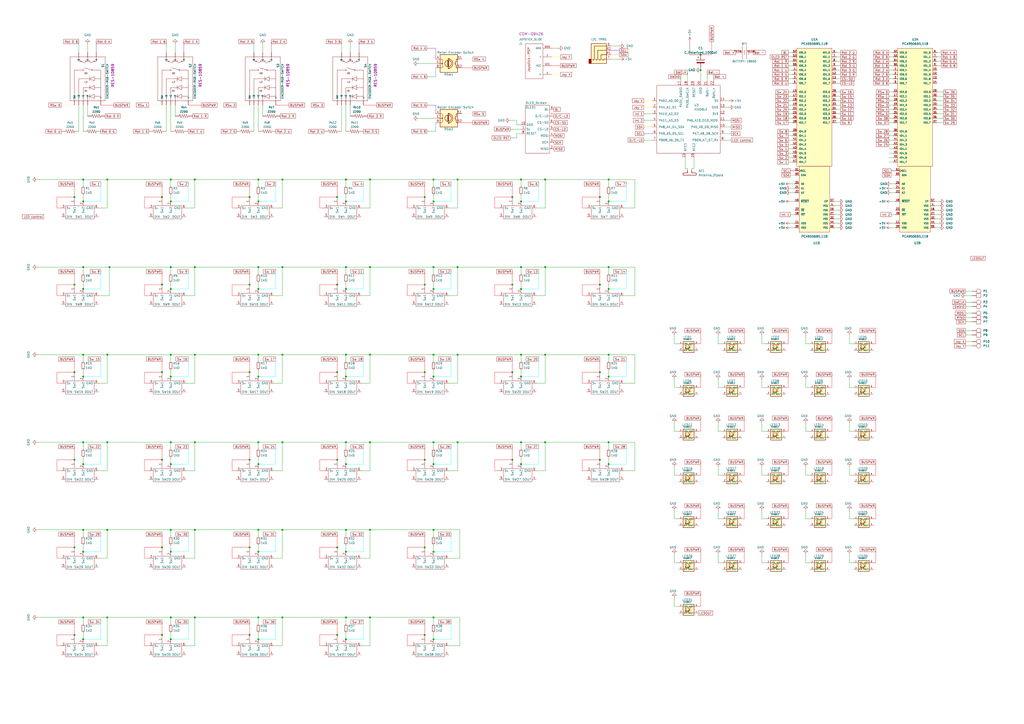
<source format=kicad_sch>
(kicad_sch (version 20211123) (generator eeschema)
  (paper "A2")
  (junction (at 353.06 256.54))
  (junction (at 99.06 320.04))
  (junction (at 149.86 116.84))
  (junction (at 195.58 317.5))
  (junction (at 251.46 218.44))
  (junction (at 144.78 165.1))
  (junction (at 113.03 205.74))
  (junction (at 246.38 368.3))
  (junction (at 200.66 218.44))
  (junction (at 302.26 104.14))
  (junction (at 163.83 205.74))
  (junction (at 251.46 154.94))
  (junction (at 195.58 266.7))
  (junction (at 200.66 154.94))
  (junction (at 246.38 317.5))
  (junction (at 43.18 165.1))
  (junction (at 200.66 104.14))
  (junction (at 62.23 104.14))
  (junction (at 251.46 358.14))
  (junction (at 144.78 114.3))
  (junction (at 347.98 165.1))
  (junction (at 302.26 167.64))
  (junction (at 163.83 358.14))
  (junction (at 93.98 165.1))
  (junction (at 297.18 215.9))
  (junction (at 353.06 205.74))
  (junction (at 347.98 215.9))
  (junction (at 149.86 370.84))
  (junction (at 214.63 256.54))
  (junction (at 200.66 358.14))
  (junction (at 63.5 154.94))
  (junction (at 200.66 370.84))
  (junction (at 99.06 269.24))
  (junction (at 353.06 218.44))
  (junction (at 99.06 154.94))
  (junction (at 195.58 215.9))
  (junction (at 246.38 165.1))
  (junction (at 200.66 256.54))
  (junction (at 149.86 358.14))
  (junction (at 99.06 218.44))
  (junction (at 353.06 167.64))
  (junction (at 62.23 205.74))
  (junction (at 302.26 218.44))
  (junction (at 316.23 104.14))
  (junction (at 251.46 205.74))
  (junction (at 149.86 218.44))
  (junction (at 214.63 104.14))
  (junction (at 163.83 104.14))
  (junction (at 93.98 215.9))
  (junction (at 99.06 307.34))
  (junction (at 200.66 269.24))
  (junction (at 149.86 167.64))
  (junction (at 43.18 266.7))
  (junction (at 214.63 358.14))
  (junction (at 302.26 154.94))
  (junction (at 48.26 205.74))
  (junction (at 163.83 256.54))
  (junction (at 251.46 307.34))
  (junction (at 297.18 266.7))
  (junction (at 200.66 320.04))
  (junction (at 251.46 167.64))
  (junction (at 48.26 370.84))
  (junction (at 48.26 167.64))
  (junction (at 93.98 317.5))
  (junction (at 113.03 307.34))
  (junction (at 302.26 269.24))
  (junction (at 347.98 266.7))
  (junction (at 302.26 205.74))
  (junction (at 302.26 116.84))
  (junction (at 200.66 307.34))
  (junction (at 149.86 205.74))
  (junction (at 406.4 40.64))
  (junction (at 195.58 368.3))
  (junction (at 144.78 215.9))
  (junction (at 144.78 266.7))
  (junction (at 353.06 269.24))
  (junction (at 149.86 154.94))
  (junction (at 195.58 165.1))
  (junction (at 48.26 218.44))
  (junction (at 48.26 307.34))
  (junction (at 48.26 358.14))
  (junction (at 297.18 114.3))
  (junction (at 48.26 269.24))
  (junction (at 200.66 116.84))
  (junction (at 48.26 154.94))
  (junction (at 251.46 320.04))
  (junction (at 62.23 256.54))
  (junction (at 251.46 116.84))
  (junction (at 316.23 154.94))
  (junction (at 353.06 154.94))
  (junction (at 99.06 167.64))
  (junction (at 99.06 116.84))
  (junction (at 113.03 104.14))
  (junction (at 406.4 31.75))
  (junction (at 246.38 114.3))
  (junction (at 48.26 256.54))
  (junction (at 93.98 114.3))
  (junction (at 48.26 104.14))
  (junction (at 48.26 116.84))
  (junction (at 144.78 317.5))
  (junction (at 265.43 104.14))
  (junction (at 149.86 256.54))
  (junction (at 43.18 317.5))
  (junction (at 214.63 205.74))
  (junction (at 43.18 114.3))
  (junction (at 163.83 154.94))
  (junction (at 149.86 307.34))
  (junction (at 246.38 266.7))
  (junction (at 251.46 104.14))
  (junction (at 302.26 256.54))
  (junction (at 99.06 104.14))
  (junction (at 214.63 307.34))
  (junction (at 113.03 358.14))
  (junction (at 251.46 370.84))
  (junction (at 62.23 358.14))
  (junction (at 93.98 266.7))
  (junction (at 246.38 215.9))
  (junction (at 144.78 368.3))
  (junction (at 316.23 205.74))
  (junction (at 200.66 205.74))
  (junction (at 195.58 114.3))
  (junction (at 265.43 154.94))
  (junction (at 149.86 269.24))
  (junction (at 251.46 256.54))
  (junction (at 113.03 154.94))
  (junction (at 347.98 114.3))
  (junction (at 214.63 154.94))
  (junction (at 316.23 256.54))
  (junction (at 149.86 320.04))
  (junction (at 93.98 368.3))
  (junction (at 43.18 368.3))
  (junction (at 353.06 104.14))
  (junction (at 99.06 256.54))
  (junction (at 353.06 116.84))
  (junction (at 297.18 165.1))
  (junction (at 200.66 167.64))
  (junction (at 48.26 320.04))
  (junction (at 265.43 256.54))
  (junction (at 43.18 215.9))
  (junction (at 149.86 104.14))
  (junction (at 99.06 358.14))
  (junction (at 251.46 269.24))
  (junction (at 99.06 370.84))
  (junction (at 265.43 205.74))
  (junction (at 62.23 307.34))
  (junction (at 163.83 307.34))
  (junction (at 113.03 256.54))
  (junction (at 99.06 205.74))
  (wire (pts (xy 33.02 374.65) (xy 35.56 374.65)) (stroke (width 0) (color 255 0 0 1)))
  (wire (pts (xy 144.78 317.5) (xy 134.62 317.5)) (stroke (width 0) (color 255 0 0 1)))
  (wire (pts (xy 302.26 269.24) (xy 312.42 269.24)) (stroke (width 0) (color 0 255 255 1)))
  (wire (pts (xy 107.95 273.05) (xy 113.03 273.05)))
  (wire (pts (xy 406.4 224.79) (xy 405.13 224.79)) (stroke (width 0) (color 255 0 0 1)))
  (wire (pts (xy 62.23 104.14) (xy 99.06 104.14)))
  (wire (pts (xy 144.78 157.48) (xy 144.78 165.1)) (stroke (width 0) (color 255 0 0 1)))
  (wire (pts (xy 516.89 101.6) (xy 519.43 101.6)) (stroke (width 0) (color 255 153 0 1)))
  (wire (pts (xy 441.96 300.99) (xy 444.5 300.99)))
  (wire (pts (xy 163.83 205.74) (xy 200.66 205.74)))
  (wire (pts (xy 144.78 114.3) (xy 134.62 114.3)) (stroke (width 0) (color 255 0 0 1)))
  (wire (pts (xy 149.86 269.24) (xy 160.02 269.24)) (stroke (width 0) (color 0 255 255 1)))
  (wire (pts (xy 441.96 250.19) (xy 444.5 250.19)))
  (wire (pts (xy 368.3 222.25) (xy 368.3 205.74)))
  (wire (pts (xy 33.02 120.65) (xy 35.56 120.65)) (stroke (width 0) (color 255 0 0 1)))
  (wire (pts (xy 431.8 242.57) (xy 431.8 250.19)) (stroke (width 0) (color 255 0 0 1)))
  (wire (pts (xy 487.68 48.26) (xy 485.14 48.26)))
  (wire (pts (xy 200.66 154.94) (xy 214.63 154.94)))
  (wire (pts (xy 316.23 104.14) (xy 353.06 104.14)))
  (wire (pts (xy 287.02 114.3) (xy 287.02 120.65)) (stroke (width 0) (color 255 0 0 1)))
  (wire (pts (xy 368.3 278.13) (xy 368.3 292.1)) (stroke (width 0) (color 255 255 255 1)))
  (wire (pts (xy 209.55 328.93) (xy 238.76 328.93)) (stroke (width 0) (color 255 255 255 1)))
  (wire (pts (xy 361.95 125.73) (xy 368.3 125.73)) (stroke (width 0) (color 255 255 255 1)))
  (wire (pts (xy 458.47 99.06) (xy 461.01 99.06)) (stroke (width 0) (color 0 0 255 1)))
  (wire (pts (xy 353.06 214.63) (xy 353.06 218.44)))
  (wire (pts (xy 58.42 259.08) (xy 58.42 269.24)) (stroke (width 0) (color 0 255 255 1)))
  (wire (pts (xy 214.63 358.14) (xy 251.46 358.14)))
  (wire (pts (xy 246.38 360.68) (xy 246.38 368.3)) (stroke (width 0) (color 255 0 0 1)))
  (wire (pts (xy 373.38 69.85) (xy 378.46 69.85)))
  (wire (pts (xy 516.89 132.08) (xy 519.43 132.08)))
  (wire (pts (xy 516.89 111.76) (xy 519.43 111.76)))
  (wire (pts (xy 492.76 245.11) (xy 492.76 250.19)))
  (wire (pts (xy 481.33 330.2) (xy 495.3 330.2)) (stroke (width 0) (color 255 255 255 1)))
  (wire (pts (xy 149.86 104.14) (xy 163.83 104.14)))
  (wire (pts (xy 482.6 217.17) (xy 482.6 224.79)) (stroke (width 0) (color 255 0 0 1)))
  (wire (pts (xy 347.98 106.68) (xy 347.98 114.3)) (stroke (width 0) (color 255 0 0 1)))
  (wire (pts (xy 236.22 165.1) (xy 236.22 171.45)) (stroke (width 0) (color 255 0 0 1)))
  (wire (pts (xy 458.47 111.76) (xy 461.01 111.76)))
  (wire (pts (xy 43.18 165.1) (xy 33.02 165.1)) (stroke (width 0) (color 255 0 0 1)))
  (wire (pts (xy 441.96 245.11) (xy 441.96 250.19)))
  (wire (pts (xy 107.95 176.53) (xy 137.16 176.53)) (stroke (width 0) (color 255 255 255 1)))
  (wire (pts (xy 391.16 321.31) (xy 391.16 326.39)))
  (wire (pts (xy 361.95 176.53) (xy 368.3 176.53)) (stroke (width 0) (color 255 255 255 1)))
  (wire (pts (xy 185.42 215.9) (xy 185.42 222.25)) (stroke (width 0) (color 255 0 0 1)))
  (wire (pts (xy 457.2 55.88) (xy 459.74 55.88)))
  (wire (pts (xy 236.22 171.45) (xy 238.76 171.45)) (stroke (width 0) (color 255 0 0 1)))
  (wire (pts (xy 134.62 368.3) (xy 134.62 374.65)) (stroke (width 0) (color 255 0 0 1)))
  (wire (pts (xy 236.22 273.05) (xy 238.76 273.05)) (stroke (width 0) (color 255 0 0 1)))
  (wire (pts (xy 33.02 266.7) (xy 33.02 273.05)) (stroke (width 0) (color 255 0 0 1)))
  (wire (pts (xy 261.62 309.88) (xy 261.62 320.04)) (stroke (width 0) (color 0 255 255 1)))
  (wire (pts (xy 251.46 256.54) (xy 265.43 256.54)))
  (wire (pts (xy 457.2 35.56) (xy 459.74 35.56)))
  (wire (pts (xy 467.36 300.99) (xy 469.9 300.99)))
  (wire (pts (xy 508 191.77) (xy 508 199.39)) (stroke (width 0) (color 255 0 0 1)))
  (wire (pts (xy 457.2 68.58) (xy 459.74 68.58)))
  (wire (pts (xy 391.16 194.31) (xy 391.16 199.39)))
  (wire (pts (xy 113.03 120.65) (xy 113.03 104.14)))
  (wire (pts (xy 149.86 256.54) (xy 163.83 256.54)))
  (wire (pts (xy 43.18 106.68) (xy 43.18 114.3)) (stroke (width 0) (color 255 0 0 1)))
  (wire (pts (xy 387.35 336.55) (xy 387.35 355.6)) (stroke (width 0) (color 255 255 255 1)))
  (wire (pts (xy 260.35 176.53) (xy 289.56 176.53)) (stroke (width 0) (color 255 255 255 1)))
  (wire (pts (xy 547.37 60.96) (xy 543.56 60.96)))
  (wire (pts (xy 158.75 176.53) (xy 187.96 176.53)) (stroke (width 0) (color 255 255 255 1)))
  (wire (pts (xy 353.06 154.94) (xy 368.3 154.94)))
  (wire (pts (xy 391.16 275.59) (xy 393.7 275.59)))
  (wire (pts (xy 516.89 124.46) (xy 519.43 124.46)))
  (wire (pts (xy 337.82 114.3) (xy 337.82 120.65)) (stroke (width 0) (color 255 0 0 1)))
  (wire (pts (xy 83.82 368.3) (xy 83.82 374.65)) (stroke (width 0) (color 255 0 0 1)))
  (wire (pts (xy 297.18 259.08) (xy 297.18 266.7)) (stroke (width 0) (color 255 0 0 1)))
  (wire (pts (xy 515.62 78.74) (xy 518.16 78.74)))
  (wire (pts (xy 458.47 116.84) (xy 461.01 116.84)))
  (wire (pts (xy 547.37 71.12) (xy 543.56 71.12)))
  (wire (pts (xy 391.16 295.91) (xy 391.16 300.99)))
  (wire (pts (xy 297.18 165.1) (xy 287.02 165.1)) (stroke (width 0) (color 255 0 0 1)))
  (wire (pts (xy 368.3 120.65) (xy 368.3 104.14)))
  (wire (pts (xy 265.43 154.94) (xy 302.26 154.94)))
  (wire (pts (xy 200.66 367.03) (xy 200.66 370.84)))
  (wire (pts (xy 251.46 209.55) (xy 251.46 205.74)))
  (wire (pts (xy 218.44 60.96) (xy 210.82 60.96)) (stroke (width 0) (color 255 0 0 1)))
  (wire (pts (xy 247.65 44.45) (xy 252.73 44.45)) (stroke (width 0) (color 0 132 132 1)))
  (wire (pts (xy 458.47 129.54) (xy 461.01 129.54)))
  (wire (pts (xy 373.38 58.42) (xy 378.46 58.42)) (stroke (width 0) (color 255 255 0 1)))
  (wire (pts (xy 48.26 316.23) (xy 48.26 320.04)))
  (wire (pts (xy 416.56 275.59) (xy 419.1 275.59)))
  (wire (pts (xy 406.4 242.57) (xy 406.4 250.19)) (stroke (width 0) (color 255 0 0 1)))
  (wire (pts (xy 492.76 295.91) (xy 492.76 300.99)))
  (wire (pts (xy 93.98 215.9) (xy 83.82 215.9)) (stroke (width 0) (color 255 0 0 1)))
  (wire (pts (xy 506.73 304.8) (xy 508 304.8)) (stroke (width 0) (color 255 255 255 1)))
  (wire (pts (xy 55.88 24.13) (xy 55.88 30.48)) (stroke (width 0) (color 132 0 132 1)))
  (wire (pts (xy 560.07 191.77) (xy 563.88 191.77)))
  (wire (pts (xy 251.46 104.14) (xy 265.43 104.14)))
  (wire (pts (xy 134.62 171.45) (xy 137.16 171.45)) (stroke (width 0) (color 255 0 0 1)))
  (wire (pts (xy 320.04 38.1) (xy 325.12 38.1)) (stroke (width 0) (color 255 0 0 1)))
  (wire (pts (xy 361.95 222.25) (xy 368.3 222.25)))
  (wire (pts (xy 214.63 205.74) (xy 251.46 205.74)))
  (wire (pts (xy 43.18 259.08) (xy 43.18 266.7)) (stroke (width 0) (color 255 0 0 1)))
  (wire (pts (xy 416.56 270.51) (xy 416.56 275.59)))
  (wire (pts (xy 200.66 76.2) (xy 200.66 60.96)))
  (wire (pts (xy 481.33 228.6) (xy 495.3 228.6)) (stroke (width 0) (color 255 255 255 1)))
  (wire (pts (xy 515.62 91.44) (xy 518.16 91.44)))
  (wire (pts (xy 457.2 76.2) (xy 459.74 76.2)))
  (wire (pts (xy 482.6 242.57) (xy 482.6 250.19)) (stroke (width 0) (color 255 0 0 1)))
  (wire (pts (xy 247.65 76.2) (xy 252.73 76.2)) (stroke (width 0) (color 0 132 132 1)))
  (wire (pts (xy 57.15 222.25) (xy 62.23 222.25)))
  (wire (pts (xy 144.78 106.68) (xy 144.78 114.3)) (stroke (width 0) (color 255 0 0 1)))
  (wire (pts (xy 368.3 273.05) (xy 368.3 256.54)))
  (wire (pts (xy 492.76 300.99) (xy 495.3 300.99)))
  (wire (pts (xy 185.42 114.3) (xy 185.42 120.65)) (stroke (width 0) (color 255 0 0 1)))
  (wire (pts (xy 487.68 60.96) (xy 485.14 60.96)))
  (wire (pts (xy 107.95 222.25) (xy 113.03 222.25)))
  (wire (pts (xy 246.38 106.68) (xy 246.38 114.3)) (stroke (width 0) (color 255 0 0 1)))
  (wire (pts (xy 560.07 181.61) (xy 563.88 181.61)))
  (wire (pts (xy 198.12 24.13) (xy 198.12 30.48)) (stroke (width 0) (color 0 132 132 1)))
  (wire (pts (xy 83.82 165.1) (xy 83.82 171.45)) (stroke (width 0) (color 255 0 0 1)))
  (wire (pts (xy 457.2 40.64) (xy 459.74 40.64)))
  (wire (pts (xy 251.46 316.23) (xy 251.46 320.04)))
  (wire (pts (xy 508 199.39) (xy 506.73 199.39)) (stroke (width 0) (color 255 0 0 1)))
  (wire (pts (xy 195.58 309.88) (xy 195.58 317.5)) (stroke (width 0) (color 255 0 0 1)))
  (wire (pts (xy 57.15 120.65) (xy 62.23 120.65)))
  (wire (pts (xy 33.02 368.3) (xy 33.02 374.65)) (stroke (width 0) (color 255 0 0 1)))
  (wire (pts (xy 200.66 104.14) (xy 214.63 104.14)))
  (wire (pts (xy 406.4 39.37) (xy 406.4 40.64)))
  (wire (pts (xy 236.22 374.65) (xy 238.76 374.65)) (stroke (width 0) (color 255 0 0 1)))
  (wire (pts (xy 99.06 107.95) (xy 99.06 104.14)))
  (wire (pts (xy 457.2 78.74) (xy 459.74 78.74)))
  (wire (pts (xy 398.78 41.91) (xy 398.78 46.99)))
  (wire (pts (xy 209.55 278.13) (xy 238.76 278.13)) (stroke (width 0) (color 255 255 255 1)))
  (wire (pts (xy 483.87 127) (xy 486.41 127)))
  (wire (pts (xy 516.89 116.84) (xy 519.43 116.84)))
  (wire (pts (xy 297.18 208.28) (xy 297.18 215.9)) (stroke (width 0) (color 255 0 0 1)))
  (wire (pts (xy 544.83 121.92) (xy 542.29 121.92)))
  (wire (pts (xy 543.56 53.34) (xy 547.37 53.34)))
  (wire (pts (xy 209.55 273.05) (xy 214.63 273.05)))
  (wire (pts (xy 410.21 41.91) (xy 410.21 46.99)))
  (wire (pts (xy 424.18 77.47) (xy 420.37 77.47)))
  (wire (pts (xy 482.6 224.79) (xy 481.33 224.79)) (stroke (width 0) (color 255 0 0 1)))
  (wire (pts (xy 482.6 326.39) (xy 481.33 326.39)) (stroke (width 0) (color 255 0 0 1)))
  (wire (pts (xy 482.6 275.59) (xy 481.33 275.59)) (stroke (width 0) (color 255 0 0 1)))
  (wire (pts (xy 62.23 374.65) (xy 62.23 358.14)))
  (wire (pts (xy 274.32 34.29) (xy 267.97 34.29)) (stroke (width 0) (color 255 229 191 1)))
  (wire (pts (xy 455.93 330.2) (xy 469.9 330.2)) (stroke (width 0) (color 255 255 255 1)))
  (wire (pts (xy 467.36 194.31) (xy 467.36 199.39)))
  (wire (pts (xy 287.02 120.65) (xy 289.56 120.65)) (stroke (width 0) (color 255 0 0 1)))
  (wire (pts (xy 487.68 58.42) (xy 485.14 58.42)))
  (wire (pts (xy 312.42 157.48) (xy 312.42 167.64)) (stroke (width 0) (color 0 255 255 1)))
  (wire (pts (xy 58.42 360.68) (xy 58.42 370.84)) (stroke (width 0) (color 0 255 255 1)))
  (wire (pts (xy 406.4 250.19) (xy 405.13 250.19)) (stroke (width 0) (color 255 0 0 1)))
  (wire (pts (xy 113.03 374.65) (xy 113.03 358.14)))
  (wire (pts (xy 508 254) (xy 508 260.35)) (stroke (width 0) (color 255 255 255 1)))
  (wire (pts (xy 515.62 68.58) (xy 518.16 68.58)))
  (wire (pts (xy 353.06 205.74) (xy 368.3 205.74)))
  (wire (pts (xy 113.03 273.05) (xy 113.03 256.54)))
  (wire (pts (xy 516.89 129.54) (xy 519.43 129.54)))
  (wire (pts (xy 260.35 278.13) (xy 289.56 278.13)) (stroke (width 0) (color 255 255 255 1)))
  (wire (pts (xy 347.98 157.48) (xy 347.98 165.1)) (stroke (width 0) (color 255 0 0 1)))
  (wire (pts (xy 508 318.77) (xy 508 326.39)) (stroke (width 0) (color 255 0 0 1)))
  (wire (pts (xy 251.46 214.63) (xy 251.46 218.44)))
  (wire (pts (xy 260.35 125.73) (xy 289.56 125.73)) (stroke (width 0) (color 255 255 255 1)))
  (wire (pts (xy 353.06 256.54) (xy 368.3 256.54)))
  (wire (pts (xy 405.13 279.4) (xy 419.1 279.4)) (stroke (width 0) (color 255 255 255 1)))
  (wire (pts (xy 158.75 273.05) (xy 163.83 273.05)))
  (wire (pts (xy 43.18 215.9) (xy 33.02 215.9)) (stroke (width 0) (color 255 0 0 1)))
  (wire (pts (xy 195.58 215.9) (xy 185.42 215.9)) (stroke (width 0) (color 255 0 0 1)))
  (wire (pts (xy 363.22 157.48) (xy 363.22 167.64)) (stroke (width 0) (color 0 255 255 1)))
  (wire (pts (xy 337.82 215.9) (xy 337.82 222.25)) (stroke (width 0) (color 255 0 0 1)))
  (wire (pts (xy 516.89 109.22) (xy 519.43 109.22)))
  (wire (pts (xy 515.62 81.28) (xy 518.16 81.28)))
  (wire (pts (xy 261.62 259.08) (xy 261.62 269.24)) (stroke (width 0) (color 0 255 255 1)))
  (wire (pts (xy 508 285.75) (xy 387.35 285.75)) (stroke (width 0) (color 255 255 255 1)))
  (wire (pts (xy 149.86 260.35) (xy 149.86 256.54)))
  (wire (pts (xy 508 275.59) (xy 506.73 275.59)) (stroke (width 0) (color 255 0 0 1)))
  (wire (pts (xy 368.3 125.73) (xy 368.3 139.7)) (stroke (width 0) (color 255 255 255 1)))
  (wire (pts (xy 246.38 208.28) (xy 246.38 215.9)) (stroke (width 0) (color 255 0 0 1)))
  (wire (pts (xy 12.7 139.7) (xy 12.7 176.53)) (stroke (width 0) (color 255 255 255 1)))
  (wire (pts (xy 361.95 273.05) (xy 368.3 273.05)))
  (wire (pts (xy 33.02 171.45) (xy 35.56 171.45)) (stroke (width 0) (color 255 0 0 1)))
  (wire (pts (xy 316.23 154.94) (xy 353.06 154.94)))
  (wire (pts (xy 515.62 35.56) (xy 518.16 35.56)))
  (wire (pts (xy 394.97 44.45) (xy 394.97 46.99)))
  (wire (pts (xy 265.43 205.74) (xy 302.26 205.74)))
  (wire (pts (xy 299.72 72.39) (xy 302.26 72.39)))
  (wire (pts (xy 431.8 326.39) (xy 430.53 326.39)) (stroke (width 0) (color 255 0 0 1)))
  (wire (pts (xy 83.82 273.05) (xy 86.36 273.05)) (stroke (width 0) (color 255 0 0 1)))
  (wire (pts (xy 515.62 58.42) (xy 518.16 58.42)))
  (wire (pts (xy 368.3 227.33) (xy 368.3 241.3)) (stroke (width 0) (color 255 255 255 1)))
  (wire (pts (xy 251.46 265.43) (xy 251.46 269.24)))
  (wire (pts (xy 546.1 38.1) (xy 543.56 38.1)))
  (wire (pts (xy 149.86 311.15) (xy 149.86 307.34)))
  (wire (pts (xy 302.26 154.94) (xy 316.23 154.94)))
  (wire (pts (xy 246.38 309.88) (xy 246.38 317.5)) (stroke (width 0) (color 255 0 0 1)))
  (wire (pts (xy 236.22 266.7) (xy 236.22 273.05)) (stroke (width 0) (color 255 0 0 1)))
  (wire (pts (xy 58.42 309.88) (xy 58.42 320.04)) (stroke (width 0) (color 0 255 255 1)))
  (wire (pts (xy 297.18 215.9) (xy 287.02 215.9)) (stroke (width 0) (color 255 0 0 1)))
  (wire (pts (xy 416.56 326.39) (xy 419.1 326.39)))
  (wire (pts (xy 58.42 106.68) (xy 58.42 116.84)) (stroke (width 0) (color 0 255 255 1)))
  (wire (pts (xy 149.86 316.23) (xy 149.86 320.04)))
  (wire (pts (xy 274.32 71.12) (xy 267.97 71.12)) (stroke (width 0) (color 255 0 0 1)))
  (wire (pts (xy 163.83 256.54) (xy 200.66 256.54)))
  (wire (pts (xy 187.96 60.96) (xy 195.58 60.96)) (stroke (width 0) (color 255 229 191 1)))
  (wire (pts (xy 158.75 120.65) (xy 163.83 120.65)))
  (wire (pts (xy 406.4 199.39) (xy 405.13 199.39)) (stroke (width 0) (color 255 0 0 1)))
  (wire (pts (xy 48.26 113.03) (xy 48.26 116.84)))
  (wire (pts (xy 406.4 40.64) (xy 406.4 46.99)))
  (wire (pts (xy 311.15 171.45) (xy 316.23 171.45)))
  (wire (pts (xy 312.42 106.68) (xy 312.42 116.84)) (stroke (width 0) (color 0 255 255 1)))
  (wire (pts (xy 297.18 266.7) (xy 287.02 266.7)) (stroke (width 0) (color 255 0 0 1)))
  (wire (pts (xy 387.35 330.2) (xy 393.7 330.2)) (stroke (width 0) (color 255 255 255 1)))
  (wire (pts (xy 200.66 361.95) (xy 200.66 358.14)))
  (wire (pts (xy 316.23 273.05) (xy 316.23 256.54)))
  (wire (pts (xy 560.07 175.26) (xy 563.88 175.26)))
  (wire (pts (xy 48.26 367.03) (xy 48.26 370.84)))
  (wire (pts (xy 107.95 125.73) (xy 137.16 125.73)) (stroke (width 0) (color 255 255 255 1)))
  (wire (pts (xy 200.66 265.43) (xy 200.66 269.24)))
  (wire (pts (xy 160.02 360.68) (xy 160.02 370.84)) (stroke (width 0) (color 0 255 255 1)))
  (wire (pts (xy 457.2 83.82) (xy 459.74 83.82)))
  (wire (pts (xy 43.18 208.28) (xy 43.18 215.9)) (stroke (width 0) (color 255 0 0 1)))
  (wire (pts (xy 200.66 256.54) (xy 214.63 256.54)))
  (wire (pts (xy 302.26 218.44) (xy 312.42 218.44)) (stroke (width 0) (color 0 255 255 1)))
  (wire (pts (xy 86.36 60.96) (xy 93.98 60.96)) (stroke (width 0) (color 255 229 191 1)))
  (wire (pts (xy 405.13 228.6) (xy 419.1 228.6)) (stroke (width 0) (color 255 255 255 1)))
  (wire (pts (xy 210.82 360.68) (xy 210.82 370.84)) (stroke (width 0) (color 0 255 255 1)))
  (wire (pts (xy 147.32 24.13) (xy 147.32 30.48)) (stroke (width 0) (color 0 132 132 1)))
  (wire (pts (xy 457.2 66.04) (xy 459.74 66.04)))
  (wire (pts (xy 21.59 307.34) (xy 48.26 307.34)))
  (wire (pts (xy 483.87 124.46) (xy 486.41 124.46)))
  (wire (pts (xy 515.62 66.04) (xy 518.16 66.04)))
  (wire (pts (xy 458.47 106.68) (xy 461.01 106.68)))
  (wire (pts (xy 247.65 60.96) (xy 252.73 60.96)) (stroke (width 0) (color 132 0 132 1)))
  (wire (pts (xy 33.02 114.3) (xy 33.02 120.65)) (stroke (width 0) (color 255 0 0 1)))
  (wire (pts (xy 247.65 27.94) (xy 252.73 27.94)) (stroke (width 0) (color 132 0 132 1)))
  (wire (pts (xy 209.55 171.45) (xy 214.63 171.45)))
  (wire (pts (xy 12.7 278.13) (xy 35.56 278.13)) (stroke (width 0) (color 255 255 255 1)))
  (wire (pts (xy 99.06 269.24) (xy 109.22 269.24)) (stroke (width 0) (color 0 255 255 1)))
  (wire (pts (xy 302.26 256.54) (xy 316.23 256.54)))
  (wire (pts (xy 387.35 311.15) (xy 387.35 330.2)) (stroke (width 0) (color 255 255 255 1)))
  (wire (pts (xy 508 279.4) (xy 508 285.75)) (stroke (width 0) (color 255 255 255 1)))
  (wire (pts (xy 62.23 222.25) (xy 62.23 205.74)))
  (wire (pts (xy 359.41 26.67) (xy 354.33 26.67)))
  (wire (pts (xy 12.7 292.1) (xy 12.7 328.93)) (stroke (width 0) (color 255 255 255 1)))
  (wire (pts (xy 62.23 273.05) (xy 62.23 256.54)))
  (wire (pts (xy 544.83 124.46) (xy 542.29 124.46)))
  (wire (pts (xy 387.35 228.6) (xy 393.7 228.6)) (stroke (width 0) (color 255 255 255 1)))
  (wire (pts (xy 544.83 116.84) (xy 542.29 116.84)))
  (wire (pts (xy 93.98 208.28) (xy 93.98 215.9)) (stroke (width 0) (color 255 0 0 1)))
  (wire (pts (xy 99.06 256.54) (xy 113.03 256.54)))
  (wire (pts (xy 431.8 217.17) (xy 431.8 224.79)) (stroke (width 0) (color 255 0 0 1)))
  (wire (pts (xy 149.86 370.84) (xy 160.02 370.84)) (stroke (width 0) (color 0 255 255 1)))
  (wire (pts (xy 311.15 227.33) (xy 340.36 227.33)) (stroke (width 0) (color 255 255 255 1)))
  (wire (pts (xy 337.82 273.05) (xy 340.36 273.05)) (stroke (width 0) (color 255 0 0 1)))
  (wire (pts (xy 144.78 309.88) (xy 144.78 317.5)) (stroke (width 0) (color 255 0 0 1)))
  (wire (pts (xy 195.58 157.48) (xy 195.58 165.1)) (stroke (width 0) (color 255 0 0 1)))
  (wire (pts (xy 57.15 125.73) (xy 86.36 125.73)) (stroke (width 0) (color 255 255 255 1)))
  (wire (pts (xy 203.2 60.96) (xy 203.2 67.31)))
  (wire (pts (xy 195.58 165.1) (xy 185.42 165.1)) (stroke (width 0) (color 255 0 0 1)))
  (wire (pts (xy 265.43 273.05) (xy 265.43 256.54)))
  (wire (pts (xy 50.8 60.96) (xy 50.8 67.31)))
  (wire (pts (xy 246.38 259.08) (xy 246.38 266.7)) (stroke (width 0) (color 255 0 0 1)))
  (wire (pts (xy 487.68 40.64) (xy 485.14 40.64)))
  (wire (pts (xy 508 311.15) (xy 387.35 311.15)) (stroke (width 0) (color 255 255 255 1)))
  (wire (pts (xy 62.23 205.74) (xy 99.06 205.74)))
  (wire (pts (xy 457.2 88.9) (xy 459.74 88.9)))
  (wire (pts (xy 113.03 222.25) (xy 113.03 205.74)))
  (wire (pts (xy 387.35 285.75) (xy 387.35 304.8)) (stroke (width 0) (color 255 255 255 1)))
  (wire (pts (xy 260.35 323.85) (xy 266.7 323.85)))
  (wire (pts (xy 251.46 154.94) (xy 265.43 154.94)))
  (wire (pts (xy 391.16 250.19) (xy 393.7 250.19)))
  (wire (pts (xy 251.46 113.03) (xy 251.46 116.84)))
  (wire (pts (xy 302.26 209.55) (xy 302.26 205.74)))
  (wire (pts (xy 508 330.2) (xy 508 336.55)) (stroke (width 0) (color 255 255 255 1)))
  (wire (pts (xy 99.06 76.2) (xy 99.06 60.96)))
  (wire (pts (xy 353.06 167.64) (xy 363.22 167.64)) (stroke (width 0) (color 0 255 255 1)))
  (wire (pts (xy 347.98 266.7) (xy 337.82 266.7)) (stroke (width 0) (color 255 0 0 1)))
  (wire (pts (xy 149.86 205.74) (xy 163.83 205.74)))
  (wire (pts (xy 431.8 250.19) (xy 430.53 250.19)) (stroke (width 0) (color 255 0 0 1)))
  (wire (pts (xy 149.86 361.95) (xy 149.86 358.14)))
  (wire (pts (xy 302.26 265.43) (xy 302.26 269.24)))
  (wire (pts (xy 158.75 379.73) (xy 187.96 379.73)) (stroke (width 0) (color 255 255 255 1)))
  (wire (pts (xy 83.82 120.65) (xy 86.36 120.65)) (stroke (width 0) (color 255 0 0 1)))
  (wire (pts (xy 457.2 43.18) (xy 459.74 43.18)))
  (wire (pts (xy 368.3 139.7) (xy 12.7 139.7)) (stroke (width 0) (color 255 255 255 1)))
  (wire (pts (xy 251.46 311.15) (xy 251.46 307.34)))
  (wire (pts (xy 487.68 45.72) (xy 485.14 45.72)))
  (wire (pts (xy 441.96 295.91) (xy 441.96 300.99)))
  (wire (pts (xy 515.62 63.5) (xy 518.16 63.5)))
  (wire (pts (xy 560.07 184.15) (xy 563.88 184.15)))
  (wire (pts (xy 457.2 250.19) (xy 455.93 250.19)) (stroke (width 0) (color 255 0 0 1)))
  (wire (pts (xy 387.35 304.8) (xy 393.7 304.8)) (stroke (width 0) (color 255 255 255 1)))
  (wire (pts (xy 252.73 76.2) (xy 252.73 71.12)) (stroke (width 0) (color 0 132 132 1)))
  (wire (pts (xy 458.47 101.6) (xy 461.01 101.6)) (stroke (width 0) (color 255 153 0 1)))
  (wire (pts (xy 158.75 222.25) (xy 163.83 222.25)))
  (wire (pts (xy 185.42 165.1) (xy 185.42 171.45)) (stroke (width 0) (color 255 0 0 1)))
  (wire (pts (xy 353.06 107.95) (xy 353.06 104.14)))
  (wire (pts (xy 287.02 171.45) (xy 289.56 171.45)) (stroke (width 0) (color 255 0 0 1)))
  (wire (pts (xy 158.75 125.73) (xy 187.96 125.73)) (stroke (width 0) (color 255 255 255 1)))
  (wire (pts (xy 107.95 323.85) (xy 113.03 323.85)))
  (wire (pts (xy 236.22 323.85) (xy 238.76 323.85)) (stroke (width 0) (color 255 0 0 1)))
  (wire (pts (xy 483.87 121.92) (xy 486.41 121.92)))
  (wire (pts (xy 152.4 60.96) (xy 152.4 67.31)))
  (wire (pts (xy 113.03 205.74) (xy 149.86 205.74)))
  (wire (pts (xy 21.59 358.14) (xy 48.26 358.14)))
  (wire (pts (xy 431.8 293.37) (xy 431.8 300.99)) (stroke (width 0) (color 255 0 0 1)))
  (wire (pts (xy 515.62 55.88) (xy 518.16 55.88)))
  (wire (pts (xy 99.06 320.04) (xy 109.22 320.04)) (stroke (width 0) (color 0 255 255 1)))
  (wire (pts (xy 200.66 311.15) (xy 200.66 307.34)))
  (wire (pts (xy 515.62 76.2) (xy 518.16 76.2)))
  (wire (pts (xy 209.55 120.65) (xy 214.63 120.65)))
  (wire (pts (xy 431.8 267.97) (xy 431.8 275.59)) (stroke (width 0) (color 255 0 0 1)))
  (wire (pts (xy 467.36 275.59) (xy 469.9 275.59)))
  (wire (pts (xy 260.35 222.25) (xy 265.43 222.25)))
  (wire (pts (xy 261.62 157.48) (xy 261.62 167.64)) (stroke (width 0) (color 0 255 255 1)))
  (wire (pts (xy 455.93 203.2) (xy 469.9 203.2)) (stroke (width 0) (color 255 255 255 1)))
  (wire (pts (xy 337.82 120.65) (xy 340.36 120.65)) (stroke (width 0) (color 255 0 0 1)))
  (wire (pts (xy 48.26 154.94) (xy 63.5 154.94)))
  (wire (pts (xy 214.63 307.34) (xy 251.46 307.34)))
  (wire (pts (xy 99.06 311.15) (xy 99.06 307.34)))
  (wire (pts (xy 458.47 132.08) (xy 461.01 132.08)))
  (wire (pts (xy 48.26 158.75) (xy 48.26 154.94)))
  (wire (pts (xy 163.83 323.85) (xy 163.83 307.34)))
  (wire (pts (xy 48.26 320.04) (xy 58.42 320.04)) (stroke (width 0) (color 0 255 255 1)))
  (wire (pts (xy 299.72 69.85) (xy 295.91 69.85)))
  (wire (pts (xy 33.02 215.9) (xy 33.02 222.25)) (stroke (width 0) (color 255 0 0 1)))
  (wire (pts (xy 163.83 222.25) (xy 163.83 205.74)))
  (wire (pts (xy 260.35 227.33) (xy 289.56 227.33)) (stroke (width 0) (color 255 255 255 1)))
  (wire (pts (xy 210.82 259.08) (xy 210.82 269.24)) (stroke (width 0) (color 0 255 255 1)))
  (wire (pts (xy 560.07 198.12) (xy 563.88 198.12)))
  (wire (pts (xy 158.75 227.33) (xy 187.96 227.33)) (stroke (width 0) (color 255 255 255 1)))
  (wire (pts (xy 391.16 270.51) (xy 391.16 275.59)))
  (wire (pts (xy 431.8 199.39) (xy 430.53 199.39)) (stroke (width 0) (color 255 0 0 1)))
  (wire (pts (xy 482.6 300.99) (xy 481.33 300.99)) (stroke (width 0) (color 255 0 0 1)))
  (wire (pts (xy 45.72 76.2) (xy 45.72 60.96)))
  (wire (pts (xy 302.26 107.95) (xy 302.26 104.14)))
  (wire (pts (xy 297.18 106.68) (xy 297.18 114.3)) (stroke (width 0) (color 255 0 0 1)))
  (wire (pts (xy 134.62 165.1) (xy 134.62 171.45)) (stroke (width 0) (color 255 0 0 1)))
  (wire (pts (xy 312.42 259.08) (xy 312.42 269.24)) (stroke (width 0) (color 0 255 255 1)))
  (wire (pts (xy 515.62 40.64) (xy 518.16 40.64)))
  (wire (pts (xy 149.86 76.2) (xy 149.86 60.96)))
  (wire (pts (xy 560.07 186.69) (xy 563.88 186.69)))
  (wire (pts (xy 265.43 256.54) (xy 302.26 256.54)))
  (wire (pts (xy 302.26 214.63) (xy 302.26 218.44)))
  (wire (pts (xy 200.66 260.35) (xy 200.66 256.54)))
  (wire (pts (xy 48.26 311.15) (xy 48.26 307.34)))
  (wire (pts (xy 246.38 266.7) (xy 236.22 266.7)) (stroke (width 0) (color 255 0 0 1)))
  (wire (pts (xy 544.83 119.38) (xy 542.29 119.38)))
  (wire (pts (xy 508 326.39) (xy 506.73 326.39)) (stroke (width 0) (color 255 0 0 1)))
  (wire (pts (xy 109.22 157.48) (xy 109.22 167.64)) (stroke (width 0) (color 0 255 255 1)))
  (wire (pts (xy 347.98 165.1) (xy 337.82 165.1)) (stroke (width 0) (color 255 0 0 1)))
  (wire (pts (xy 492.76 219.71) (xy 492.76 224.79)))
  (wire (pts (xy 467.36 250.19) (xy 469.9 250.19)))
  (wire (pts (xy 261.62 106.68) (xy 261.62 116.84)) (stroke (width 0) (color 0 255 255 1)))
  (wire (pts (xy 543.56 55.88) (xy 547.37 55.88)))
  (wire (pts (xy 149.86 209.55) (xy 149.86 205.74)))
  (wire (pts (xy 546.1 33.02) (xy 543.56 33.02)))
  (wire (pts (xy 373.38 73.66) (xy 378.46 73.66)) (stroke (width 0) (color 255 153 0 1)))
  (wire (pts (xy 93.98 368.3) (xy 83.82 368.3)) (stroke (width 0) (color 255 0 0 1)))
  (wire (pts (xy 406.4 267.97) (xy 406.4 275.59)) (stroke (width 0) (color 255 0 0 1)))
  (wire (pts (xy 547.37 66.04) (xy 543.56 66.04)))
  (wire (pts (xy 152.4 25.4) (xy 152.4 30.48)))
  (wire (pts (xy 508 242.57) (xy 508 250.19)) (stroke (width 0) (color 255 0 0 1)))
  (wire (pts (xy 515.62 71.12) (xy 518.16 71.12)))
  (wire (pts (xy 359.41 34.29) (xy 354.33 34.29)))
  (wire (pts (xy 406.4 217.17) (xy 406.4 224.79)) (stroke (width 0) (color 255 0 0 1)))
  (wire (pts (xy 508 260.35) (xy 387.35 260.35)) (stroke (width 0) (color 255 255 255 1)))
  (wire (pts (xy 467.36 321.31) (xy 467.36 326.39)))
  (wire (pts (xy 457.2 53.34) (xy 459.74 53.34)))
  (wire (pts (xy 422.91 58.42) (xy 420.37 58.42)))
  (wire (pts (xy 209.55 176.53) (xy 238.76 176.53)) (stroke (width 0) (color 255 255 255 1)))
  (wire (pts (xy 401.32 97.79) (xy 402.59 97.79)))
  (wire (pts (xy 368.3 190.5) (xy 12.7 190.5)) (stroke (width 0) (color 255 255 255 1)))
  (wire (pts (xy 414.02 44.45) (xy 414.02 46.99)))
  (wire (pts (xy 48.26 214.63) (xy 48.26 218.44)))
  (wire (pts (xy 200.66 158.75) (xy 200.66 154.94)))
  (wire (pts (xy 48.26 358.14) (xy 62.23 358.14)))
  (wire (pts (xy 515.62 93.98) (xy 518.16 93.98)))
  (wire (pts (xy 353.06 113.03) (xy 353.06 116.84)))
  (wire (pts (xy 391.16 346.71) (xy 391.16 351.79)))
  (wire (pts (xy 387.35 260.35) (xy 387.35 279.4)) (stroke (width 0) (color 255 255 255 1)))
  (wire (pts (xy 109.22 309.88) (xy 109.22 320.04)) (stroke (width 0) (color 0 255 255 1)))
  (wire (pts (xy 311.15 278.13) (xy 340.36 278.13)) (stroke (width 0) (color 255 255 255 1)))
  (wire (pts (xy 149.86 107.95) (xy 149.86 104.14)))
  (wire (pts (xy 99.06 265.43) (xy 99.06 269.24)))
  (wire (pts (xy 144.78 208.28) (xy 144.78 215.9)) (stroke (width 0) (color 255 0 0 1)))
  (wire (pts (xy 214.63 120.65) (xy 214.63 104.14)))
  (wire (pts (xy 422.91 62.23) (xy 420.37 62.23)))
  (wire (pts (xy 441.96 219.71) (xy 441.96 224.79)))
  (wire (pts (xy 99.06 361.95) (xy 99.06 358.14)))
  (wire (pts (xy 457.2 300.99) (xy 455.93 300.99)) (stroke (width 0) (color 255 0 0 1)))
  (wire (pts (xy 33.02 222.25) (xy 35.56 222.25)) (stroke (width 0) (color 255 0 0 1)))
  (wire (pts (xy 430.53 330.2) (xy 444.5 330.2)) (stroke (width 0) (color 255 255 255 1)))
  (wire (pts (xy 506.73 203.2) (xy 508 203.2)) (stroke (width 0) (color 255 255 255 1)))
  (wire (pts (xy 93.98 106.68) (xy 93.98 114.3)) (stroke (width 0) (color 255 0 0 1)))
  (wire (pts (xy 265.43 104.14) (xy 302.26 104.14)))
  (wire (pts (xy 481.33 203.2) (xy 495.3 203.2)) (stroke (width 0) (color 255 255 255 1)))
  (wire (pts (xy 353.06 269.24) (xy 363.22 269.24)) (stroke (width 0) (color 0 255 255 1)))
  (wire (pts (xy 457.2 318.77) (xy 457.2 326.39)) (stroke (width 0) (color 255 0 0 1)))
  (wire (pts (xy 441.96 224.79) (xy 444.5 224.79)))
  (wire (pts (xy 397.51 91.44) (xy 397.51 97.79)))
  (wire (pts (xy 405.13 304.8) (xy 419.1 304.8)) (stroke (width 0) (color 255 255 255 1)))
  (wire (pts (xy 492.76 270.51) (xy 492.76 275.59)))
  (wire (pts (xy 43.18 266.7) (xy 33.02 266.7)) (stroke (width 0) (color 255 0 0 1)))
  (wire (pts (xy 431.8 275.59) (xy 430.53 275.59)) (stroke (width 0) (color 255 0 0 1)))
  (wire (pts (xy 214.63 104.14) (xy 251.46 104.14)))
  (wire (pts (xy 99.06 154.94) (xy 113.03 154.94)))
  (wire (pts (xy 251.46 205.74) (xy 265.43 205.74)))
  (wire (pts (xy 214.63 323.85) (xy 214.63 307.34)))
  (wire (pts (xy 508 209.55) (xy 387.35 209.55)) (stroke (width 0) (color 255 255 255 1)))
  (wire (pts (xy 353.06 104.14) (xy 368.3 104.14)))
  (wire (pts (xy 144.78 368.3) (xy 134.62 368.3)) (stroke (width 0) (color 255 0 0 1)))
  (wire (pts (xy 391.16 300.99) (xy 393.7 300.99)))
  (wire (pts (xy 515.62 88.9) (xy 518.16 88.9)))
  (wire (pts (xy 33.02 323.85) (xy 35.56 323.85)) (stroke (width 0) (color 255 0 0 1)))
  (wire (pts (xy 487.68 30.48) (xy 485.14 30.48)))
  (wire (pts (xy 200.66 316.23) (xy 200.66 320.04)))
  (wire (pts (xy 455.93 304.8) (xy 469.9 304.8)) (stroke (width 0) (color 255 255 255 1)))
  (wire (pts (xy 299.72 77.47) (xy 302.26 77.47)))
  (wire (pts (xy 266.7 374.65) (xy 266.7 358.14)))
  (wire (pts (xy 457.2 48.26) (xy 459.74 48.26)))
  (wire (pts (xy 48.26 107.95) (xy 48.26 104.14)))
  (wire (pts (xy 506.73 228.6) (xy 508 228.6)) (stroke (width 0) (color 255 255 255 1)))
  (wire (pts (xy 508 203.2) (xy 508 209.55)) (stroke (width 0) (color 255 255 255 1)))
  (wire (pts (xy 214.63 222.25) (xy 214.63 205.74)))
  (wire (pts (xy 62.23 256.54) (xy 99.06 256.54)))
  (wire (pts (xy 515.62 38.1) (xy 518.16 38.1)))
  (wire (pts (xy 43.18 114.3) (xy 33.02 114.3)) (stroke (width 0) (color 255 0 0 1)))
  (wire (pts (xy 158.75 374.65) (xy 163.83 374.65)))
  (wire (pts (xy 441.96 270.51) (xy 441.96 275.59)))
  (wire (pts (xy 107.95 120.65) (xy 113.03 120.65)))
  (wire (pts (xy 508 228.6) (xy 508 234.95)) (stroke (width 0) (color 255 255 255 1)))
  (wire (pts (xy 12.7 176.53) (xy 35.56 176.53)) (stroke (width 0) (color 255 255 255 1)))
  (wire (pts (xy 236.22 317.5) (xy 236.22 323.85)) (stroke (width 0) (color 255 0 0 1)))
  (wire (pts (xy 431.8 300.99) (xy 430.53 300.99)) (stroke (width 0) (color 255 0 0 1)))
  (wire (pts (xy 200.66 269.24) (xy 210.82 269.24)) (stroke (width 0) (color 0 255 255 1)))
  (wire (pts (xy 506.73 330.2) (xy 508 330.2)) (stroke (width 0) (color 255 255 255 1)))
  (wire (pts (xy 515.62 30.48) (xy 518.16 30.48)))
  (wire (pts (xy 515.62 86.36) (xy 518.16 86.36)))
  (wire (pts (xy 251.46 269.24) (xy 261.62 269.24)) (stroke (width 0) (color 0 255 255 1)))
  (wire (pts (xy 274.32 39.37) (xy 267.97 39.37)) (stroke (width 0) (color 255 0 0 1)))
  (wire (pts (xy 185.42 171.45) (xy 187.96 171.45)) (stroke (width 0) (color 255 0 0 1)))
  (wire (pts (xy 246.38 165.1) (xy 236.22 165.1)) (stroke (width 0) (color 255 0 0 1)))
  (wire (pts (xy 208.28 24.13) (xy 208.28 30.48)) (stroke (width 0) (color 132 0 132 1)))
  (wire (pts (xy 48.26 307.34) (xy 62.23 307.34)))
  (wire (pts (xy 209.55 374.65) (xy 214.63 374.65)))
  (wire (pts (xy 33.02 273.05) (xy 35.56 273.05)) (stroke (width 0) (color 255 0 0 1)))
  (wire (pts (xy 457.2 45.72) (xy 459.74 45.72)))
  (wire (pts (xy 252.73 60.96) (xy 252.73 66.04)) (stroke (width 0) (color 132 0 132 1)))
  (wire (pts (xy 483.87 129.54) (xy 486.41 129.54)))
  (wire (pts (xy 482.6 293.37) (xy 482.6 300.99)) (stroke (width 0) (color 255 0 0 1)))
  (wire (pts (xy 481.33 279.4) (xy 495.3 279.4)) (stroke (width 0) (color 255 255 255 1)))
  (wire (pts (xy 158.75 323.85) (xy 163.83 323.85)))
  (wire (pts (xy 508 300.99) (xy 506.73 300.99)) (stroke (width 0) (color 255 0 0 1)))
  (wire (pts (xy 43.18 368.3) (xy 33.02 368.3)) (stroke (width 0) (color 255 0 0 1)))
  (wire (pts (xy 416.56 194.31) (xy 416.56 199.39)))
  (wire (pts (xy 167.64 60.96) (xy 160.02 60.96)) (stroke (width 0) (color 255 0 0 1)))
  (wire (pts (xy 83.82 171.45) (xy 86.36 171.45)) (stroke (width 0) (color 255 0 0 1)))
  (wire (pts (xy 416.56 219.71) (xy 416.56 224.79)))
  (wire (pts (xy 295.91 80.01) (xy 299.72 80.01)))
  (wire (pts (xy 200.66 209.55) (xy 200.66 205.74)))
  (wire (pts (xy 311.15 176.53) (xy 340.36 176.53)) (stroke (width 0) (color 255 255 255 1)))
  (wire (pts (xy 487.68 33.02) (xy 485.14 33.02)))
  (wire (pts (xy 274.32 66.04) (xy 267.97 66.04)) (stroke (width 0) (color 255 229 191 1)))
  (wire (pts (xy 457.2 242.57) (xy 457.2 250.19)) (stroke (width 0) (color 255 0 0 1)))
  (wire (pts (xy 99.06 205.74) (xy 113.03 205.74)))
  (wire (pts (xy 83.82 374.65) (xy 86.36 374.65)) (stroke (width 0) (color 255 0 0 1)))
  (wire (pts (xy 195.58 259.08) (xy 195.58 266.7)) (stroke (width 0) (color 255 0 0 1)))
  (wire (pts (xy 361.95 120.65) (xy 368.3 120.65)))
  (wire (pts (xy 560.07 168.91) (xy 563.88 168.91)))
  (wire (pts (xy 347.98 259.08) (xy 347.98 266.7)) (stroke (width 0) (color 255 0 0 1)))
  (wire (pts (xy 347.98 208.28) (xy 347.98 215.9)) (stroke (width 0) (color 255 0 0 1)))
  (wire (pts (xy 107.95 328.93) (xy 137.16 328.93)) (stroke (width 0) (color 255 255 255 1)))
  (wire (pts (xy 12.7 190.5) (xy 12.7 227.33)) (stroke (width 0) (color 255 255 255 1)))
  (wire (pts (xy 381 203.2) (xy 393.7 203.2)) (stroke (width 0) (color 255 255 255 1)))
  (wire (pts (xy 368.3 176.53) (xy 368.3 190.5)) (stroke (width 0) (color 255 255 255 1)))
  (wire (pts (xy 160.02 259.08) (xy 160.02 269.24)) (stroke (width 0) (color 0 255 255 1)))
  (wire (pts (xy 457.2 93.98) (xy 459.74 93.98)))
  (wire (pts (xy 160.02 309.88) (xy 160.02 320.04)) (stroke (width 0) (color 0 255 255 1)))
  (wire (pts (xy 134.62 120.65) (xy 137.16 120.65)) (stroke (width 0) (color 255 0 0 1)))
  (wire (pts (xy 48.26 104.14) (xy 62.23 104.14)))
  (wire (pts (xy 515.62 53.34) (xy 518.16 53.34)))
  (wire (pts (xy 544.83 132.08) (xy 542.29 132.08)))
  (wire (pts (xy 430.53 228.6) (xy 444.5 228.6)) (stroke (width 0) (color 255 255 255 1)))
  (wire (pts (xy 33.02 317.5) (xy 33.02 323.85)) (stroke (width 0) (color 255 0 0 1)))
  (wire (pts (xy 57.15 323.85) (xy 62.23 323.85)))
  (wire (pts (xy 457.2 91.44) (xy 459.74 91.44)))
  (wire (pts (xy 508 224.79) (xy 506.73 224.79)) (stroke (width 0) (color 255 0 0 1)))
  (wire (pts (xy 93.98 360.68) (xy 93.98 368.3)) (stroke (width 0) (color 255 0 0 1)))
  (wire (pts (xy 457.2 217.17) (xy 457.2 224.79)) (stroke (width 0) (color 255 0 0 1)))
  (wire (pts (xy 242.57 68.58) (xy 252.73 68.58)))
  (wire (pts (xy 185.42 266.7) (xy 185.42 273.05)) (stroke (width 0) (color 255 0 0 1)))
  (wire (pts (xy 347.98 215.9) (xy 337.82 215.9)) (stroke (width 0) (color 255 0 0 1)))
  (wire (pts (xy 157.48 24.13) (xy 157.48 30.48)) (stroke (width 0) (color 132 0 132 1)))
  (wire (pts (xy 236.22 222.25) (xy 238.76 222.25)) (stroke (width 0) (color 255 0 0 1)))
  (wire (pts (xy 149.86 116.84) (xy 160.02 116.84)) (stroke (width 0) (color 0 255 255 1)))
  (wire (pts (xy 457.2 30.48) (xy 459.74 30.48)))
  (wire (pts (xy 96.52 76.2) (xy 96.52 60.96)))
  (wire (pts (xy 359.41 29.21) (xy 354.33 29.21)) (stroke (width 0) (color 0 0 255 1)))
  (wire (pts (xy 209.55 227.33) (xy 238.76 227.33)) (stroke (width 0) (color 255 255 255 1)))
  (wire (pts (xy 397.51 97.79) (xy 398.78 97.79)))
  (wire (pts (xy 63.5 154.94) (xy 99.06 154.94)))
  (wire (pts (xy 368.3 292.1) (xy 12.7 292.1)) (stroke (width 0) (color 255 255 255 1)))
  (wire (pts (xy 116.84 60.96) (xy 109.22 60.96)) (stroke (width 0) (color 255 0 0 1)))
  (wire (pts (xy 311.15 273.05) (xy 316.23 273.05)))
  (wire (pts (xy 93.98 114.3) (xy 83.82 114.3)) (stroke (width 0) (color 255 0 0 1)))
  (wire (pts (xy 560.07 200.66) (xy 563.88 200.66)))
  (wire (pts (xy 457.2 267.97) (xy 457.2 275.59)) (stroke (width 0) (color 255 0 0 1)))
  (wire (pts (xy 113.03 104.14) (xy 149.86 104.14)))
  (wire (pts (xy 515.62 33.02) (xy 518.16 33.02)))
  (wire (pts (xy 99.06 104.14) (xy 113.03 104.14)))
  (wire (pts (xy 487.68 35.56) (xy 485.14 35.56)))
  (wire (pts (xy 109.22 208.28) (xy 109.22 218.44)) (stroke (width 0) (color 0 255 255 1)))
  (wire (pts (xy 99.06 218.44) (xy 109.22 218.44)) (stroke (width 0) (color 0 255 255 1)))
  (wire (pts (xy 467.36 326.39) (xy 469.9 326.39)))
  (wire (pts (xy 457.2 71.12) (xy 459.74 71.12)))
  (wire (pts (xy 353.06 265.43) (xy 353.06 269.24)))
  (wire (pts (xy 457.2 275.59) (xy 455.93 275.59)) (stroke (width 0) (color 255 0 0 1)))
  (wire (pts (xy 353.06 260.35) (xy 353.06 256.54)))
  (wire (pts (xy 508 304.8) (xy 508 311.15)) (stroke (width 0) (color 255 255 255 1)))
  (wire (pts (xy 134.62 323.85) (xy 137.16 323.85)) (stroke (width 0) (color 255 0 0 1)))
  (wire (pts (xy 302.26 158.75) (xy 302.26 154.94)))
  (wire (pts (xy 430.53 279.4) (xy 444.5 279.4)) (stroke (width 0) (color 255 255 255 1)))
  (wire (pts (xy 147.32 76.2) (xy 147.32 60.96)))
  (wire (pts (xy 198.12 76.2) (xy 198.12 60.96)))
  (wire (pts (xy 45.72 24.13) (xy 45.72 30.48)) (stroke (width 0) (color 0 132 132 1)))
  (wire (pts (xy 134.62 222.25) (xy 137.16 222.25)) (stroke (width 0) (color 255 0 0 1)))
  (wire (pts (xy 251.46 116.84) (xy 261.62 116.84)) (stroke (width 0) (color 0 255 255 1)))
  (wire (pts (xy 21.59 154.94) (xy 48.26 154.94)))
  (wire (pts (xy 467.36 295.91) (xy 467.36 300.99)))
  (wire (pts (xy 347.98 114.3) (xy 337.82 114.3)) (stroke (width 0) (color 255 0 0 1)))
  (wire (pts (xy 246.38 114.3) (xy 236.22 114.3)) (stroke (width 0) (color 255 0 0 1)))
  (wire (pts (xy 287.02 165.1) (xy 287.02 171.45)) (stroke (width 0) (color 255 0 0 1)))
  (wire (pts (xy 200.66 320.04) (xy 210.82 320.04)) (stroke (width 0) (color 0 255 255 1)))
  (wire (pts (xy 431.8 318.77) (xy 431.8 326.39)) (stroke (width 0) (color 255 0 0 1)))
  (wire (pts (xy 481.33 254) (xy 495.3 254)) (stroke (width 0) (color 255 255 255 1)))
  (wire (pts (xy 316.23 171.45) (xy 316.23 154.94)))
  (wire (pts (xy 163.83 104.14) (xy 200.66 104.14)))
  (wire (pts (xy 214.63 273.05) (xy 214.63 256.54)))
  (wire (pts (xy 21.59 205.74) (xy 48.26 205.74)))
  (wire (pts (xy 424.18 81.28) (xy 420.37 81.28)))
  (wire (pts (xy 109.22 259.08) (xy 109.22 269.24)) (stroke (width 0) (color 0 255 255 1)))
  (wire (pts (xy 416.56 321.31) (xy 416.56 326.39)))
  (wire (pts (xy 149.86 320.04) (xy 160.02 320.04)) (stroke (width 0) (color 0 255 255 1)))
  (wire (pts (xy 163.83 273.05) (xy 163.83 256.54)))
  (wire (pts (xy 316.23 120.65) (xy 316.23 104.14)))
  (wire (pts (xy 515.62 43.18) (xy 518.16 43.18)))
  (wire (pts (xy 295.91 74.93) (xy 302.26 74.93)))
  (wire (pts (xy 83.82 266.7) (xy 83.82 273.05)) (stroke (width 0) (color 255 0 0 1)))
  (wire (pts (xy 416.56 245.11) (xy 416.56 250.19)))
  (wire (pts (xy 113.03 154.94) (xy 149.86 154.94)))
  (wire (pts (xy 406.4 344.17) (xy 406.4 351.79)) (stroke (width 0) (color 255 0 0 1)))
  (wire (pts (xy 200.66 205.74) (xy 214.63 205.74)))
  (wire (pts (xy 236.22 368.3) (xy 236.22 374.65)) (stroke (width 0) (color 255 0 0 1)))
  (wire (pts (xy 515.62 83.82) (xy 518.16 83.82)))
  (wire (pts (xy 251.46 367.03) (xy 251.46 370.84)))
  (wire (pts (xy 185.42 120.65) (xy 187.96 120.65)) (stroke (width 0) (color 255 0 0 1)))
  (wire (pts (xy 33.02 165.1) (xy 33.02 171.45)) (stroke (width 0) (color 255 0 0 1)))
  (wire (pts (xy 101.6 25.4) (xy 101.6 30.48)))
  (wire (pts (xy 195.58 368.3) (xy 185.42 368.3)) (stroke (width 0) (color 255 0 0 1)))
  (wire (pts (xy 416.56 199.39) (xy 419.1 199.39)))
  (wire (pts (xy 492.76 194.31) (xy 492.76 199.39)))
  (wire (pts (xy 492.76 199.39) (xy 495.3 199.39)))
  (wire (pts (xy 58.42 208.28) (xy 58.42 218.44)) (stroke (width 0) (color 0 255 255 1)))
  (wire (pts (xy 467.36 199.39) (xy 469.9 199.39)))
  (wire (pts (xy 144.78 266.7) (xy 134.62 266.7)) (stroke (width 0) (color 255 0 0 1)))
  (wire (pts (xy 251.46 358.14) (xy 266.7 358.14)))
  (wire (pts (xy 214.63 154.94) (xy 251.46 154.94)))
  (wire (pts (xy 516.89 99.06) (xy 519.43 99.06)) (stroke (width 0) (color 0 0 255 1)))
  (wire (pts (xy 353.06 116.84) (xy 363.22 116.84)) (stroke (width 0) (color 0 255 255 1)))
  (wire (pts (xy 144.78 215.9) (xy 134.62 215.9)) (stroke (width 0) (color 255 0 0 1)))
  (wire (pts (xy 109.22 360.68) (xy 109.22 370.84)) (stroke (width 0) (color 0 255 255 1)))
  (wire (pts (xy 547.37 58.42) (xy 543.56 58.42)))
  (wire (pts (xy 487.68 68.58) (xy 485.14 68.58)))
  (wire (pts (xy 391.16 245.11) (xy 391.16 250.19)))
  (wire (pts (xy 12.7 241.3) (xy 12.7 278.13)) (stroke (width 0) (color 255 255 255 1)))
  (wire (pts (xy 214.63 171.45) (xy 214.63 154.94)))
  (wire (pts (xy 457.2 293.37) (xy 457.2 300.99)) (stroke (width 0) (color 255 0 0 1)))
  (wire (pts (xy 12.7 379.73) (xy 12.7 342.9)) (stroke (width 0) (color 255 255 255 1)))
  (wire (pts (xy 62.23 358.14) (xy 99.06 358.14)))
  (wire (pts (xy 302.26 205.74) (xy 316.23 205.74)))
  (wire (pts (xy 515.62 48.26) (xy 518.16 48.26)))
  (wire (pts (xy 99.06 358.14) (xy 113.03 358.14)))
  (wire (pts (xy 492.76 250.19) (xy 495.3 250.19)))
  (wire (pts (xy 400.05 31.75) (xy 406.4 31.75)) (stroke (width 0) (color 132 0 0 1)))
  (wire (pts (xy 48.26 370.84) (xy 58.42 370.84)) (stroke (width 0) (color 0 255 255 1)))
  (wire (pts (xy 149.86 214.63) (xy 149.86 218.44)))
  (wire (pts (xy 163.83 171.45) (xy 163.83 154.94)))
  (wire (pts (xy 48.26 163.83) (xy 48.26 167.64)))
  (wire (pts (xy 506.73 254) (xy 508 254)) (stroke (width 0) (color 255 255 255 1)))
  (wire (pts (xy 546.1 30.48) (xy 543.56 30.48)))
  (wire (pts (xy 302.26 260.35) (xy 302.26 256.54)))
  (wire (pts (xy 195.58 360.68) (xy 195.58 368.3)) (stroke (width 0) (color 255 0 0 1)))
  (wire (pts (xy 12.7 379.73) (xy 35.56 379.73)) (stroke (width 0) (color 255 255 255 1)))
  (wire (pts (xy 236.22 215.9) (xy 236.22 222.25)) (stroke (width 0) (color 255 0 0 1)))
  (wire (pts (xy 467.36 224.79) (xy 469.9 224.79)))
  (wire (pts (xy 149.86 154.94) (xy 163.83 154.94)))
  (wire (pts (xy 58.42 116.84) (xy 48.26 116.84)) (stroke (width 0) (color 0 255 255 1)))
  (wire (pts (xy 93.98 157.48) (xy 93.98 165.1)) (stroke (width 0) (color 255 0 0 1)))
  (wire (pts (xy 144.78 259.08) (xy 144.78 266.7)) (stroke (width 0) (color 255 0 0 1)))
  (wire (pts (xy 149.86 367.03) (xy 149.86 370.84)))
  (wire (pts (xy 337.82 165.1) (xy 337.82 171.45)) (stroke (width 0) (color 255 0 0 1)))
  (wire (pts (xy 160.02 157.48) (xy 160.02 167.64)) (stroke (width 0) (color 0 255 255 1)))
  (wire (pts (xy 113.03 256.54) (xy 149.86 256.54)))
  (wire (pts (xy 209.55 222.25) (xy 214.63 222.25)))
  (wire (pts (xy 200.66 113.03) (xy 200.66 116.84)))
  (wire (pts (xy 83.82 323.85) (xy 86.36 323.85)) (stroke (width 0) (color 255 0 0 1)))
  (wire (pts (xy 242.57 36.83) (xy 252.73 36.83)))
  (wire (pts (xy 361.95 278.13) (xy 368.3 278.13)) (stroke (width 0) (color 255 255 255 1)))
  (wire (pts (xy 160.02 106.68) (xy 160.02 116.84)) (stroke (width 0) (color 0 255 255 1)))
  (wire (pts (xy 320.04 27.94) (xy 323.85 27.94)))
  (wire (pts (xy 99.06 116.84) (xy 109.22 116.84)) (stroke (width 0) (color 0 255 255 1)))
  (wire (pts (xy 214.63 374.65) (xy 214.63 358.14)))
  (wire (pts (xy 373.38 66.04) (xy 378.46 66.04)))
  (wire (pts (xy 416.56 300.99) (xy 419.1 300.99)))
  (wire (pts (xy 483.87 116.84) (xy 486.41 116.84)))
  (wire (pts (xy 246.38 368.3) (xy 236.22 368.3)) (stroke (width 0) (color 255 0 0 1)))
  (wire (pts (xy 251.46 158.75) (xy 251.46 154.94)))
  (wire (pts (xy 200.66 307.34) (xy 214.63 307.34)))
  (wire (pts (xy 203.2 25.4) (xy 203.2 30.48)))
  (wire (pts (xy 546.1 35.56) (xy 543.56 35.56)))
  (wire (pts (xy 353.06 163.83) (xy 353.06 167.64)))
  (wire (pts (xy 113.03 323.85) (xy 113.03 307.34)))
  (wire (pts (xy 66.04 60.96) (xy 58.42 60.96)) (stroke (width 0) (color 255 0 0 1)))
  (wire (pts (xy 251.46 320.04) (xy 261.62 320.04)) (stroke (width 0) (color 0 255 255 1)))
  (wire (pts (xy 195.58 106.68) (xy 195.58 114.3)) (stroke (width 0) (color 255 0 0 1)))
  (wire (pts (xy 12.7 227.33) (xy 35.56 227.33)) (stroke (width 0) (color 255 255 255 1)))
  (wire (pts (xy 265.43 222.25) (xy 265.43 205.74)))
  (wire (pts (xy 251.46 307.34) (xy 266.7 307.34)))
  (wire (pts (xy 373.38 77.47) (xy 378.46 77.47)) (stroke (width 0) (color 0 0 255 1)))
  (wire (pts (xy 149.86 218.44) (xy 160.02 218.44)) (stroke (width 0) (color 0 255 255 1)))
  (wire (pts (xy 93.98 165.1) (xy 83.82 165.1)) (stroke (width 0) (color 255 0 0 1)))
  (wire (pts (xy 246.38 317.5) (xy 236.22 317.5)) (stroke (width 0) (color 255 0 0 1)))
  (wire (pts (xy 163.83 307.34) (xy 200.66 307.34)))
  (wire (pts (xy 405.13 203.2) (xy 419.1 203.2)) (stroke (width 0) (color 255 255 255 1)))
  (wire (pts (xy 163.83 374.65) (xy 163.83 358.14)))
  (wire (pts (xy 195.58 266.7) (xy 185.42 266.7)) (stroke (width 0) (color 255 0 0 1)))
  (wire (pts (xy 21.59 256.54) (xy 48.26 256.54)))
  (wire (pts (xy 424.18 69.85) (xy 420.37 69.85)))
  (wire (pts (xy 424.18 73.66) (xy 420.37 73.66)))
  (wire (pts (xy 260.35 328.93) (xy 266.7 328.93)) (stroke (width 0) (color 255 255 255 1)))
  (wire (pts (xy 405.13 254) (xy 419.1 254)) (stroke (width 0) (color 255 255 255 1)))
  (wire (pts (xy 48.26 256.54) (xy 62.23 256.54)))
  (wire (pts (xy 487.68 55.88) (xy 485.14 55.88)))
  (wire (pts (xy 134.62 317.5) (xy 134.62 323.85)) (stroke (width 0) (color 255 0 0 1)))
  (wire (pts (xy 43.18 317.5) (xy 33.02 317.5)) (stroke (width 0) (color 255 0 0 1)))
  (wire (pts (xy 260.35 273.05) (xy 265.43 273.05)))
  (wire (pts (xy 57.15 374.65) (xy 62.23 374.65)))
  (wire (pts (xy 113.03 307.34) (xy 149.86 307.34)))
  (wire (pts (xy 48.26 76.2) (xy 48.26 60.96)))
  (wire (pts (xy 391.16 219.71) (xy 391.16 224.79)))
  (wire (pts (xy 482.6 199.39) (xy 481.33 199.39)) (stroke (width 0) (color 255 0 0 1)))
  (wire (pts (xy 363.22 106.68) (xy 363.22 116.84)) (stroke (width 0) (color 0 255 255 1)))
  (wire (pts (xy 482.6 318.77) (xy 482.6 326.39)) (stroke (width 0) (color 255 0 0 1)))
  (wire (pts (xy 93.98 317.5) (xy 83.82 317.5)) (stroke (width 0) (color 255 0 0 1)))
  (wire (pts (xy 363.22 208.28) (xy 363.22 218.44)) (stroke (width 0) (color 0 255 255 1)))
  (wire (pts (xy 200.66 370.84) (xy 210.82 370.84)) (stroke (width 0) (color 0 255 255 1)))
  (wire (pts (xy 260.35 374.65) (xy 266.7 374.65)))
  (wire (pts (xy 236.22 114.3) (xy 236.22 120.65)) (stroke (width 0) (color 255 0 0 1)))
  (wire (pts (xy 457.2 86.36) (xy 459.74 86.36)))
  (wire (pts (xy 83.82 222.25) (xy 86.36 222.25)) (stroke (width 0) (color 255 0 0 1)))
  (wire (pts (xy 457.2 191.77) (xy 457.2 199.39)) (stroke (width 0) (color 255 0 0 1)))
  (wire (pts (xy 25.4 125.73) (xy 35.56 125.73)) (stroke (width 0) (color 255 255 255 1)))
  (wire (pts (xy 482.6 267.97) (xy 482.6 275.59)) (stroke (width 0) (color 255 0 0 1)))
  (wire (pts (xy 373.38 62.23) (xy 378.46 62.23)) (stroke (width 0) (color 255 255 0 1)))
  (wire (pts (xy 209.55 379.73) (xy 238.76 379.73)) (stroke (width 0) (color 255 255 255 1)))
  (wire (pts (xy 363.22 259.08) (xy 363.22 269.24)) (stroke (width 0) (color 0 255 255 1)))
  (wire (pts (xy 93.98 309.88) (xy 93.98 317.5)) (stroke (width 0) (color 255 0 0 1)))
  (wire (pts (xy 487.68 66.04) (xy 485.14 66.04)))
  (wire (pts (xy 35.56 60.96) (xy 43.18 60.96)) (stroke (width 0) (color 255 229 191 1)))
  (wire (pts (xy 48.26 361.95) (xy 48.26 358.14)))
  (wire (pts (xy 492.76 321.31) (xy 492.76 326.39)))
  (wire (pts (xy 57.15 227.33) (xy 86.36 227.33)) (stroke (width 0) (color 255 255 255 1)))
  (wire (pts (xy 200.66 163.83) (xy 200.66 167.64)))
  (wire (pts (xy 430.53 254) (xy 444.5 254)) (stroke (width 0) (color 255 255 255 1)))
  (wire (pts (xy 251.46 260.35) (xy 251.46 256.54)))
  (wire (pts (xy 185.42 222.25) (xy 187.96 222.25)) (stroke (width 0) (color 255 0 0 1)))
  (wire (pts (xy 107.95 227.33) (xy 137.16 227.33)) (stroke (width 0) (color 255 255 255 1)))
  (wire (pts (xy 185.42 273.05) (xy 187.96 273.05)) (stroke (width 0) (color 255 0 0 1)))
  (wire (pts (xy 287.02 273.05) (xy 289.56 273.05)) (stroke (width 0) (color 255 0 0 1)))
  (wire (pts (xy 441.96 194.31) (xy 441.96 199.39)))
  (wire (pts (xy 482.6 191.77) (xy 482.6 199.39)) (stroke (width 0) (color 255 0 0 1)))
  (wire (pts (xy 492.76 275.59) (xy 495.3 275.59)))
  (wire (pts (xy 144.78 360.68) (xy 144.78 368.3)) (stroke (width 0) (color 255 0 0 1)))
  (wire (pts (xy 353.06 158.75) (xy 353.06 154.94)))
  (wire (pts (xy 430.53 304.8) (xy 444.5 304.8)) (stroke (width 0) (color 255 255 255 1)))
  (wire (pts (xy 12.7 342.9) (xy 266.7 342.9)) (stroke (width 0) (color 255 255 255 1)))
  (wire (pts (xy 311.15 120.65) (xy 316.23 120.65)))
  (wire (pts (xy 560.07 194.31) (xy 563.88 194.31)))
  (wire (pts (xy 144.78 165.1) (xy 134.62 165.1)) (stroke (width 0) (color 255 0 0 1)))
  (wire (pts (xy 457.2 224.79) (xy 455.93 224.79)) (stroke (width 0) (color 255 0 0 1)))
  (wire (pts (xy 302.26 116.84) (xy 312.42 116.84)) (stroke (width 0) (color 0 255 255 1)))
  (wire (pts (xy 508 234.95) (xy 387.35 234.95)) (stroke (width 0) (color 255 255 255 1)))
  (wire (pts (xy 368.3 241.3) (xy 12.7 241.3)) (stroke (width 0) (color 255 255 255 1)))
  (wire (pts (xy 158.75 328.93) (xy 187.96 328.93)) (stroke (width 0) (color 255 255 255 1)))
  (wire (pts (xy 441.96 326.39) (xy 444.5 326.39)))
  (wire (pts (xy 149.86 163.83) (xy 149.86 167.64)))
  (wire (pts (xy 50.8 25.4) (xy 50.8 30.48)))
  (wire (pts (xy 107.95 171.45) (xy 113.03 171.45)))
  (wire (pts (xy 57.15 278.13) (xy 86.36 278.13)) (stroke (width 0) (color 255 255 255 1)))
  (wire (pts (xy 57.15 379.73) (xy 86.36 379.73)) (stroke (width 0) (color 255 255 255 1)))
  (wire (pts (xy 106.68 24.13) (xy 106.68 30.48)) (stroke (width 0) (color 132 0 132 1)))
  (wire (pts (xy 416.56 295.91) (xy 416.56 300.99)))
  (wire (pts (xy 113.03 358.14) (xy 149.86 358.14)))
  (wire (pts (xy 391.16 199.39) (xy 393.7 199.39)))
  (wire (pts (xy 406.4 326.39) (xy 405.13 326.39)) (stroke (width 0) (color 255 0 0 1)))
  (wire (pts (xy 200.66 358.14) (xy 214.63 358.14)))
  (wire (pts (xy 311.15 125.73) (xy 340.36 125.73)) (stroke (width 0) (color 255 255 255 1)))
  (wire (pts (xy 48.26 260.35) (xy 48.26 256.54)))
  (wire (pts (xy 62.23 120.65) (xy 62.23 104.14)))
  (wire (pts (xy 457.2 58.42) (xy 459.74 58.42)))
  (wire (pts (xy 195.58 317.5) (xy 185.42 317.5)) (stroke (width 0) (color 255 0 0 1)))
  (wire (pts (xy 158.75 171.45) (xy 163.83 171.45)))
  (wire (pts (xy 260.35 379.73) (xy 381 379.73)) (stroke (width 0) (color 255 255 255 1)))
  (wire (pts (xy 99.06 113.03) (xy 99.06 116.84)))
  (wire (pts (xy 391.16 224.79) (xy 393.7 224.79)))
  (wire (pts (xy 134.62 273.05) (xy 137.16 273.05)) (stroke (width 0) (color 255 0 0 1)))
  (wire (pts (xy 160.02 208.28) (xy 160.02 218.44)) (stroke (width 0) (color 0 255 255 1)))
  (wire (pts (xy 43.18 157.48) (xy 43.18 165.1)) (stroke (width 0) (color 255 0 0 1)))
  (wire (pts (xy 302.26 113.03) (xy 302.26 116.84)))
  (wire (pts (xy 337.82 266.7) (xy 337.82 273.05)) (stroke (width 0) (color 255 0 0 1)))
  (wire (pts (xy 93.98 266.7) (xy 83.82 266.7)) (stroke (width 0) (color 255 0 0 1)))
  (wire (pts (xy 483.87 132.08) (xy 486.41 132.08)))
  (wire (pts (xy 99.06 158.75) (xy 99.06 154.94)))
  (wire (pts (xy 467.36 219.71) (xy 467.36 224.79)))
  (wire (pts (xy 12.7 328.93) (xy 35.56 328.93)) (stroke (width 0) (color 255 255 255 1)))
  (wire (pts (xy 200.66 214.63) (xy 200.66 218.44)))
  (wire (pts (xy 214.63 256.54) (xy 251.46 256.54)))
  (wire (pts (xy 487.68 71.12) (xy 485.14 71.12)))
  (wire (pts (xy 210.82 309.88) (xy 210.82 320.04)) (stroke (width 0) (color 0 255 255 1)))
  (wire (pts (xy 560.07 177.8) (xy 563.88 177.8)))
  (wire (pts (xy 185.42 323.85) (xy 187.96 323.85)) (stroke (width 0) (color 255 0 0 1)))
  (wire (pts (xy 48.26 205.74) (xy 62.23 205.74)))
  (wire (pts (xy 134.62 374.65) (xy 137.16 374.65)) (stroke (width 0) (color 255 0 0 1)))
  (wire (pts (xy 93.98 259.08) (xy 93.98 266.7)) (stroke (width 0) (color 255 0 0 1)))
  (wire (pts (xy 163.83 120.65) (xy 163.83 104.14)))
  (wire (pts (xy 400.05 24.13) (xy 400.05 31.75)) (stroke (width 0) (color 132 0 0 1)))
  (wire (pts (xy 359.41 31.75) (xy 354.33 31.75)) (stroke (width 0) (color 255 153 0 1)))
  (wire (pts (xy 99.06 163.83) (xy 99.06 167.64)))
  (wire (pts (xy 516.89 106.68) (xy 519.43 106.68)))
  (wire (pts (xy 251.46 370.84) (xy 261.62 370.84)) (stroke (width 0) (color 0 255 255 1)))
  (wire (pts (xy 99.06 316.23) (xy 99.06 320.04)))
  (wire (pts (xy 266.7 328.93) (xy 266.7 342.9)) (stroke (width 0) (color 255 255 255 1)))
  (wire (pts (xy 391.16 351.79) (xy 393.7 351.79)))
  (wire (pts (xy 381 203.2) (xy 381 379.73)) (stroke (width 0) (color 255 255 255 1)))
  (wire (pts (xy 149.86 167.64) (xy 160.02 167.64)) (stroke (width 0) (color 0 255 255 1)))
  (wire (pts (xy 185.42 368.3) (xy 185.42 374.65)) (stroke (width 0) (color 255 0 0 1)))
  (wire (pts (xy 299.72 80.01) (xy 299.72 77.47)))
  (wire (pts (xy 316.23 205.74) (xy 353.06 205.74)))
  (wire (pts (xy 99.06 214.63) (xy 99.06 218.44)))
  (wire (pts (xy 406.4 275.59) (xy 405.13 275.59)) (stroke (width 0) (color 255 0 0 1)))
  (wire (pts (xy 57.15 171.45) (xy 63.5 171.45)))
  (wire (pts (xy 457.2 199.39) (xy 455.93 199.39)) (stroke (width 0) (color 255 0 0 1)))
  (wire (pts (xy 337.82 171.45) (xy 340.36 171.45)) (stroke (width 0) (color 255 0 0 1)))
  (wire (pts (xy 113.03 171.45) (xy 113.03 154.94)))
  (wire (pts (xy 200.66 167.64) (xy 210.82 167.64)) (stroke (width 0) (color 0 255 255 1)))
  (wire (pts (xy 149.86 307.34) (xy 163.83 307.34)))
  (wire (pts (xy 48.26 218.44) (xy 58.42 218.44)) (stroke (width 0) (color 0 255 255 1)))
  (wire (pts (xy 547.37 68.58) (xy 543.56 68.58)))
  (wire (pts (xy 134.62 215.9) (xy 134.62 222.25)) (stroke (width 0) (color 255 0 0 1)))
  (wire (pts (xy 430.53 203.2) (xy 444.5 203.2)) (stroke (width 0) (color 255 255 255 1)))
  (wire (pts (xy 302.26 167.64) (xy 312.42 167.64)) (stroke (width 0) (color 0 255 255 1)))
  (wire (pts (xy 311.15 222.25) (xy 316.23 222.25)))
  (wire (pts (xy 337.82 222.25) (xy 340.36 222.25)) (stroke (width 0) (color 255 0 0 1)))
  (wire (pts (xy 260.35 171.45) (xy 265.43 171.45)))
  (wire (pts (xy 287.02 215.9) (xy 287.02 222.25)) (stroke (width 0) (color 255 0 0 1)))
  (wire (pts (xy 492.76 326.39) (xy 495.3 326.39)))
  (wire (pts (xy 515.62 60.96) (xy 518.16 60.96)))
  (wire (pts (xy 210.82 157.48) (xy 210.82 167.64)) (stroke (width 0) (color 0 255 255 1)))
  (wire (pts (xy 547.37 63.5) (xy 543.56 63.5)))
  (wire (pts (xy 83.82 317.5) (xy 83.82 323.85)) (stroke (width 0) (color 255 0 0 1)))
  (wire (pts (xy 302.26 104.14) (xy 316.23 104.14)))
  (wire (pts (xy 200.66 218.44) (xy 210.82 218.44)) (stroke (width 0) (color 0 255 255 1)))
  (wire (pts (xy 265.43 120.65) (xy 265.43 104.14)))
  (wire (pts (xy 406.4 318.77) (xy 406.4 326.39)) (stroke (width 0) (color 255 0 0 1)))
  (wire (pts (xy 210.82 106.68) (xy 210.82 116.84)) (stroke (width 0) (color 0 255 255 1)))
  (wire (pts (xy 431.8 224.79) (xy 430.53 224.79)) (stroke (width 0) (color 255 0 0 1)))
  (wire (pts (xy 457.2 81.28) (xy 459.74 81.28)))
  (wire (pts (xy 149.86 265.43) (xy 149.86 269.24)))
  (wire (pts (xy 416.56 224.79) (xy 419.1 224.79)))
  (wire (pts (xy 402.59 97.79) (xy 402.59 91.44)))
  (wire (pts (xy 467.36 270.51) (xy 467.36 275.59)))
  (wire (pts (xy 58.42 157.48) (xy 58.42 167.64)) (stroke (width 0) (color 0 255 255 1)))
  (wire (pts (xy 99.06 307.34) (xy 113.03 307.34)))
  (wire (pts (xy 57.15 176.53) (xy 86.36 176.53)) (stroke (width 0) (color 255 255 255 1)))
  (wire (pts (xy 320.04 33.02) (xy 325.12 33.02)) (stroke (width 0) (color 255 255 0 1)))
  (wire (pts (xy 299.72 69.85) (xy 299.72 72.39)))
  (wire (pts (xy 487.68 53.34) (xy 485.14 53.34)))
  (wire (pts (xy 441.96 321.31) (xy 441.96 326.39)))
  (wire (pts (xy 457.2 60.96) (xy 459.74 60.96)))
  (wire (pts (xy 252.73 44.45) (xy 252.73 39.37)) (stroke (width 0) (color 0 132 132 1)))
  (wire (pts (xy 406.4 293.37) (xy 406.4 300.99)) (stroke (width 0) (color 255 0 0 1)))
  (wire (pts (xy 62.23 323.85) (xy 62.23 307.34)))
  (wire (pts (xy 246.38 157.48) (xy 246.38 165.1)) (stroke (width 0) (color 255 0 0 1)))
  (wire (pts (xy 387.35 355.6) (xy 393.7 355.6)) (stroke (width 0) (color 255 255 255 1)))
  (wire (pts (xy 387.35 234.95) (xy 387.35 254)) (stroke (width 0) (color 255 255 255 1)))
  (wire (pts (xy 236.22 120.65) (xy 238.76 120.65)) (stroke (width 0) (color 255 0 0 1)))
  (wire (pts (xy 544.83 127) (xy 542.29 127)))
  (wire (pts (xy 62.23 307.34) (xy 99.06 307.34)))
  (wire (pts (xy 209.55 125.73) (xy 238.76 125.73)) (stroke (width 0) (color 255 255 255 1)))
  (wire (pts (xy 455.93 254) (xy 469.9 254)) (stroke (width 0) (color 255 255 255 1)))
  (wire (pts (xy 458.47 109.22) (xy 461.01 109.22)))
  (wire (pts (xy 265.43 171.45) (xy 265.43 154.94)))
  (wire (pts (xy 508 217.17) (xy 508 224.79)) (stroke (width 0) (color 255 0 0 1)))
  (wire (pts (xy 251.46 107.95) (xy 251.46 104.14)))
  (wire (pts (xy 57.15 273.05) (xy 62.23 273.05)))
  (wire (pts (xy 21.59 104.14) (xy 48.26 104.14)))
  (wire (pts (xy 195.58 208.28) (xy 195.58 215.9)) (stroke (width 0) (color 255 0 0 1)))
  (wire (pts (xy 481.33 304.8) (xy 495.3 304.8)) (stroke (width 0) (color 255 255 255 1)))
  (wire (pts (xy 387.35 254) (xy 393.7 254)) (stroke (width 0) (color 255 255 255 1)))
  (wire (pts (xy 487.68 38.1) (xy 485.14 38.1)))
  (wire (pts (xy 251.46 163.83) (xy 251.46 167.64)))
  (wire (pts (xy 246.38 215.9) (xy 236.22 215.9)) (stroke (width 0) (color 255 0 0 1)))
  (wire (pts (xy 195.58 114.3) (xy 185.42 114.3)) (stroke (width 0) (color 255 0 0 1)))
  (wire (pts (xy 134.62 266.7) (xy 134.62 273.05)) (stroke (width 0) (color 255 0 0 1)))
  (wire (pts (xy 297.18 157.48) (xy 297.18 165.1)) (stroke (width 0) (color 255 0 0 1)))
  (wire (pts (xy 373.38 81.28) (xy 378.46 81.28)))
  (wire (pts (xy 406.4 191.77) (xy 406.4 199.39)) (stroke (width 0) (color 255 0 0 1)))
  (wire (pts (xy 96.52 24.13) (xy 96.52 30.48)) (stroke (width 0) (color 0 132 132 1)))
  (wire (pts (xy 302.26 163.83) (xy 302.26 167.64)))
  (wire (pts (xy 251.46 218.44) (xy 261.62 218.44)) (stroke (width 0) (color 0 255 255 1)))
  (wire (pts (xy 508 336.55) (xy 387.35 336.55)) (stroke (width 0) (color 255 255 255 1)))
  (wire (pts (xy 163.83 358.14) (xy 200.66 358.14)))
  (wire (pts (xy 48.26 265.43) (xy 48.26 269.24)))
  (wire (pts (xy 353.06 209.55) (xy 353.06 205.74)))
  (wire (pts (xy 200.66 107.95) (xy 200.66 104.14)))
  (wire (pts (xy 412.75 31.75) (xy 406.4 31.75)) (stroke (width 0) (color 255 0 0 1)))
  (wire (pts (xy 353.06 218.44) (xy 363.22 218.44)) (stroke (width 0) (color 0 255 255 1)))
  (wire (pts (xy 99.06 167.64) (xy 109.22 167.64)) (stroke (width 0) (color 0 255 255 1)))
  (wire (pts (xy 287.02 222.25) (xy 289.56 222.25)) (stroke (width 0) (color 255 0 0 1)))
  (wire (pts (xy 209.55 323.85) (xy 214.63 323.85)))
  (wire (pts (xy 149.86 113.03) (xy 149.86 116.84)))
  (wire (pts (xy 508 250.19) (xy 506.73 250.19)) (stroke (width 0) (color 255 0 0 1)))
  (wire (pts (xy 560.07 171.45) (xy 563.88 171.45)))
  (wire (pts (xy 431.8 191.77) (xy 431.8 199.39)) (stroke (width 0) (color 255 0 0 1)))
  (wire (pts (xy 63.5 171.45) (xy 63.5 154.94)))
  (wire (pts (xy 260.35 120.65) (xy 265.43 120.65)))
  (wire (pts (xy 251.46 361.95) (xy 251.46 358.14)))
  (wire (pts (xy 508 293.37) (xy 508 300.99)) (stroke (width 0) (color 255 0 0 1)))
  (wire (pts (xy 487.68 63.5) (xy 485.14 63.5)))
  (wire (pts (xy 467.36 245.11) (xy 467.36 250.19)))
  (wire (pts (xy 405.13 330.2) (xy 419.1 330.2)) (stroke (width 0) (color 255 255 255 1)))
  (wire (pts (xy 316.23 256.54) (xy 353.06 256.54)))
  (wire (pts (xy 455.93 279.4) (xy 469.9 279.4)) (stroke (width 0) (color 255 255 255 1)))
  (wire (pts (xy 458.47 124.46) (xy 461.01 124.46)))
  (wire (pts (xy 455.93 228.6) (xy 469.9 228.6)) (stroke (width 0) (color 255 255 255 1)))
  (wire (pts (xy 99.06 209.55) (xy 99.06 205.74)))
  (wire (pts (xy 544.83 129.54) (xy 542.29 129.54)))
  (wire (pts (xy 387.35 209.55) (xy 387.35 228.6)) (stroke (width 0) (color 255 255 255 1)))
  (wire (pts (xy 137.16 60.96) (xy 144.78 60.96)) (stroke (width 0) (color 255 229 191 1)))
  (wire (pts (xy 134.62 114.3) (xy 134.62 120.65)) (stroke (width 0) (color 255 0 0 1)))
  (wire (pts (xy 107.95 278.13) (xy 137.16 278.13)) (stroke (width 0) (color 255 255 255 1)))
  (wire (pts (xy 457.2 38.1) (xy 459.74 38.1)))
  (wire (pts (xy 83.82 114.3) (xy 83.82 120.65)) (stroke (width 0) (color 255 0 0 1)))
  (wire (pts (xy 261.62 360.68) (xy 261.62 370.84)) (stroke (width 0) (color 0 255 255 1)))
  (wire (pts (xy 200.66 116.84) (xy 210.82 116.84)) (stroke (width 0) (color 0 255 255 1)))
  (wire (pts (xy 48.26 167.64) (xy 58.42 167.64)) (stroke (width 0) (color 0 255 255 1)))
  (wire (pts (xy 441.96 275.59) (xy 444.5 275.59)))
  (wire (pts (xy 457.2 33.02) (xy 459.74 33.02)))
  (wire (pts (xy 99.06 260.35) (xy 99.06 256.54)))
  (wire (pts (xy 83.82 215.9) (xy 83.82 222.25)) (stroke (width 0) (color 255 0 0 1)))
  (wire (pts (xy 99.06 367.03) (xy 99.06 370.84)))
  (wire (pts (xy 492.76 224.79) (xy 495.3 224.79)))
  (wire (pts (xy 251.46 167.64) (xy 261.62 167.64)) (stroke (width 0) (color 0 255 255 1)))
  (wire (pts (xy 252.73 27.94) (xy 252.73 34.29)) (stroke (width 0) (color 132 0 132 1)))
  (wire (pts (xy 487.68 43.18) (xy 485.14 43.18)))
  (wire (pts (xy 320.04 43.18) (xy 325.12 43.18)) (stroke (width 0) (color 255 255 0 1)))
  (wire (pts (xy 387.35 279.4) (xy 393.7 279.4)) (stroke (width 0) (color 255 255 255 1)))
  (wire (pts (xy 506.73 279.4) (xy 508 279.4)) (stroke (width 0) (color 255 255 255 1)))
  (wire (pts (xy 57.15 328.93) (xy 86.36 328.93)) (stroke (width 0) (color 255 255 255 1)))
  (wire (pts (xy 312.42 208.28) (xy 312.42 218.44)) (stroke (width 0) (color 0 255 255 1)))
  (wire (pts (xy 210.82 208.28) (xy 210.82 218.44)) (stroke (width 0) (color 0 255 255 1)))
  (wire (pts (xy 406.4 300.99) (xy 405.13 300.99)) (stroke (width 0) (color 255 0 0 1)))
  (wire (pts (xy 101.6 60.96) (xy 101.6 67.31)))
  (wire (pts (xy 441.96 199.39) (xy 444.5 199.39)))
  (wire (pts (xy 185.42 317.5) (xy 185.42 323.85)) (stroke (width 0) (color 255 0 0 1)))
  (wire (pts (xy 316.23 222.25) (xy 316.23 205.74)))
  (wire (pts (xy 43.18 360.68) (xy 43.18 368.3)) (stroke (width 0) (color 255 0 0 1)))
  (wire (pts (xy 107.95 374.65) (xy 113.03 374.65)))
  (wire (pts (xy 48.26 269.24) (xy 58.42 269.24)) (stroke (width 0) (color 0 255 255 1)))
  (wire (pts (xy 48.26 209.55) (xy 48.26 205.74)))
  (wire (pts (xy 515.62 45.72) (xy 518.16 45.72)))
  (wire (pts (xy 149.86 158.75) (xy 149.86 154.94)))
  (wire (pts (xy 457.2 326.39) (xy 455.93 326.39)) (stroke (width 0) (color 255 0 0 1)))
  (wire (pts (xy 416.56 250.19) (xy 419.1 250.19)))
  (wire (pts (xy 149.86 358.14) (xy 163.83 358.14)))
  (wire (pts (xy 109.22 106.68) (xy 109.22 116.84)) (stroke (width 0) (color 0 255 255 1)))
  (wire (pts (xy 391.16 326.39) (xy 393.7 326.39)))
  (wire (pts (xy 266.7 323.85) (xy 266.7 307.34)))
  (wire (pts (xy 163.83 154.94) (xy 200.66 154.94)))
  (wire (pts (xy 361.95 227.33) (xy 368.3 227.33)) (stroke (width 0) (color 255 255 255 1)))
  (wire (pts (xy 185.42 374.65) (xy 187.96 374.65)) (stroke (width 0) (color 255 0 0 1)))
  (wire (pts (xy 107.95 379.73) (xy 137.16 379.73)) (stroke (width 0) (color 255 255 255 1)))
  (wire (pts (xy 158.75 278.13) (xy 187.96 278.13)) (stroke (width 0) (color 255 255 255 1)))
  (wire (pts (xy 43.18 309.88) (xy 43.18 317.5)) (stroke (width 0) (color 255 0 0 1)))
  (wire (pts (xy 287.02 266.7) (xy 287.02 273.05)) (stroke (width 0) (color 255 0 0 1)))
  (wire (pts (xy 457.2 63.5) (xy 459.74 63.5)))
  (wire (pts (xy 412.75 24.13) (xy 412.75 31.75)) (stroke (width 0) (color 255 0 0 1)))
  (wire (pts (xy 482.6 250.19) (xy 481.33 250.19)) (stroke (width 0) (color 255 0 0 1)))
  (wire (pts (xy 261.62 208.28) (xy 261.62 218.44)) (stroke (width 0) (color 0 255 255 1)))
  (wire (pts (xy 297.18 114.3) (xy 287.02 114.3)) (stroke (width 0) (color 255 0 0 1)))
  (wire (pts (xy 361.95 171.45) (xy 368.3 171.45)))
  (wire (pts (xy 508 267.97) (xy 508 275.59)) (stroke (width 0) (color 255 0 0 1)))
  (wire (pts (xy 368.3 171.45) (xy 368.3 154.94)))
  (wire (pts (xy 406.4 351.79) (xy 405.13 351.79)) (stroke (width 0) (color 255 0 0 1)))
  (wire (pts (xy 99.06 370.84) (xy 109.22 370.84)) (stroke (width 0) (color 0 255 255 1)))
  (wire (pts (xy 483.87 119.38) (xy 486.41 119.38)))
  (global_label "Rot 1 R" (shape passive) (at 111.76 67.31 0) (property "Intersheet References" "${INTERSHEET_REFS}" (effects hide)))
  (global_label "BUSPWR" (shape passive) (at 457.2 318.77 180) (property "Intersheet References" "${INTERSHEET_REFS}" (effects hide)))
  (global_label "SCK" (shape passive) (at 424.18 77.47 0) (property "Intersheet References" "${INTERSHEET_REFS}" (effects hide)))
  (global_label "SDA" (shape passive) (at 458.47 101.6 180) (property "Intersheet References" "${INTERSHEET_REFS}" (effects hide)))
  (global_label "BUSPWR" (shape passive) (at 246.38 208.28 180) (property "Intersheet References" "${INTERSHEET_REFS}" (effects hide)))
  (global_label "Sw 9" (shape passive) (at 487.68 71.12 0) (property "Intersheet References" "${INTERSHEET_REFS}" (effects hide)))
  (global_label "Rot 0 U" (shape passive) (at 457.2 48.26 180) (property "Intersheet References" "${INTERSHEET_REFS}" (effects hide)))
  (global_label "Sw 4" (shape passive) (at 210.82 106.68 180) (property "Intersheet References" "${INTERSHEET_REFS}" (effects hide)))
  (global_label "Sw 36" (shape passive) (at 160.02 360.68 180) (property "Intersheet References" "${INTERSHEET_REFS}" (effects hide)))
  (global_label "Sw 21" (shape passive) (at 457.2 60.96 180) (property "Intersheet References" "${INTERSHEET_REFS}" (effects hide)))
  (global_label "BUSPWR" (shape passive) (at 325.12 38.1 0) (property "Intersheet References" "${INTERSHEET_REFS}" (effects hide)))
  (global_label "Sw 14" (shape passive) (at 363.22 157.48 180) (property "Intersheet References" "${INTERSHEET_REFS}" (effects hide)))
  (global_label "Rot 5 B" (shape passive) (at 247.65 76.2 180) (property "Intersheet References" "${INTERSHEET_REFS}" (effects hide)))
  (global_label "BUSPWR" (shape passive) (at 508 242.57 180) (property "Intersheet References" "${INTERSHEET_REFS}" (effects hide)))
  (global_label "Sw 37" (shape passive) (at 515.62 71.12 180) (property "Intersheet References" "${INTERSHEET_REFS}" (effects hide)))
  (global_label "Sw 16" (shape passive) (at 487.68 53.34 0) (property "Intersheet References" "${INTERSHEET_REFS}" (effects hide)))
  (global_label "BUSPWR" (shape passive) (at 457.2 267.97 180) (property "Intersheet References" "${INTERSHEET_REFS}" (effects hide)))
  (global_label "RSw 1" (shape passive) (at 515.62 55.88 180) (property "Intersheet References" "${INTERSHEET_REFS}" (effects hide)))
  (global_label "Sw 31" (shape passive) (at 547.37 66.04 0) (property "Intersheet References" "${INTERSHEET_REFS}" (effects hide)))
  (global_label "Sw 7" (shape passive) (at 363.22 106.68 180) (property "Intersheet References" "${INTERSHEET_REFS}" (effects hide)))
  (global_label "Sw 35" (shape passive) (at 547.37 55.88 0) (property "Intersheet References" "${INTERSHEET_REFS}" (effects hide)))
  (global_label "BUSPWR" (shape passive) (at 406.4 217.17 180) (property "Intersheet References" "${INTERSHEET_REFS}" (effects hide)))
  (global_label "Rot 1 G" (shape passive) (at 457.2 38.1 180) (property "Intersheet References" "${INTERSHEET_REFS}" (effects hide)))
  (global_label "BUSPWR" (shape passive) (at 482.6 242.57 180) (property "Intersheet References" "${INTERSHEET_REFS}" (effects hide)))
  (global_label "Joy X" (shape passive) (at 560.07 198.12 180) (property "Intersheet References" "${INTERSHEET_REFS}" (effects hide)))
  (global_label "BUSPWR" (shape passive) (at 246.38 259.08 180) (property "Intersheet References" "${INTERSHEET_REFS}" (effects hide)))
  (global_label "Rot 2 R" (shape passive) (at 487.68 35.56 0) (property "Intersheet References" "${INTERSHEET_REFS}" (effects hide)))
  (global_label "Rot 0 U" (shape passive) (at 35.56 76.2 180) (property "Intersheet References" "${INTERSHEET_REFS}" (effects hide)))
  (global_label "SCL" (shape passive) (at 560.07 194.31 180) (property "Intersheet References" "${INTERSHEET_REFS}" (effects hide)))
  (global_label "BUSPWR" (shape passive) (at 406.4 318.77 180) (property "Intersheet References" "${INTERSHEET_REFS}" (effects hide)))
  (global_label "OLED RST" (shape passive) (at 457.2 33.02 180) (property "Intersheet References" "${INTERSHEET_REFS}" (effects hide)))
  (global_label "SWCLK" (shape passive) (at 398.78 41.91 180) (property "Intersheet References" "${INTERSHEET_REFS}" (effects hide)))
  (global_label "BUSPWR" (shape passive) (at 406.4 242.57 180) (property "Intersheet References" "${INTERSHEET_REFS}" (effects hide)))
  (global_label "Sw 18" (shape passive) (at 210.82 208.28 180) (property "Intersheet References" "${INTERSHEET_REFS}" (effects hide)))
  (global_label "BUSPWR" (shape passive) (at 347.98 106.68 180) (property "Intersheet References" "${INTERSHEET_REFS}" (effects hide)))
  (global_label "SCL" (shape passive) (at 458.47 99.06 180) (property "Intersheet References" "${INTERSHEET_REFS}" (effects hide)))
  (global_label "RSw 5" (shape passive) (at 515.62 66.04 180) (property "Intersheet References" "${INTERSHEET_REFS}" (effects hide)))
  (global_label "BUSPWR" (shape passive) (at 482.6 191.77 180) (property "Intersheet References" "${INTERSHEET_REFS}" (effects hide)))
  (global_label "Rot 3 G" (shape passive) (at 210.82 76.2 0) (property "Intersheet References" "${INTERSHEET_REFS}" (effects hide)))
  (global_label "RSw 0" (shape passive) (at 515.62 53.34 180) (property "Intersheet References" "${INTERSHEET_REFS}" (effects hide)))
  (global_label "MOSI" (shape passive) (at 424.18 69.85 0) (property "Intersheet References" "${INTERSHEET_REFS}" (effects hide)))
  (global_label "CS-LD" (shape passive) (at 321.31 74.93 0) (property "Intersheet References" "${INTERSHEET_REFS}" (effects hide)))
  (global_label "Rot 0 B" (shape passive) (at 45.72 24.13 180) (property "Intersheet References" "${INTERSHEET_REFS}" (effects hide)))
  (global_label "BUSPWR" (shape passive) (at 431.8 293.37 180) (property "Intersheet References" "${INTERSHEET_REFS}" (effects hide)))
  (global_label "Sw 2" (shape passive) (at 109.22 106.68 180) (property "Intersheet References" "${INTERSHEET_REFS}" (effects hide)))
  (global_label "Sw 13" (shape passive) (at 312.42 157.48 180) (property "Intersheet References" "${INTERSHEET_REFS}" (effects hide)))
  (global_label "BUSPWR" (shape passive) (at 508 191.77 180) (property "Intersheet References" "${INTERSHEET_REFS}" (effects hide)))
  (global_label "D{slash}C-LD" (shape passive) (at 321.31 67.31 0) (property "Intersheet References" "${INTERSHEET_REFS}" (effects hide)))
  (global_label "BUSPWR" (shape passive) (at 195.58 208.28 180) (property "Intersheet References" "${INTERSHEET_REFS}" (effects hide)))
  (global_label "MOSI" (shape passive) (at 560.07 181.61 180) (property "Intersheet References" "${INTERSHEET_REFS}" (effects hide)))
  (global_label "Sw 13" (shape passive) (at 487.68 60.96 0) (property "Intersheet References" "${INTERSHEET_REFS}" (effects hide)))
  (global_label "Bat -" (shape passive) (at 436.88 30.48 0) (property "Intersheet References" "${INTERSHEET_REFS}" (effects hide)))
  (global_label "Sw 12" (shape passive) (at 261.62 157.48 180) (property "Intersheet References" "${INTERSHEET_REFS}" (effects hide)))
  (global_label "Sw 9" (shape passive) (at 109.22 157.48 180) (property "Intersheet References" "${INTERSHEET_REFS}" (effects hide)))
  (global_label "Rot 2 U" (shape passive) (at 487.68 30.48 0) (property "Intersheet References" "${INTERSHEET_REFS}" (effects hide)))
  (global_label "BUSPWR" (shape passive) (at 297.18 157.48 180) (property "Intersheet References" "${INTERSHEET_REFS}" (effects hide)))
  (global_label "Rot 2 G" (shape passive) (at 487.68 33.02 0) (property "Intersheet References" "${INTERSHEET_REFS}" (effects hide)))
  (global_label "BUSPWR" (shape passive) (at 195.58 106.68 180) (property "Intersheet References" "${INTERSHEET_REFS}" (effects hide)))
  (global_label "Rot 0 A" (shape passive) (at 55.88 24.13 0) (property "Intersheet References" "${INTERSHEET_REFS}" (effects hide)))
  (global_label "BUSPWR" (shape passive) (at 508 318.77 180) (property "Intersheet References" "${INTERSHEET_REFS}" (effects hide)))
  (global_label "SCL" (shape passive) (at 373.38 77.47 180) (property "Intersheet References" "${INTERSHEET_REFS}" (effects hide)))
  (global_label "Rot 4 A" (shape passive) (at 247.65 27.94 180) (property "Intersheet References" "${INTERSHEET_REFS}" (effects hide)))
  (global_label "Sw 16" (shape passive) (at 109.22 208.28 180) (property "Intersheet References" "${INTERSHEET_REFS}" (effects hide)))
  (global_label "Sw 15" (shape passive) (at 58.42 208.28 180) (property "Intersheet References" "${INTERSHEET_REFS}" (effects hide)))
  (global_label "Joy Y" (shape passive) (at 373.38 62.23 180) (property "Intersheet References" "${INTERSHEET_REFS}" (effects hide)))
  (global_label "Sw 24" (shape passive) (at 160.02 259.08 180) (property "Intersheet References" "${INTERSHEET_REFS}" (effects hide)))
  (global_label "BUSPWR" (shape passive) (at 457.2 217.17 180) (property "Intersheet References" "${INTERSHEET_REFS}" (effects hide)))
  (global_label "Sw 18" (shape passive) (at 457.2 68.58 180) (property "Intersheet References" "${INTERSHEET_REFS}" (effects hide)))
  (global_label "Rot 5 A" (shape passive) (at 546.1 35.56 0) (property "Intersheet References" "${INTERSHEET_REFS}" (effects hide)))
  (global_label "Rot 5 A" (shape passive) (at 247.65 60.96 180) (property "Intersheet References" "${INTERSHEET_REFS}" (effects hide)))
  (global_label "Sw 26" (shape passive) (at 515.62 81.28 180) (property "Intersheet References" "${INTERSHEET_REFS}" (effects hide)))
  (global_label "Sw 20" (shape passive) (at 457.2 63.5 180) (property "Intersheet References" "${INTERSHEET_REFS}" (effects hide)))
  (global_label "Sw 6" (shape passive) (at 457.2 81.28 180) (property "Intersheet References" "${INTERSHEET_REFS}" (effects hide)))
  (global_label "BUSPWR" (shape passive) (at 431.8 318.77 180) (property "Intersheet References" "${INTERSHEET_REFS}" (effects hide)))
  (global_label "BUSPWR" (shape passive) (at 347.98 157.48 180) (property "Intersheet References" "${INTERSHEET_REFS}" (effects hide)))
  (global_label "Rot 2 A" (shape passive) (at 157.48 24.13 0) (property "Intersheet References" "${INTERSHEET_REFS}" (effects hide)))
  (global_label "Rot 3 R" (shape passive) (at 213.36 67.31 0) (property "Intersheet References" "${INTERSHEET_REFS}" (effects hide)))
  (global_label "Sw 21" (shape passive) (at 363.22 208.28 180) (property "Intersheet References" "${INTERSHEET_REFS}" (effects hide)))
  (global_label "SCK" (shape passive) (at 321.31 82.55 0) (property "Intersheet References" "${INTERSHEET_REFS}" (effects hide)))
  (global_label "Sw 12" (shape passive) (at 487.68 63.5 0) (property "Intersheet References" "${INTERSHEET_REFS}" (effects hide)))
  (global_label "RSw 3" (shape passive) (at 187.96 60.96 180) (property "Intersheet References" "${INTERSHEET_REFS}" (effects hide)))
  (global_label "Sw 30" (shape passive) (at 547.37 68.58 0) (property "Intersheet References" "${INTERSHEET_REFS}" (effects hide)))
  (global_label "Rot 1 A" (shape passive) (at 515.62 35.56 180) (property "Intersheet References" "${INTERSHEET_REFS}" (effects hide)))
  (global_label "Sw 11" (shape passive) (at 210.82 157.48 180) (property "Intersheet References" "${INTERSHEET_REFS}" (effects hide)))
  (global_label "Sw 11" (shape passive) (at 487.68 66.04 0) (property "Intersheet References" "${INTERSHEET_REFS}" (effects hide)))
  (global_label "Sw 7" (shape passive) (at 457.2 78.74 180) (property "Intersheet References" "${INTERSHEET_REFS}" (effects hide)))
  (global_label "BL" (shape passive) (at 321.31 63.5 0) (property "Intersheet References" "${INTERSHEET_REFS}" (effects hide)))
  (global_label "SWCLK" (shape passive) (at 560.07 175.26 180) (property "Intersheet References" "${INTERSHEET_REFS}" (effects hide)))
  (global_label "Sw 27" (shape passive) (at 515.62 78.74 180) (property "Intersheet References" "${INTERSHEET_REFS}" (effects hide)))
  (global_label "Sw 8" (shape passive) (at 457.2 76.2 180) (property "Intersheet References" "${INTERSHEET_REFS}" (effects hide)))
  (global_label "Sw 23" (shape passive) (at 457.2 55.88 180) (property "Intersheet References" "${INTERSHEET_REFS}" (effects hide)))
  (global_label "Sw 28" (shape passive) (at 363.22 259.08 180) (property "Intersheet References" "${INTERSHEET_REFS}" (effects hide)))
  (global_label "BUSPWR" (shape passive) (at 43.18 208.28 180) (property "Intersheet References" "${INTERSHEET_REFS}" (effects hide)))
  (global_label "BUSPWR" (shape passive) (at 406.4 191.77 180) (property "Intersheet References" "${INTERSHEET_REFS}" (effects hide)))
  (global_label "Rot 4 B" (shape passive) (at 546.1 33.02 0) (property "Intersheet References" "${INTERSHEET_REFS}" (effects hide)))
  (global_label "Rot 0 A" (shape passive) (at 515.62 30.48 180) (property "Intersheet References" "${INTERSHEET_REFS}" (effects hide)))
  (global_label "BUSPWR" (shape passive) (at 431.8 242.57 180) (property "Intersheet References" "${INTERSHEET_REFS}" (effects hide)))
  (global_label "BUSPWR" (shape passive) (at 93.98 208.28 180) (property "Intersheet References" "${INTERSHEET_REFS}" (effects hide)))
  (global_label "MOSI" (shape passive) (at 321.31 78.74 0) (property "Intersheet References" "${INTERSHEET_REFS}" (effects hide)))
  (global_label "BUSPWR" (shape passive) (at 246.38 157.48 180) (property "Intersheet References" "${INTERSHEET_REFS}" (effects hide)))
  (global_label "Sw 34" (shape passive) (at 547.37 58.42 0) (property "Intersheet References" "${INTERSHEET_REFS}" (effects hide)))
  (global_label "RSw 2" (shape passive) (at 137.16 60.96 180) (property "Intersheet References" "${INTERSHEET_REFS}" (effects hide)))
  (global_label "RSw 4" (shape passive) (at 515.62 63.5 180) (property "Intersheet References" "${INTERSHEET_REFS}" (effects hide)))
  (global_label "Joy Y" (shape passive) (at 560.07 200.66 180) (property "Intersheet References" "${INTERSHEET_REFS}" (effects hide)))
  (global_label "RSw 3" (shape passive) (at 515.62 60.96 180) (property "Intersheet References" "${INTERSHEET_REFS}" (effects hide)))
  (global_label "BUSPWR" (shape passive) (at 457.2 242.57 180) (property "Intersheet References" "${INTERSHEET_REFS}" (effects hide)))
  (global_label "Rot 0 G" (shape passive) (at 58.42 76.2 0) (property "Intersheet References" "${INTERSHEET_REFS}" (effects hide)))
  (global_label "Sw 32" (shape passive) (at 547.37 63.5 0) (property "Intersheet References" "${INTERSHEET_REFS}" (effects hide)))
  (global_label "Int 1" (shape passive) (at 458.47 124.46 180) (property "Intersheet References" "${INTERSHEET_REFS}" (effects hide)))
  (global_label "Sw 2" (shape passive) (at 457.2 91.44 180) (property "Intersheet References" "${INTERSHEET_REFS}" (effects hide)))
  (global_label "Rot 4 B" (shape passive) (at 247.65 44.45 180) (property "Intersheet References" "${INTERSHEET_REFS}" (effects hide)))
  (global_label "RSw 2" (shape passive) (at 515.62 58.42 180) (property "Intersheet References" "${INTERSHEET_REFS}" (effects hide)))
  (global_label "BUSPWR" (shape passive) (at 246.38 360.68 180) (property "Intersheet References" "${INTERSHEET_REFS}" (effects hide)))
  (global_label "Bat +" (shape passive) (at 414.02 44.45 0) (property "Intersheet References" "${INTERSHEET_REFS}" (effects hide)))
  (global_label "Sw 5" (shape passive) (at 261.62 106.68 180) (property "Intersheet References" "${INTERSHEET_REFS}" (effects hide)))
  (global_label "BUSPWR" (shape passive) (at 297.18 208.28 180) (property "Intersheet References" "${INTERSHEET_REFS}" (effects hide)))
  (global_label "BUSPWR" (shape passive) (at 482.6 217.17 180) (property "Intersheet References" "${INTERSHEET_REFS}" (effects hide)))
  (global_label "BUSPWR" (shape passive) (at 274.32 71.12 0) (property "Intersheet References" "${INTERSHEET_REFS}" (effects hide)))
  (global_label "BUSPWR" (shape passive) (at 195.58 309.88 180) (property "Intersheet References" "${INTERSHEET_REFS}" (effects hide)))
  (global_label "Rot 1 U" (shape passive) (at 109.22 76.2 0) (property "Intersheet References" "${INTERSHEET_REFS}" (effects hide)))
  (global_label "BUSPWR" (shape passive) (at 297.18 106.68 180) (property "Intersheet References" "${INTERSHEET_REFS}" (effects hide)))
  (global_label "Sw 29" (shape passive) (at 547.37 71.12 0) (property "Intersheet References" "${INTERSHEET_REFS}" (effects hide)))
  (global_label "BUSPWR" (shape passive) (at 508 267.97 180) (property "Intersheet References" "${INTERSHEET_REFS}" (effects hide)))
  (global_label "RSw 5" (shape passive) (at 274.32 66.04 0) (property "Intersheet References" "${INTERSHEET_REFS}" (effects hide)))
  (global_label "Sw 17" (shape passive) (at 160.02 208.28 180) (property "Intersheet References" "${INTERSHEET_REFS}" (effects hide)))
  (global_label "Bat -" (shape passive) (at 410.21 41.91 0) (property "Intersheet References" "${INTERSHEET_REFS}" (effects hide)))
  (global_label "Rot 0 R" (shape passive) (at 457.2 45.72 180) (property "Intersheet References" "${INTERSHEET_REFS}" (effects hide)))
  (global_label "Sw 3" (shape passive) (at 457.2 88.9 180) (property "Intersheet References" "${INTERSHEET_REFS}" (effects hide)))
  (global_label "Rot 5 B" (shape passive) (at 546.1 38.1 0) (property "Intersheet References" "${INTERSHEET_REFS}" (effects hide)))
  (global_label "Sw 5" (shape passive) (at 457.2 83.82 180) (property "Intersheet References" "${INTERSHEET_REFS}" (effects hide)))
  (global_label "BUSPWR" (shape passive) (at 274.32 39.37 0) (property "Intersheet References" "${INTERSHEET_REFS}" (effects hide)))
  (global_label "Sw 35" (shape passive) (at 109.22 360.68 180) (property "Intersheet References" "${INTERSHEET_REFS}" (effects hide)))
  (global_label "BUSPWR" (shape passive) (at 508 217.17 180) (property "Intersheet References" "${INTERSHEET_REFS}" (effects hide)))
  (global_label "MISO" (shape passive) (at 424.18 73.66 0) (property "Intersheet References" "${INTERSHEET_REFS}" (effects hide)))
  (global_label "Rot 3 A" (shape passive) (at 208.28 24.13 0) (property "Intersheet References" "${INTERSHEET_REFS}" (effects hide)))
  (global_label "Bat +" (shape passive) (at 426.72 30.48 180) (property "Intersheet References" "${INTERSHEET_REFS}" (effects hide)))
  (global_label "BUSPWR" (shape passive) (at 144.78 106.68 180) (property "Intersheet References" "${INTERSHEET_REFS}" (effects hide)))
  (global_label "SCK" (shape passive) (at 560.07 186.69 180) (property "Intersheet References" "${INTERSHEET_REFS}" (effects hide)))
  (global_label "BL" (shape passive) (at 457.2 30.48 180) (property "Intersheet References" "${INTERSHEET_REFS}" (effects hide)))
  (global_label "Rot 3 U" (shape passive) (at 487.68 38.1 0) (property "Intersheet References" "${INTERSHEET_REFS}" (effects hide)))
  (global_label "BUSPWR" (shape passive) (at 93.98 309.88 180) (property "Intersheet References" "${INTERSHEET_REFS}" (effects hide)))
  (global_label "BUSPWR" (shape passive) (at 482.6 293.37 180) (property "Intersheet References" "${INTERSHEET_REFS}" (effects hide)))
  (global_label "CS-LD" (shape passive) (at 487.68 48.26 0) (property "Intersheet References" "${INTERSHEET_REFS}" (effects hide)))
  (global_label "Sw 1" (shape passive) (at 58.42 106.68 180) (property "Intersheet References" "${INTERSHEET_REFS}" (effects hide)))
  (global_label "BUSPWR" (shape passive) (at 347.98 259.08 180) (property "Intersheet References" "${INTERSHEET_REFS}" (effects hide)))
  (global_label "Sw 31" (shape passive) (at 160.02 309.88 180) (property "Intersheet References" "${INTERSHEET_REFS}" (effects hide)))
  (global_label "BUSPWR" (shape passive) (at 43.18 309.88 180) (property "Intersheet References" "${INTERSHEET_REFS}" (effects hide)))
  (global_label "Sw 1" (shape passive) (at 457.2 93.98 180) (property "Intersheet References" "${INTERSHEET_REFS}" (effects hide)))
  (global_label "Joy X" (shape passive) (at 373.38 58.42 180) (property "Intersheet References" "${INTERSHEET_REFS}" (effects hide)))
  (global_label "BUSPWR" (shape passive) (at 195.58 259.08 180) (property "Intersheet References" "${INTERSHEET_REFS}" (effects hide)))
  (global_label "Rot 3 R" (shape passive) (at 487.68 43.18 0) (property "Intersheet References" "${INTERSHEET_REFS}" (effects hide)))
  (global_label "BUSPWR" (shape passive) (at 347.98 208.28 180) (property "Intersheet References" "${INTERSHEET_REFS}" (effects hide)))
  (global_label "SDA" (shape passive) (at 359.41 31.75 0) (property "Intersheet References" "${INTERSHEET_REFS}" (effects hide)))
  (global_label "Sw 38" (shape passive) (at 515.62 68.58 180) (property "Intersheet References" "${INTERSHEET_REFS}" (effects hide)))
  (global_label "CS-SD" (shape passive) (at 321.31 71.12 0) (property "Intersheet References" "${INTERSHEET_REFS}" (effects hide)))
  (global_label "SWDIO" (shape passive) (at 560.07 177.8 180) (property "Intersheet References" "${INTERSHEET_REFS}" (effects hide)))
  (global_label "Rot 1 R" (shape passive) (at 457.2 35.56 180) (property "Intersheet References" "${INTERSHEET_REFS}" (effects hide)))
  (global_label "Sw 3" (shape passive) (at 160.02 106.68 180) (property "Intersheet References" "${INTERSHEET_REFS}" (effects hide)))
  (global_label "RSw 1" (shape passive) (at 86.36 60.96 180) (property "Intersheet References" "${INTERSHEET_REFS}" (effects hide)))
  (global_label "D{slash}C-LD" (shape passive) (at 373.38 81.28 180) (property "Intersheet References" "${INTERSHEET_REFS}" (effects hide)))
  (global_label "Sw 22" (shape passive) (at 58.42 259.08 180) (property "Intersheet References" "${INTERSHEET_REFS}" (effects hide)))
  (global_label "Joy X" (shape passive) (at 325.12 43.18 0) (property "Intersheet References" "${INTERSHEET_REFS}" (effects hide)))
  (global_label "Rot 4 A" (shape passive) (at 546.1 30.48 0) (property "Intersheet References" "${INTERSHEET_REFS}" (effects hide)))
  (global_label "Int 2" (shape passive) (at 373.38 69.85 180) (property "Intersheet References" "${INTERSHEET_REFS}" (effects hide)))
  (global_label "Rot 0 B" (shape passive) (at 515.62 33.02 180) (property "Intersheet References" "${INTERSHEET_REFS}" (effects hide)))
  (global_label "Sw 6" (shape passive) (at 312.42 106.68 180) (property "Intersheet References" "${INTERSHEET_REFS}" (effects hide)))
  (global_label "BUSPWR" (shape passive) (at 144.78 157.48 180) (property "Intersheet References" "${INTERSHEET_REFS}" (effects hide)))
  (global_label "Rot 1 A" (shape passive) (at 106.68 24.13 0) (property "Intersheet References" "${INTERSHEET_REFS}" (effects hide)))
  (global_label "BUSPWR" (shape passive) (at 93.98 157.48 180) (property "Intersheet References" "${INTERSHEET_REFS}" (effects hide)))
  (global_label "Sw 33" (shape passive) (at 261.62 309.88 180) (property "Intersheet References" "${INTERSHEET_REFS}" (effects hide)))
  (global_label "LED control" (shape passive) (at 25.4 125.73 180) (property "Intersheet References" "${INTERSHEET_REFS}" (effects hide)))
  (global_label "Sw 8" (shape passive) (at 58.42 157.48 180) (property "Intersheet References" "${INTERSHEET_REFS}" (effects hide)))
  (global_label "SCL" (shape passive) (at 359.41 29.21 0) (property "Intersheet References" "${INTERSHEET_REFS}" (effects hide)))
  (global_label "Sw 34" (shape passive) (at 58.42 360.68 180) (property "Intersheet References" "${INTERSHEET_REFS}" (effects hide)))
  (global_label "SWDIO" (shape passive) (at 394.97 44.45 180) (property "Intersheet References" "${INTERSHEET_REFS}" (effects hide)))
  (global_label "BUSPWR" (shape passive) (at 482.6 267.97 180) (property "Intersheet References" "${INTERSHEET_REFS}" (effects hide)))
  (global_label "SDA" (shape passive) (at 373.38 73.66 180) (property "Intersheet References" "${INTERSHEET_REFS}" (effects hide)))
  (global_label "BUSPWR" (shape passive) (at 406.4 344.17 180) (property "Intersheet References" "${INTERSHEET_REFS}" (effects hide)))
  (global_label "BUSPWR" (shape passive) (at 43.18 157.48 180) (property "Intersheet References" "${INTERSHEET_REFS}" (effects hide)))
  (global_label "Rot 1 U" (shape passive) (at 457.2 40.64 180) (property "Intersheet References" "${INTERSHEET_REFS}" (effects hide)))
  (global_label "Rot 1 G" (shape passive) (at 86.36 76.2 180) (property "Intersheet References" "${INTERSHEET_REFS}" (effects hide)))
  (global_label "Rot 0 R" (shape passive) (at 60.96 67.31 0) (property "Intersheet References" "${INTERSHEET_REFS}" (effects hide)))
  (global_label "BUSPWR" (shape passive) (at 93.98 106.68 180) (property "Intersheet References" "${INTERSHEET_REFS}" (effects hide)))
  (global_label "Rot 3 B" (shape passive) (at 515.62 48.26 180) (property "Intersheet References" "${INTERSHEET_REFS}" (effects hide)))
  (global_label "Sw 14" (shape passive) (at 487.68 58.42 0) (property "Intersheet References" "${INTERSHEET_REFS}" (effects hide)))
  (global_label "BUSPWR" (shape passive) (at 43.18 360.68 180) (property "Intersheet References" "${INTERSHEET_REFS}" (effects hide)))
  (global_label "Int 2" (shape passive) (at 516.89 124.46 180) (property "Intersheet References" "${INTERSHEET_REFS}" (effects hide)))
  (global_label "SCL" (shape passive) (at 516.89 99.06 180) (property "Intersheet References" "${INTERSHEET_REFS}" (effects hide)))
  (global_label "SDA" (shape passive) (at 560.07 191.77 180) (property "Intersheet References" "${INTERSHEET_REFS}" (effects hide)))
  (global_label "Rot 0 G" (shape passive) (at 457.2 43.18 180) (property "Intersheet References" "${INTERSHEET_REFS}" (effects hide)))
  (global_label "BUSPWR" (shape passive) (at 246.38 309.88 180) (property "Intersheet References" "${INTERSHEET_REFS}" (effects hide)))
  (global_label "Rot 2 B" (shape passive) (at 515.62 43.18 180) (property "Intersheet References" "${INTERSHEET_REFS}" (effects hide)))
  (global_label "RSw 4" (shape passive) (at 274.32 34.29 0) (property "Intersheet References" "${INTERSHEET_REFS}" (effects hide)))
  (global_label "BUSPWR" (shape passive) (at 412.75 24.13 90) (property "Intersheet References" "${INTERSHEET_REFS}" (effects hide)))
  (global_label "BUSPWR" (shape passive) (at 43.18 106.68 180) (property "Intersheet References" "${INTERSHEET_REFS}" (effects hide)))
  (global_label "Sw 22" (shape passive) (at 457.2 58.42 180) (property "Intersheet References" "${INTERSHEET_REFS}" (effects hide)))
  (global_label "BUSPWR" (shape passive) (at 66.04 60.96 0) (property "Intersheet References" "${INTERSHEET_REFS}" (effects hide)))
  (global_label "Sw 30" (shape passive) (at 109.22 309.88 180) (property "Intersheet References" "${INTERSHEET_REFS}" (effects hide)))
  (global_label "BUSPWR" (shape passive) (at 406.4 293.37 180) (property "Intersheet References" "${INTERSHEET_REFS}" (effects hide)))
  (global_label "Sw 17" (shape passive) (at 457.2 71.12 180) (property "Intersheet References" "${INTERSHEET_REFS}" (effects hide)))
  (global_label "MISO" (shape passive) (at 560.07 184.15 180) (property "Intersheet References" "${INTERSHEET_REFS}" (effects hide)))
  (global_label "BUSPWR" (shape passive) (at 482.6 318.77 180) (property "Intersheet References" "${INTERSHEET_REFS}" (effects hide)))
  (global_label "OLED RST" (shape passive) (at 295.91 80.01 180) (property "Intersheet References" "${INTERSHEET_REFS}" (effects hide)))
  (global_label "Rot 2 A" (shape passive) (at 515.62 40.64 180) (property "Intersheet References" "${INTERSHEET_REFS}" (effects hide)))
  (global_label "LEDOUT" (shape passive) (at 571.5 149.86 180) (property "Intersheet References" "${INTERSHEET_REFS}" (effects hide)))
  (global_label "Sw 28" (shape passive) (at 515.62 76.2 180) (property "Intersheet References" "${INTERSHEET_REFS}" (effects hide)))
  (global_label "BUSPWR" (shape passive) (at 144.78 208.28 180) (property "Intersheet References" "${INTERSHEET_REFS}" (effects hide)))
  (global_label "Sw 20" (shape passive) (at 312.42 208.28 180) (property "Intersheet References" "${INTERSHEET_REFS}" (effects hide)))
  (global_label "Rot 1 B" (shape passive) (at 96.52 24.13 180) (property "Intersheet References" "${INTERSHEET_REFS}" (effects hide)))
  (global_label "BUSPWR" (shape passive) (at 218.44 60.96 0) (property "Intersheet References" "${INTERSHEET_REFS}" (effects hide)))
  (global_label "Rot 3 B" (shape passive) (at 198.12 24.13 180) (property "Intersheet References" "${INTERSHEET_REFS}" (effects hide)))
  (global_label "LED control" (shape passive) (at 424.18 81.28 0) (property "Intersheet References" "${INTERSHEET_REFS}" (effects hide)))
  (global_label "BUSPWR" (shape passive) (at 406.4 267.97 180) (property "Intersheet References" "${INTERSHEET_REFS}" (effects hide)))
  (global_label "Sw 33" (shape passive) (at 547.37 60.96 0) (property "Intersheet References" "${INTERSHEET_REFS}" (effects hide)))
  (global_label "Sw 37" (shape passive) (at 210.82 360.68 180) (property "Intersheet References" "${INTERSHEET_REFS}" (effects hide)))
  (global_label "Rot 2 U" (shape passive) (at 160.02 76.2 0) (property "Intersheet References" "${INTERSHEET_REFS}" (effects hide)))
  (global_label "BUSPWR" (shape passive) (at 195.58 360.68 180) (property "Intersheet References" "${INTERSHEET_REFS}" (effects hide)))
  (global_label "Rot 1 B" (shape passive) (at 515.62 38.1 180) (property "Intersheet References" "${INTERSHEET_REFS}" (effects hide)))
  (global_label "BUSPWR" (shape passive) (at 246.38 106.68 180) (property "Intersheet References" "${INTERSHEET_REFS}" (effects hide)))
  (global_label "Rot 2 R" (shape passive) (at 162.56 67.31 0) (property "Intersheet References" "${INTERSHEET_REFS}" (effects hide)))
  (global_label "BUSPWR" (shape passive) (at 144.78 360.68 180) (property "Intersheet References" "${INTERSHEET_REFS}" (effects hide)))
  (global_label "BUSPWR" (shape passive) (at 431.8 191.77 180) (property "Intersheet References" "${INTERSHEET_REFS}" (effects hide)))
  (global_label "Sw 25" (shape passive) (at 515.62 83.82 180) (property "Intersheet References" "${INTERSHEET_REFS}" (effects hide)))
  (global_label "Sw 15" (shape passive) (at 487.68 55.88 0) (property "Intersheet References" "${INTERSHEET_REFS}" (effects hide)))
  (global_label "Sw 38" (shape passive) (at 261.62 360.68 180) (property "Intersheet References" "${INTERSHEET_REFS}" (effects hide)))
  (global_label "BUSPWR" (shape passive) (at 116.84 60.96 0) (property "Intersheet References" "${INTERSHEET_REFS}" (effects hide)))
  (global_label "BUSPWR" (shape passive) (at 560.07 168.91 180) (property "Intersheet References" "${INTERSHEET_REFS}" (effects hide)))
  (global_label "Sw 27" (shape passive) (at 312.42 259.08 180) (property "Intersheet References" "${INTERSHEET_REFS}" (effects hide)))
  (global_label "BUSPWR" (shape passive) (at 431.8 217.17 180) (property "Intersheet References" "${INTERSHEET_REFS}" (effects hide)))
  (global_label "MISO" (shape passive) (at 321.31 86.36 0) (property "Intersheet References" "${INTERSHEET_REFS}" (effects hide)))
  (global_label "Sw 36" (shape passive) (at 547.37 53.34 0) (property "Intersheet References" "${INTERSHEET_REFS}" (effects hide)))
  (global_label "Rot 2 B" (shape passive) (at 147.32 24.13 180) (property "Intersheet References" "${INTERSHEET_REFS}" (effects hide)))
  (global_label "Sw 23" (shape passive) (at 109.22 259.08 180) (property "Intersheet References" "${INTERSHEET_REFS}" (effects hide)))
  (global_label "BUSPWR" (shape passive) (at 93.98 259.08 180) (property "Intersheet References" "${INTERSHEET_REFS}" (effects hide)))
  (global_label "BUSPWR" (shape passive) (at 93.98 360.68 180) (property "Intersheet References" "${INTERSHEET_REFS}" (effects hide)))
  (global_label "RSw 0" (shape passive) (at 35.56 60.96 180) (property "Intersheet References" "${INTERSHEET_REFS}" (effects hide)))
  (global_label "Sw 32" (shape passive) (at 210.82 309.88 180) (property "Intersheet References" "${INTERSHEET_REFS}" (effects hide)))
  (global_label "BUSPWR" (shape passive) (at 167.64 60.96 0) (property "Intersheet References" "${INTERSHEET_REFS}" (effects hide)))
  (global_label "Rot 3 U" (shape passive) (at 187.96 76.2 180) (property "Intersheet References" "${INTERSHEET_REFS}" (effects hide)))
  (global_label "BUSPWR" (shape passive) (at 457.2 191.77 180) (property "Intersheet References" "${INTERSHEET_REFS}" (effects hide)))
  (global_label "Joy Y" (shape passive) (at 325.12 33.02 0) (property "Intersheet References" "${INTERSHEET_REFS}" (effects hide)))
  (global_label "CS-SD" (shape passive) (at 487.68 45.72 0) (property "Intersheet References" "${INTERSHEET_REFS}" (effects hide)))
  (global_label "Sw 25" (shape passive) (at 210.82 259.08 180) (property "Intersheet References" "${INTERSHEET_REFS}" (effects hide)))
  (global_label "Sw 4" (shape passive) (at 457.2 86.36 180) (property "Intersheet References" "${INTERSHEET_REFS}" (effects hide)))
  (global_label "BUSPWR" (shape passive) (at 295.91 74.93 180) (property "Intersheet References" "${INTERSHEET_REFS}" (effects hide)))
  (global_label "SDA" (shape passive) (at 516.89 101.6 180) (property "Intersheet References" "${INTERSHEET_REFS}" (effects hide)))
  (global_label "BUSPWR" (shape passive) (at 43.18 259.08 180) (property "Intersheet References" "${INTERSHEET_REFS}" (effects hide)))
  (global_label "Sw 24" (shape passive) (at 457.2 53.34 180) (property "Intersheet References" "${INTERSHEET_REFS}" (effects hide)))
  (global_label "Sw 19" (shape passive) (at 261.62 208.28 180) (property "Intersheet References" "${INTERSHEET_REFS}" (effects hide)))
  (global_label "LEDOUT" (shape passive) (at 405.13 355.6 0) (property "Intersheet References" "${INTERSHEET_REFS}" (effects hide)))
  (global_label "BUSPWR" (shape passive) (at 297.18 259.08 180) (property "Intersheet References" "${INTERSHEET_REFS}" (effects hide)))
  (global_label "Int 1" (shape passive) (at 373.38 66.04 180) (property "Intersheet References" "${INTERSHEET_REFS}" (effects hide)))
  (global_label "Sw 10" (shape passive) (at 160.02 157.48 180) (property "Intersheet References" "${INTERSHEET_REFS}" (effects hide)))
  (global_label "Rot 3 A" (shape passive) (at 515.62 45.72 180) (property "Intersheet References" "${INTERSHEET_REFS}" (effects hide)))
  (global_label "BUSPWR" (shape passive) (at 457.2 293.37 180) (property "Intersheet References" "${INTERSHEET_REFS}" (effects hide)))
  (global_label "BUSPWR" (shape passive) (at 431.8 267.97 180) (property "Intersheet References" "${INTERSHEET_REFS}" (effects hide)))
  (global_label "Sw 26" (shape passive) (at 261.62 259.08 180) (property "Intersheet References" "${INTERSHEET_REFS}" (effects hide)))
  (global_label "Sw 10" (shape passive) (at 487.68 68.58 0) (property "Intersheet References" "${INTERSHEET_REFS}" (effects hide)))
  (global_label "Sw 19" (shape passive) (at 457.2 66.04 180) (property "Intersheet References" "${INTERSHEET_REFS}" (effects hide)))
  (global_label "Rot 2 G" (shape passive) (at 137.16 76.2 180) (property "Intersheet References" "${INTERSHEET_REFS}" (effects hide)))
  (global_label "BUSPWR" (shape passive) (at 144.78 259.08 180) (property "Intersheet References" "${INTERSHEET_REFS}" (effects hide)))
  (global_label "Rot 3 G" (shape passive) (at 487.68 40.64 0) (property "Intersheet References" "${INTERSHEET_REFS}" (effects hide)))
  (global_label "Sw 29" (shape passive) (at 58.42 309.88 180) (property "Intersheet References" "${INTERSHEET_REFS}" (effects hide)))
  (global_label "BUSPWR" (shape passive) (at 508 293.37 180) (property "Intersheet References" "${INTERSHEET_REFS}" (effects hide)))
  (global_label "BUSPWR" (shape passive) (at 144.78 309.88 180) (property "Intersheet References" "${INTERSHEET_REFS}" (effects hide)))
  (global_label "BUSPWR" (shape passive) (at 195.58 157.48 180) (property "Intersheet References" "${INTERSHEET_REFS}" (effects hide)))
  (symbol (lib_id "power:GND") (at 441.96 270.51 180) (unit 1)
    (property "Reference" "#PWR063" (effects hide))
    (property "Value" "GND" (at 443.23 266.7 0) (effects (justify left)))
  )
  (symbol (lib_id "Device:C_Polarized") (at 406.4 35.56 0) (unit 1)
    (property "Reference" "C1" (at 406.4 27.94 0))
    (property "Value" "C_Polarized_1000uf" (at 406.4 30.48 0))
    (property "Footprint" "Capacitor_SMD:C_Elec_10x10.2" (effects hide))
  )
  (symbol (lib_id "SparkFun-DiscreteSemi:SK6812") (at 452.12 228.6 0) (unit 1)
    (property "Reference" "LED8" (at 449.58 220.98 0))
    (property "Value" "SK6812" (at 449.58 222.25 0) (effects (font (size 0.8 0.8))))
    (property "Footprint" "Custom:Neopixel 2040" (effects hide))
    (property "Datasheet" "https://cdn-shop.adafruit.com/product-files/1138/SK6812+LED+datasheet+.pdf" (effects hide))
  )
  (symbol (lib_id "Device:R_Small") (at 251.46 262.89 0) (unit 1)
    (property "Reference" "R26" (at 252.73 261.62 0) (effects (justify left)))
    (property "Value" "1kΩ" (at 252.73 264.16 0) (effects (justify left)))
    (property "Footprint" "Resistor_SMD:R_0201_0603Metric_Pad0.64x0.40mm_HandSolder" (effects hide))
  )
  (symbol (lib_id "power:GND") (at 422.91 62.23 90) (unit 1)
    (property "Reference" "#PWR012" (effects hide))
    (property "Value" "GND" (at 427.99 62.23 90))
  )
  (symbol (lib_id "Device:R_Small") (at 149.86 110.49 0) (unit 1)
    (property "Reference" "R3" (at 151.13 109.22 0) (effects (justify left)))
    (property "Value" "1kΩ" (at 151.13 111.76 0) (effects (justify left)))
    (property "Footprint" "Resistor_SMD:R_0201_0603Metric_Pad0.64x0.40mm_HandSolder" (effects hide))
  )
  (symbol (lib_id "power:+5V") (at 516.89 109.22 90) (unit 1)
    (property "Reference" "#PWR019" (effects hide))
    (property "Value" "+5V" (at 511.81 109.22 90))
  )
  (symbol (lib_id "SparkFun-DiscreteSemi:SK6812") (at 452.12 279.4 0) (unit 1)
    (property "Reference" "LED18" (at 449.58 271.78 0))
    (property "Value" "SK6812" (at 449.58 273.05 0) (effects (font (size 0.8 0.8))))
    (property "Footprint" "Custom:Neopixel 2040" (effects hide))
    (property "Datasheet" "https://cdn-shop.adafruit.com/product-files/1138/SK6812+LED+datasheet+.pdf" (effects hide))
  )
  (symbol (lib_id "Device:R_Small") (at 302.26 262.89 0) (unit 1)
    (property "Reference" "R27" (at 303.53 261.62 0) (effects (justify left)))
    (property "Value" "1kΩ" (at 303.53 264.16 0) (effects (justify left)))
    (property "Footprint" "Resistor_SMD:R_0201_0603Metric_Pad0.64x0.40mm_HandSolder" (effects hide))
  )
  (symbol (lib_id "Universal_Keyswitch:HECKIN_LED_SWITCH") (at 139.7 119.38 0) (unit 1)
    (property "Reference" "SW3" (at 147.32 125.73 0))
    (property "Value" "HECKIN_LED_SWITCH" (effects hide))
    (property "Footprint" "Custom:xX_Super_Heckin_Valid_MX_CHOC_SK6812MINIE_ONESIDE_KEYSWITCH_UwU_Xx" (effects hide))
  )
  (symbol (lib_id "power:GND") (at 467.36 270.51 180) (unit 1)
    (property "Reference" "#PWR064" (effects hide))
    (property "Value" "GND" (at 468.63 266.7 0) (effects (justify left)))
  )
  (symbol (lib_id "SparkFun-Resistors:RESISTORAXIAL-0.3-KIT") (at 157.48 67.31 180) (unit 1)
    (property "Reference" "Rs7" (at 157.48 62.23 0) (effects (font (size 1.143 1.143))))
    (property "Value" "220Ω" (at 157.48 64.77 0) (effects (font (size 1.143 1.143))))
    (property "Footprint" "Resistor_SMD:R_0805_2012Metric_Pad1.20x1.40mm_HandSolder" (effects hide))
    (property "Field4" " " (at 157.48 64.77 0) (effects (font (size 1.524 1.524))))
  )
  (symbol (lib_id "Device:R_Small") (at 353.06 262.89 0) (unit 1)
    (property "Reference" "R28" (at 354.33 261.62 0) (effects (justify left)))
    (property "Value" "1kΩ" (at 354.33 264.16 0) (effects (justify left)))
    (property "Footprint" "Resistor_SMD:R_0201_0603Metric_Pad0.64x0.40mm_HandSolder" (effects hide))
  )
  (symbol (lib_id "power:GND") (at 416.56 270.51 180) (unit 1)
    (property "Reference" "#PWR062" (effects hide))
    (property "Value" "GND" (at 417.83 266.7 0) (effects (justify left)))
  )
  (symbol (lib_id "Custom:Pin_R") (at 567.69 198.12 0) (unit 1)
    (property "Reference" "P10" (at 570.23 198.1199 0) (effects (justify left)))
    (property "Value" "Pin_R" (effects hide))
    (property "Footprint" "TestPoint:TestPoint_THTPad_D1.5mm_Drill0.7mm" (effects hide))
  )
  (symbol (lib_id "Universal_Keyswitch:HECKIN_LED_SWITCH") (at 342.9 271.78 0) (unit 1)
    (property "Reference" "SW28" (at 350.52 278.13 0))
    (property "Value" "HECKIN_LED_SWITCH" (effects hide))
    (property "Footprint" "Custom:xX_Super_Heckin_Valid_MX_CHOC_SK6812MINIE_ONESIDE_KEYSWITCH_UwU_Xx" (effects hide))
  )
  (symbol (lib_id "Universal_Keyswitch:HECKIN_LED_SWITCH") (at 190.5 220.98 0) (unit 1)
    (property "Reference" "SW18" (at 198.12 227.33 0))
    (property "Value" "HECKIN_LED_SWITCH" (effects hide))
    (property "Footprint" "Custom:xX_Super_Heckin_Valid_MX_CHOC_SK6812MINIE_ONESIDE_KEYSWITCH_UwU_Xx" (effects hide))
  )
  (symbol (lib_id "power:GND") (at 416.56 295.91 180) (unit 1)
    (property "Reference" "#PWR067" (effects hide))
    (property "Value" "GND" (at 417.83 292.1 0) (effects (justify left)))
  )
  (symbol (lib_id "Universal_Keyswitch:HECKIN_LED_SWITCH") (at 190.5 170.18 0) (unit 1)
    (property "Reference" "SW11" (at 198.12 176.53 0))
    (property "Value" "HECKIN_LED_SWITCH" (effects hide))
    (property "Footprint" "Custom:xX_Super_Heckin_Valid_MX_CHOC_SK6812MINIE_ONESIDE_KEYSWITCH_UwU_Xx" (effects hide))
  )
  (symbol (lib_id "SparkFun-DiscreteSemi:SK6812") (at 452.12 304.8 0) (unit 1)
    (property "Reference" "LED23" (at 449.58 297.18 0))
    (property "Value" "SK6812" (at 449.58 298.45 0) (effects (font (size 0.8 0.8))))
    (property "Footprint" "Custom:Neopixel 2040" (effects hide))
    (property "Datasheet" "https://cdn-shop.adafruit.com/product-files/1138/SK6812+LED+datasheet+.pdf" (effects hide))
  )
  (symbol (lib_id "power:GND") (at 391.16 194.31 180) (unit 1)
    (property "Reference" "#PWR044" (effects hide))
    (property "Value" "GND" (at 392.43 190.5 0) (effects (justify left)))
  )
  (symbol (lib_id "Universal_Keyswitch:HECKIN_LED_SWITCH") (at 292.1 271.78 0) (unit 1)
    (property "Reference" "SW27" (at 299.72 278.13 0))
    (property "Value" "HECKIN_LED_SWITCH" (effects hide))
    (property "Footprint" "Custom:xX_Super_Heckin_Valid_MX_CHOC_SK6812MINIE_ONESIDE_KEYSWITCH_UwU_Xx" (effects hide))
  )
  (symbol (lib_id "Device:R_Small") (at 353.06 212.09 0) (unit 1)
    (property "Reference" "R21" (at 354.33 210.82 0) (effects (justify left)))
    (property "Value" "1kΩ" (at 354.33 213.36 0) (effects (justify left)))
    (property "Footprint" "Resistor_SMD:R_0201_0603Metric_Pad0.64x0.40mm_HandSolder" (effects hide))
  )
  (symbol (lib_id "power:+5V") (at 422.91 58.42 270) (unit 1)
    (property "Reference" "#PWR011" (effects hide))
    (property "Value" "+5V" (at 427.99 58.42 90))
  )
  (symbol (lib_id "Universal_Keyswitch:HECKIN_LED_SWITCH") (at 139.7 373.38 0) (unit 1)
    (property "Reference" "SW36" (at 147.32 379.73 0))
    (property "Value" "HECKIN_LED_SWITCH" (effects hide))
    (property "Footprint" "Custom:xX_Super_Heckin_Valid_MX_CHOC_SK6812MINIE_ONESIDE_KEYSWITCH_UwU_Xx" (effects hide))
  )
  (symbol (lib_id "power:GND") (at 458.47 111.76 270) (unit 1)
    (property "Reference" "#PWR020" (effects hide))
    (property "Value" "GND" (at 452.12 111.76 90) (effects (justify left)))
  )
  (symbol (lib_id "power:GND") (at 242.57 68.58 270) (unit 1)
    (property "Reference" "#PWR013" (effects hide))
    (property "Value" "GND" (at 241.3 66.04 90))
  )
  (symbol (lib_id "Custom:Pin_S") (at 567.69 186.69 0) (unit 1)
    (property "Reference" "P7" (at 570.23 186.6899 0) (effects (justify left)))
    (property "Value" "Pin_S" (effects hide))
    (property "Footprint" "TestPoint:TestPoint_THTPad_1.5x1.5mm_Drill0.7mm" (effects hide))
  )
  (symbol (lib_id "SparkFun-Resistors:RESISTORAXIAL-0.3-KIT") (at 106.68 67.31 180) (unit 1)
    (property "Reference" "Rs4" (at 106.68 62.23 0) (effects (font (size 1.143 1.143))))
    (property "Value" "220Ω" (at 106.68 64.77 0) (effects (font (size 1.143 1.143))))
    (property "Footprint" "Resistor_SMD:R_0805_2012Metric_Pad1.20x1.40mm_HandSolder" (effects hide))
    (property "Field4" " " (at 106.68 64.77 0) (effects (font (size 1.524 1.524))))
  )
  (symbol (lib_id "SparkFun-DiscreteSemi:SK6812") (at 502.92 228.6 0) (unit 1)
    (property "Reference" "LED10" (at 500.38 220.98 0))
    (property "Value" "SK6812" (at 500.38 222.25 0) (effects (font (size 0.8 0.8))))
    (property "Footprint" "Custom:Neopixel 2040" (effects hide))
    (property "Datasheet" "https://cdn-shop.adafruit.com/product-files/1138/SK6812+LED+datasheet+.pdf" (effects hide))
  )
  (symbol (lib_id "Device:R_Small") (at 251.46 313.69 0) (unit 1)
    (property "Reference" "R33" (at 252.73 312.42 0) (effects (justify left)))
    (property "Value" "1kΩ" (at 252.73 314.96 0) (effects (justify left)))
    (property "Footprint" "Resistor_SMD:R_0201_0603Metric_Pad0.64x0.40mm_HandSolder" (effects hide))
  )
  (symbol (lib_id "power:GND") (at 50.8 25.4 180) (unit 1)
    (property "Reference" "#PWR02" (effects hide))
    (property "Value" "GND" (at 50.8 20.32 0))
  )
  (symbol (lib_id "power:GND") (at 486.41 119.38 90) (unit 1)
    (property "Reference" "#PWR026" (effects hide))
    (property "Value" "GND" (at 490.22 119.3799 90) (effects (justify right)))
  )
  (symbol (lib_id "power:GND") (at 492.76 295.91 180) (unit 1)
    (property "Reference" "#PWR070" (effects hide))
    (property "Value" "GND" (at 494.03 292.1 0) (effects (justify left)))
  )
  (symbol (lib_id "SparkFun-DiscreteSemi:SK6812") (at 477.52 254 0) (unit 1)
    (property "Reference" "LED14" (at 474.98 246.38 0))
    (property "Value" "SK6812" (at 474.98 247.65 0) (effects (font (size 0.8 0.8))))
    (property "Footprint" "Custom:Neopixel 2040" (effects hide))
    (property "Datasheet" "https://cdn-shop.adafruit.com/product-files/1138/SK6812+LED+datasheet+.pdf" (effects hide))
  )
  (symbol (lib_id "power:GND") (at 467.36 245.11 180) (unit 1)
    (property "Reference" "#PWR058" (effects hide))
    (property "Value" "GND" (at 468.63 241.3 0) (effects (justify left)))
  )
  (symbol (lib_id "SparkFun-DiscreteSemi:SK6812") (at 401.32 279.4 0) (unit 1)
    (property "Reference" "LED16" (at 398.78 271.78 0))
    (property "Value" "SK6812" (at 398.78 273.05 0) (effects (font (size 0.8 0.8))))
    (property "Footprint" "Custom:Neopixel 2040" (effects hide))
    (property "Datasheet" "https://cdn-shop.adafruit.com/product-files/1138/SK6812+LED+datasheet+.pdf" (effects hide))
  )
  (symbol (lib_id "SparkFun-DiscreteSemi:SK6812") (at 401.32 330.2 0) (unit 1)
    (property "Reference" "LED26" (at 398.78 322.58 0))
    (property "Value" "SK6812" (at 398.78 323.85 0) (effects (font (size 0.8 0.8))))
    (property "Footprint" "Custom:Neopixel 2040" (effects hide))
    (property "Datasheet" "https://cdn-shop.adafruit.com/product-files/1138/SK6812+LED+datasheet+.pdf" (effects hide))
  )
  (symbol (lib_id "power:GND") (at 21.59 358.14 270) (unit 1)
    (property "Reference" "#PWR078" (effects hide))
    (property "Value" "GND" (at 16.51 358.14 0))
  )
  (symbol (lib_id "power:GND") (at 486.41 116.84 90) (unit 1)
    (property "Reference" "#PWR023" (effects hide))
    (property "Value" "GND" (at 490.22 116.8399 90) (effects (justify right)))
  )
  (symbol (lib_id "Universal_Keyswitch:HECKIN_LED_SWITCH") (at 38.1 119.38 0) (unit 1)
    (property "Reference" "SW1" (at 45.72 125.73 0))
    (property "Value" "HECKIN_LED_SWITCH" (effects hide))
    (property "Footprint" "Custom:xX_Super_Heckin_Valid_MX_CHOC_SK6812MINIE_ONESIDE_KEYSWITCH_UwU_Xx" (effects hide))
  )
  (symbol (lib_id "SparkFun-Resistors:RESISTORAXIAL-0.3-KIT") (at 142.24 76.2 0) (unit 1)
    (property "Reference" "Rs9" (at 142.24 71.12 0) (effects (font (size 1.143 1.143))))
    (property "Value" "220Ω" (at 142.24 73.66 0) (effects (font (size 1.143 1.143))))
    (property "Footprint" "Resistor_SMD:R_0805_2012Metric_Pad1.20x1.40mm_HandSolder" (effects hide))
    (property "Field4" " " (at 142.24 73.66 0) (effects (font (size 1.524 1.524))))
  )
  (symbol (lib_id "SparkFun-Resistors:RESISTORAXIAL-0.3-KIT") (at 53.34 76.2 180) (unit 1)
    (property "Reference" "Rs2" (at 53.34 71.12 0) (effects (font (size 1.143 1.143))))
    (property "Value" "220Ω" (at 53.34 73.66 0) (effects (font (size 1.143 1.143))))
    (property "Footprint" "Resistor_SMD:R_0805_2012Metric_Pad1.20x1.40mm_HandSolder" (effects hide))
    (property "Field4" " " (at 53.34 76.2 0) (effects (font (size 1.524 1.524))))
  )
  (symbol (lib_id "power:GND") (at 391.16 270.51 180) (unit 1)
    (property "Reference" "#PWR061" (effects hide))
    (property "Value" "GND" (at 392.43 266.7 0) (effects (justify left)))
  )
  (symbol (lib_id "power:GND") (at 295.91 69.85 270) (unit 1)
    (property "Reference" "#PWR014" (effects hide))
    (property "Value" "GND" (at 290.83 69.85 90))
  )
  (symbol (lib_id "Device:RotaryEncoder_Switch") (at 260.35 36.83 0) (unit 1)
    (property "Reference" "RSW1" (at 260.35 43.18 0))
    (property "Value" "Roller Encoder Switch" (at 264.16 30.48 0))
    (property "Footprint" "rollyboi9000000-main:RollerEncoder_Panasonic_EVQWGD001" (effects hide))
    (property "Field4" "EVQWGD001 " (effects hide))
  )
  (symbol (lib_id "power:GND") (at 441.96 194.31 180) (unit 1)
    (property "Reference" "#PWR046" (effects hide))
    (property "Value" "GND" (at 443.23 190.5 0) (effects (justify left)))
  )
  (symbol (lib_id "eec:PCA9506BS,118") (at 457.2 30.48 0) (unit 1)
    (property "Reference" "U1" (at 472.44 22.86 0))
    (property "Value" "PCA9506BS,118" (at 472.44 25.4 0))
    (property "Footprint" "NXP_Semiconductors-PCA9506BS,118-*" (effects hide))
    (property "Datasheet" "http://www.nxp.com/documents/data_sheet/PCA9505_9506.pdf" (effects hide))
    (property "Component Link 1 Description" "Manufacturer URL" (effects hide))
    (property "Component Link 1 URL" "http://www.nxp.com/" (effects hide))
    (property "Component Link 3 Description" "Package Specification" (effects hide))
    (property "Component Link 3 URL" "http://www.nxp.com/documents/outline_drawing/sot684-1_po.pdf" (effects hide))
    (property "Datasheet Version" "Rev. 4" (effects hide))
    (property "IDD 5 5 V" "300 uA Max." (effects hide))
    (property "Mounting Technology" "Surface Mount" (effects hide))
    (property "Nr of Bits" "40" (effects hide))
    (property "Operating Temperature Range" "-40 to 85 degC" (effects hide))
    (property "Package Description" "56-Pin Plastic Thermal Enhanced Very Thin Quad Flat Package, Body 8 x 8 mm, Pitch 0.50 mm" (effects hide))
    (property "Package Version" "Oct-02" (effects hide))
    (property "Packing" "Reel" (effects hide))
    (property "VDD" "2.3 to 5.5 V" (effects hide))
    (property "category" "IC" (effects hide))
    (property "ciiva ids" "1226981" (effects hide))
    (property "library id" "b50e519592e36b96" (effects hide))
    (property "manufacturer" "NXP Semiconductors" (effects hide))
    (property "release date" "1415010239" (effects hide))
    (property "rohs" "Yes" (effects hide))
    (property "vault revision" "B96E29AF-AB9F-4E9A-A7E6-423498F1ED1F" (effects hide))
    (property "fSCLFast mode" "400 kHz Max." (effects hide))
    (property "fSCLStandard mode" "100 kHz Max." (effects hide))
    (property "imported" "yes" (effects hide))
  )
  (symbol (lib_id "SparkFun-Resistors:RESISTORAXIAL-0.3-KIT") (at 40.64 76.2 0) (unit 1)
    (property "Reference" "Rs3" (at 40.64 71.12 0) (effects (font (size 1.143 1.143))))
    (property "Value" "220Ω" (at 40.64 73.66 0) (effects (font (size 1.143 1.143))))
    (property "Footprint" "Resistor_SMD:R_0805_2012Metric_Pad1.20x1.40mm_HandSolder" (effects hide))
    (property "Field4" " " (at 40.64 73.66 0) (effects (font (size 1.524 1.524))))
  )
  (symbol (lib_id "power:GND") (at 492.76 219.71 180) (unit 1)
    (property "Reference" "#PWR054" (effects hide))
    (property "Value" "GND" (at 494.03 215.9 0) (effects (justify left)))
  )
  (symbol (lib_id "eec:PCA9506BS,118") (at 458.47 99.06 0) (unit 2)
    (property "Reference" "U1" (at 473.71 140.97 0))
    (property "Value" "PCA9506BS,118" (at 472.44 137.16 0))
    (property "Footprint" "NXP_Semiconductors-PCA9506BS,118-*" (effects hide))
    (property "Datasheet" "http://www.nxp.com/documents/data_sheet/PCA9505_9506.pdf" (effects hide))
    (property "Component Link 1 Description" "Manufacturer URL" (effects hide))
    (property "Component Link 1 URL" "http://www.nxp.com/" (effects hide))
    (property "Component Link 3 Description" "Package Specification" (effects hide))
    (property "Component Link 3 URL" "http://www.nxp.com/documents/outline_drawing/sot684-1_po.pdf" (effects hide))
    (property "Datasheet Version" "Rev. 4" (effects hide))
    (property "IDD 5 5 V" "300 uA Max." (effects hide))
    (property "Mounting Technology" "Surface Mount" (effects hide))
    (property "Nr of Bits" "40" (effects hide))
    (property "Operating Temperature Range" "-40 to 85 degC" (effects hide))
    (property "Package Description" "56-Pin Plastic Thermal Enhanced Very Thin Quad Flat Package, Body 8 x 8 mm, Pitch 0.50 mm" (effects hide))
    (property "Package Version" "Oct-02" (effects hide))
    (property "Packing" "Reel" (effects hide))
    (property "VDD" "2.3 to 5.5 V" (effects hide))
    (property "category" "IC" (effects hide))
    (property "ciiva ids" "1226981" (effects hide))
    (property "library id" "b50e519592e36b96" (effects hide))
    (property "manufacturer" "NXP Semiconductors" (effects hide))
    (property "release date" "1415010239" (effects hide))
    (property "rohs" "Yes" (effects hide))
    (property "vault revision" "B96E29AF-AB9F-4E9A-A7E6-423498F1ED1F" (effects hide))
    (property "fSCLFast mode" "400 kHz Max." (effects hide))
    (property "fSCLStandard mode" "100 kHz Max." (effects hide))
    (property "imported" "yes" (effects hide))
  )
  (symbol (lib_id "Device:R_Small") (at 99.06 262.89 0) (unit 1)
    (property "Reference" "R23" (at 100.33 261.62 0) (effects (justify left)))
    (property "Value" "1kΩ" (at 100.33 264.16 0) (effects (justify left)))
    (property "Footprint" "Resistor_SMD:R_0201_0603Metric_Pad0.64x0.40mm_HandSolder" (effects hide))
  )
  (symbol (lib_id "SparkFun-Resistors:RESISTORAXIAL-0.3-KIT") (at 205.74 76.2 180) (unit 1)
    (property "Reference" "Rs11" (at 205.74 71.12 0) (effects (font (size 1.143 1.143))))
    (property "Value" "220Ω" (at 205.74 73.66 0) (effects (font (size 1.143 1.143))))
    (property "Footprint" "Resistor_SMD:R_0805_2012Metric_Pad1.20x1.40mm_HandSolder" (effects hide))
    (property "Field4" " " (at 205.74 85.09 0) (effects (font (size 1.524 1.524))))
  )
  (symbol (lib_id "SparkFun-DiscreteSemi:SK6812") (at 401.32 355.6 0) (unit 1)
    (property "Reference" "LED31" (at 398.78 347.98 0))
    (property "Value" "SK6812" (at 398.78 349.25 0) (effects (font (size 0.8 0.8))))
    (property "Footprint" "Custom:Neopixel 2040" (effects hide))
    (property "Datasheet" "https://cdn-shop.adafruit.com/product-files/1138/SK6812+LED+datasheet+.pdf" (effects hide))
  )
  (symbol (lib_id "SparkFun-DiscreteSemi:SK6812") (at 452.12 203.2 0) (unit 1)
    (property "Reference" "LED3" (at 449.58 195.58 0))
    (property "Value" "SK6812" (at 449.58 196.85 0) (effects (font (size 0.8 0.8))))
    (property "Footprint" "Custom:Neopixel 2040" (effects hide))
    (property "Datasheet" "https://cdn-shop.adafruit.com/product-files/1138/SK6812+LED+datasheet+.pdf" (effects hide))
  )
  (symbol (lib_id "power:GND") (at 101.6 25.4 180) (unit 1)
    (property "Reference" "#PWR03" (effects hide))
    (property "Value" "GND" (at 101.6 20.32 0))
  )
  (symbol (lib_id "Custom:Pin_R") (at 567.69 177.8 0) (unit 1)
    (property "Reference" "P4" (at 570.23 177.7999 0) (effects (justify left)))
    (property "Value" "Pin_R" (effects hide))
    (property "Footprint" "TestPoint:TestPoint_THTPad_D1.5mm_Drill0.7mm" (effects hide))
  )
  (symbol (lib_id "power:GND") (at 323.85 27.94 90) (unit 1)
    (property "Reference" "#PWR07" (effects hide))
    (property "Value" "GND" (at 328.93 27.94 90))
  )
  (symbol (lib_id "SparkFun-DiscreteSemi:SK6812") (at 452.12 254 0) (unit 1)
    (property "Reference" "LED13" (at 449.58 246.38 0))
    (property "Value" "SK6812" (at 449.58 247.65 0) (effects (font (size 0.8 0.8))))
    (property "Footprint" "Custom:Neopixel 2040" (effects hide))
    (property "Datasheet" "https://cdn-shop.adafruit.com/product-files/1138/SK6812+LED+datasheet+.pdf" (effects hide))
  )
  (symbol (lib_id "Universal_Keyswitch:HECKIN_LED_SWITCH") (at 292.1 119.38 0) (unit 1)
    (property "Reference" "SW6" (at 299.72 125.73 0))
    (property "Value" "HECKIN_LED_SWITCH" (effects hide))
    (property "Footprint" "Custom:xX_Super_Heckin_Valid_MX_CHOC_SK6812MINIE_ONESIDE_KEYSWITCH_UwU_Xx" (effects hide))
  )
  (symbol (lib_id "Universal_Keyswitch:HECKIN_LED_SWITCH") (at 139.7 170.18 0) (unit 1)
    (property "Reference" "SW10" (at 147.32 176.53 0))
    (property "Value" "HECKIN_LED_SWITCH" (effects hide))
    (property "Footprint" "Custom:xX_Super_Heckin_Valid_MX_CHOC_SK6812MINIE_ONESIDE_KEYSWITCH_UwU_Xx" (effects hide))
  )
  (symbol (lib_id "Custom:Pin_R") (at 567.69 191.77 0) (unit 1)
    (property "Reference" "P8" (at 570.23 191.7699 0) (effects (justify left)))
    (property "Value" "Pin_R" (effects hide))
    (property "Footprint" "TestPoint:TestPoint_THTPad_D1.5mm_Drill0.7mm" (effects hide))
  )
  (symbol (lib_id "Custom:Pin_R") (at 567.69 175.26 0) (unit 1)
    (property "Reference" "P3" (at 570.23 175.2599 0) (effects (justify left)))
    (property "Value" "Pin_R" (effects hide))
    (property "Footprint" "TestPoint:TestPoint_THTPad_D1.5mm_Drill0.7mm" (effects hide))
  )
  (symbol (lib_id "Connector:AudioJack4") (at 349.25 29.21 0) (unit 1)
    (property "Reference" "TRRS1" (effects hide))
    (property "Value" "I2C TRRS" (at 342.9 22.86 0) (effects (justify left)))
    (property "Footprint" "Keebio-Parts:TRRS-PJ-320A" (effects hide))
  )
  (symbol (lib_id "Universal_Keyswitch:HECKIN_LED_SWITCH") (at 139.7 271.78 0) (unit 1)
    (property "Reference" "SW24" (at 147.32 278.13 0))
    (property "Value" "HECKIN_LED_SWITCH" (effects hide))
    (property "Footprint" "Custom:xX_Super_Heckin_Valid_MX_CHOC_SK6812MINIE_ONESIDE_KEYSWITCH_UwU_Xx" (effects hide))
  )
  (symbol (lib_id "Universal_Keyswitch:HECKIN_LED_SWITCH") (at 190.5 322.58 0) (unit 1)
    (property "Reference" "SW32" (at 198.12 328.93 0))
    (property "Value" "HECKIN_LED_SWITCH" (effects hide))
    (property "Footprint" "Custom:xX_Super_Heckin_Valid_MX_CHOC_SK6812MINIE_ONESIDE_KEYSWITCH_UwU_Xx" (effects hide))
  )
  (symbol (lib_id "SparkFun-DiscreteSemi:SK6812") (at 426.72 304.8 0) (unit 1)
    (property "Reference" "LED22" (at 424.18 297.18 0))
    (property "Value" "SK6812" (at 424.18 298.45 0) (effects (font (size 0.8 0.8))))
    (property "Footprint" "Custom:Neopixel 2040" (effects hide))
    (property "Datasheet" "https://cdn-shop.adafruit.com/product-files/1138/SK6812+LED+datasheet+.pdf" (effects hide))
  )
  (symbol (lib_id "power:GND") (at 21.59 256.54 270) (unit 1)
    (property "Reference" "#PWR060" (effects hide))
    (property "Value" "GND" (at 16.51 256.54 0))
  )
  (symbol (lib_id "Universal_Keyswitch:HECKIN_LED_SWITCH") (at 88.9 220.98 0) (unit 1)
    (property "Reference" "SW16" (at 96.52 227.33 0))
    (property "Value" "HECKIN_LED_SWITCH" (effects hide))
    (property "Footprint" "Custom:xX_Super_Heckin_Valid_MX_CHOC_SK6812MINIE_ONESIDE_KEYSWITCH_UwU_Xx" (effects hide))
  )
  (symbol (lib_id "Universal_Keyswitch:HECKIN_LED_SWITCH") (at 139.7 322.58 0) (unit 1)
    (property "Reference" "SW31" (at 147.32 328.93 0))
    (property "Value" "HECKIN_LED_SWITCH" (effects hide))
    (property "Footprint" "Custom:xX_Super_Heckin_Valid_MX_CHOC_SK6812MINIE_ONESIDE_KEYSWITCH_UwU_Xx" (effects hide))
  )
  (symbol (lib_id "SparkFun-DiscreteSemi:SK6812") (at 401.32 203.2 0) (unit 1)
    (property "Reference" "LED1" (at 398.78 195.58 0))
    (property "Value" "SK6812" (at 398.78 196.85 0) (effects (font (size 0.8 0.8))))
    (property "Footprint" "Custom:Neopixel 2040" (effects hide))
    (property "Datasheet" "https://cdn-shop.adafruit.com/product-files/1138/SK6812+LED+datasheet+.pdf" (effects hide))
  )
  (symbol (lib_id "Universal_Keyswitch:HECKIN_LED_SWITCH") (at 342.9 119.38 0) (unit 1)
    (property "Reference" "SW7" (at 350.52 125.73 0))
    (property "Value" "HECKIN_LED_SWITCH" (effects hide))
    (property "Footprint" "Custom:xX_Super_Heckin_Valid_MX_CHOC_SK6812MINIE_ONESIDE_KEYSWITCH_UwU_Xx" (effects hide))
  )
  (symbol (lib_id "SparkFun-DiscreteSemi:SK6812") (at 477.52 304.8 0) (unit 1)
    (property "Reference" "LED24" (at 474.98 297.18 0))
    (property "Value" "SK6812" (at 474.98 298.45 0) (effects (font (size 0.8 0.8))))
    (property "Footprint" "Custom:Neopixel 2040" (effects hide))
    (property "Datasheet" "https://cdn-shop.adafruit.com/product-files/1138/SK6812+LED+datasheet+.pdf" (effects hide))
  )
  (symbol (lib_id "SparkFun-DiscreteSemi:SK6812") (at 426.72 228.6 0) (unit 1)
    (property "Reference" "LED7" (at 424.18 220.98 0))
    (property "Value" "SK6812" (at 424.18 222.25 0) (effects (font (size 0.8 0.8))))
    (property "Footprint" "Custom:Neopixel 2040" (effects hide))
    (property "Datasheet" "https://cdn-shop.adafruit.com/product-files/1138/SK6812+LED+datasheet+.pdf" (effects hide))
  )
  (symbol (lib_id "power:GND") (at 544.83 124.46 90) (unit 1)
    (property "Reference" "#PWR031" (effects hide))
    (property "Value" "GND" (at 548.64 124.4599 90) (effects (justify right)))
  )
  (symbol (lib_id "power:GND") (at 391.16 219.71 180) (unit 1)
    (property "Reference" "#PWR050" (effects hide))
    (property "Value" "GND" (at 392.43 215.9 0) (effects (justify left)))
  )
  (symbol (lib_id "Device:R_Small") (at 251.46 212.09 0) (unit 1)
    (property "Reference" "R19" (at 252.73 210.82 0) (effects (justify left)))
    (property "Value" "1kΩ" (at 252.73 213.36 0) (effects (justify left)))
    (property "Footprint" "Resistor_SMD:R_0201_0603Metric_Pad0.64x0.40mm_HandSolder" (effects hide))
  )
  (symbol (lib_id "power:+5V") (at 400.05 24.13 0) (unit 1)
    (property "Reference" "#PWR01" (effects hide))
    (property "Value" "+5V" (at 400.05 19.05 90))
  )
  (symbol (lib_id "power:GND") (at 467.36 219.71 180) (unit 1)
    (property "Reference" "#PWR053" (effects hide))
    (property "Value" "GND" (at 468.63 215.9 0) (effects (justify left)))
  )
  (symbol (lib_id "power:GND") (at 416.56 245.11 180) (unit 1)
    (property "Reference" "#PWR056" (effects hide))
    (property "Value" "GND" (at 417.83 241.3 0) (effects (justify left)))
  )
  (symbol (lib_id "Universal_Keyswitch:HECKIN_LED_SWITCH") (at 190.5 373.38 0) (unit 1)
    (property "Reference" "SW37" (at 198.12 379.73 0))
    (property "Value" "HECKIN_LED_SWITCH" (effects hide))
    (property "Footprint" "Custom:xX_Super_Heckin_Valid_MX_CHOC_SK6812MINIE_ONESIDE_KEYSWITCH_UwU_Xx" (effects hide))
  )
  (symbol (lib_id "Device:R_Small") (at 200.66 161.29 0) (unit 1)
    (property "Reference" "R11" (at 201.93 160.02 0) (effects (justify left)))
    (property "Value" "1kΩ" (at 201.93 162.56 0) (effects (justify left)))
    (property "Footprint" "Resistor_SMD:R_0201_0603Metric_Pad0.64x0.40mm_HandSolder" (effects hide))
  )
  (symbol (lib_id "power:GND") (at 544.83 119.38 90) (unit 1)
    (property "Reference" "#PWR027" (effects hide))
    (property "Value" "GND" (at 548.64 119.3799 90) (effects (justify right)))
  )
  (symbol (lib_id "SparkFun-DiscreteSemi:SK6812") (at 426.72 203.2 0) (unit 1)
    (property "Reference" "LED2" (at 424.18 195.58 0))
    (property "Value" "SK6812" (at 424.18 196.85 0) (effects (font (size 0.8 0.8))))
    (property "Footprint" "Custom:Neopixel 2040" (effects hide))
    (property "Datasheet" "https://cdn-shop.adafruit.com/product-files/1138/SK6812+LED+datasheet+.pdf" (effects hide))
  )
  (symbol (lib_id "Universal_Keyswitch:HECKIN_LED_SWITCH") (at 241.3 373.38 0) (unit 1)
    (property "Reference" "SW38" (at 248.92 379.73 0))
    (property "Value" "HECKIN_LED_SWITCH" (effects hide))
    (property "Footprint" "Custom:xX_Super_Heckin_Valid_MX_CHOC_SK6812MINIE_ONESIDE_KEYSWITCH_UwU_Xx" (effects hide))
  )
  (symbol (lib_id "SparkFun-Switches:ENCODER-RGB-SWITCH") (at 203.2 45.72 270) (unit 1)
    (property "Reference" "S4" (at 212.09 36.83 0) (effects (font (size 1.143 1.143)) (justify left)))
    (property "Value" "ENCODER-RGB-SWITCH" (at 214.63 36.83 0) (effects (font (size 1.143 1.143)) (justify left)))
    (property "Footprint" "Switches:ENCODER_LED_3" (effects hide))
    (property "Datasheet" "https://cdn.sparkfun.com/assets/4/e/e/b/f/DS-15141-Rotary_Encoder_-_Illuminated__RGB_.pdf" (effects hide))
    (property "Field4" "RES-10859" (at 217.805 36.83 0) (effects (font (size 1.524 1.524)) (justify left)))
  )
  (symbol (lib_id "power:GND") (at 441.96 295.91 180) (unit 1)
    (property "Reference" "#PWR068" (effects hide))
    (property "Value" "GND" (at 443.23 292.1 0) (effects (justify left)))
  )
  (symbol (lib_id "power:+5V") (at 458.47 116.84 90) (unit 1)
    (property "Reference" "#PWR022" (effects hide))
    (property "Value" "+5V" (at 453.39 116.84 90))
  )
  (symbol (lib_id "SparkFun-Switches:ENCODER-RGB-SWITCH") (at 152.4 45.72 270) (unit 1)
    (property "Reference" "S3" (at 161.29 36.83 0) (effects (font (size 1.143 1.143)) (justify left)))
    (property "Value" "ENCODER-RGB-SWITCH" (at 163.83 36.83 0) (effects (font (size 1.143 1.143)) (justify left)))
    (property "Footprint" "Switches:ENCODER_LED_3" (effects hide))
    (property "Datasheet" "https://cdn.sparkfun.com/assets/4/e/e/b/f/DS-15141-Rotary_Encoder_-_Illuminated__RGB_.pdf" (effects hide))
    (property "Field4" "RES-10859" (at 167.005 36.83 0) (effects (font (size 1.524 1.524)) (justify left)))
  )
  (symbol (lib_id "power:GND") (at 152.4 25.4 180) (unit 1)
    (property "Reference" "#PWR04" (effects hide))
    (property "Value" "GND" (at 152.4 20.32 0))
  )
  (symbol (lib_id "Custom:Pin_R") (at 567.69 184.15 0) (unit 1)
    (property "Reference" "P6" (at 570.23 184.1499 0) (effects (justify left)))
    (property "Value" "Pin_R" (effects hide))
    (property "Footprint" "TestPoint:TestPoint_THTPad_D1.5mm_Drill0.7mm" (effects hide))
  )
  (symbol (lib_id "power:+5V") (at 516.89 132.08 90) (unit 1)
    (property "Reference" "#PWR040" (effects hide))
    (property "Value" "+5V" (at 511.81 132.08 90))
  )
  (symbol (lib_id "power:GND") (at 486.41 132.08 90) (unit 1)
    (property "Reference" "#PWR039" (effects hide))
    (property "Value" "GND" (at 490.22 132.0799 90) (effects (justify right)))
  )
  (symbol (lib_id "Universal_Keyswitch:HECKIN_LED_SWITCH") (at 241.3 271.78 0) (unit 1)
    (property "Reference" "SW26" (at 248.92 278.13 0))
    (property "Value" "HECKIN_LED_SWITCH" (effects hide))
    (property "Footprint" "Custom:xX_Super_Heckin_Valid_MX_CHOC_SK6812MINIE_ONESIDE_KEYSWITCH_UwU_Xx" (effects hide))
  )
  (symbol (lib_id "Device:R_Small") (at 353.06 110.49 0) (unit 1)
    (property "Reference" "R7" (at 354.33 109.22 0) (effects (justify left)))
    (property "Value" "1kΩ" (at 354.33 111.76 0) (effects (justify left)))
    (property "Footprint" "Resistor_SMD:R_0201_0603Metric_Pad0.64x0.40mm_HandSolder" (effects hide))
  )
  (symbol (lib_id "power:GND") (at 21.59 154.94 270) (unit 1)
    (property "Reference" "#PWR042" (effects hide))
    (property "Value" "GND" (at 16.51 154.94 0))
  )
  (symbol (lib_id "Device:R_Small") (at 200.66 262.89 0) (unit 1)
    (property "Reference" "R25" (at 201.93 261.62 0) (effects (justify left)))
    (property "Value" "1kΩ" (at 201.93 264.16 0) (effects (justify left)))
    (property "Footprint" "Resistor_SMD:R_0201_0603Metric_Pad0.64x0.40mm_HandSolder" (effects hide))
  )
  (symbol (lib_id "Universal_Keyswitch:HECKIN_LED_SWITCH") (at 342.9 170.18 0) (unit 1)
    (property "Reference" "SW14" (at 350.52 176.53 0))
    (property "Value" "HECKIN_LED_SWITCH" (effects hide))
    (property "Footprint" "Custom:xX_Super_Heckin_Valid_MX_CHOC_SK6812MINIE_ONESIDE_KEYSWITCH_UwU_Xx" (effects hide))
  )
  (symbol (lib_id "power:GND") (at 486.41 129.54 90) (unit 1)
    (property "Reference" "#PWR035" (effects hide))
    (property "Value" "GND" (at 490.22 129.5399 90) (effects (justify right)))
  )
  (symbol (lib_id "SparkFun-Resistors:RESISTORAXIAL-0.3-KIT") (at 55.88 67.31 180) (unit 1)
    (property "Reference" "Rs1" (at 55.88 62.23 0) (effects (font (size 1.143 1.143))))
    (property "Value" "220Ω" (at 55.88 64.77 0) (effects (font (size 1.143 1.143))))
    (property "Footprint" "Resistor_SMD:R_0805_2012Metric_Pad1.20x1.40mm_HandSolder" (effects hide))
    (property "Field4" " " (at 55.88 64.77 0) (effects (font (size 1.524 1.524))))
  )
  (symbol (lib_id "Universal_Keyswitch:HECKIN_LED_SWITCH") (at 139.7 220.98 0) (unit 1)
    (property "Reference" "SW17" (at 147.32 227.33 0))
    (property "Value" "HECKIN_LED_SWITCH" (effects hide))
    (property "Footprint" "Custom:xX_Super_Heckin_Valid_MX_CHOC_SK6812MINIE_ONESIDE_KEYSWITCH_UwU_Xx" (effects hide))
  )
  (symbol (lib_id "power:GND") (at 458.47 109.22 270) (unit 1)
    (property "Reference" "#PWR018" (effects hide))
    (property "Value" "GND" (at 452.12 109.22 90) (effects (justify left)))
  )
  (symbol (lib_id "Universal_Keyswitch:HECKIN_LED_SWITCH") (at 88.9 119.38 0) (unit 1)
    (property "Reference" "SW2" (at 96.52 125.73 0))
    (property "Value" "HECKIN_LED_SWITCH" (effects hide))
    (property "Footprint" "Custom:xX_Super_Heckin_Valid_MX_CHOC_SK6812MINIE_ONESIDE_KEYSWITCH_UwU_Xx" (effects hide))
  )
  (symbol (lib_id "power:+5V") (at 458.47 129.54 90) (unit 1)
    (property "Reference" "#PWR034" (effects hide))
    (property "Value" "+5V" (at 453.39 129.54 90))
  )
  (symbol (lib_id "Universal_Keyswitch:HECKIN_LED_SWITCH") (at 241.3 220.98 0) (unit 1)
    (property "Reference" "SW19" (at 248.92 227.33 0))
    (property "Value" "HECKIN_LED_SWITCH" (effects hide))
    (property "Footprint" "Custom:xX_Super_Heckin_Valid_MX_CHOC_SK6812MINIE_ONESIDE_KEYSWITCH_UwU_Xx" (effects hide))
  )
  (symbol (lib_id "power:GND") (at 203.2 25.4 180) (unit 1)
    (property "Reference" "#PWR05" (effects hide))
    (property "Value" "GND" (at 203.2 20.32 0))
  )
  (symbol (lib_id "SparkFun-Resistors:RESISTORAXIAL-0.3-KIT") (at 154.94 76.2 180) (unit 1)
    (property "Reference" "Rs8" (at 154.94 71.12 0) (effects (font (size 1.143 1.143))))
    (property "Value" "220Ω" (at 154.94 73.66 0) (effects (font (size 1.143 1.143))))
    (property "Footprint" "Resistor_SMD:R_0805_2012Metric_Pad1.20x1.40mm_HandSolder" (effects hide))
    (property "Field4" " " (at 154.94 76.2 0) (effects (font (size 1.524 1.524))))
  )
  (symbol (lib_id "Device:R_Small") (at 251.46 110.49 0) (unit 1)
    (property "Reference" "R5" (at 252.73 109.22 0) (effects (justify left)))
    (property "Value" "1kΩ" (at 252.73 111.76 0) (effects (justify left)))
    (property "Footprint" "Resistor_SMD:R_0201_0603Metric_Pad0.64x0.40mm_HandSolder" (effects hide))
  )
  (symbol (lib_id "eec:PCA9506BS,118") (at 515.62 30.48 0) (unit 1)
    (property "Reference" "U2" (at 530.86 22.86 0))
    (property "Value" "PCA9506BS,118" (at 530.86 25.4 0))
    (property "Footprint" "NXP_Semiconductors-PCA9506BS,118-*" (effects hide))
    (property "Datasheet" "http://www.nxp.com/documents/data_sheet/PCA9505_9506.pdf" (effects hide))
    (property "Component Link 1 Description" "Manufacturer URL" (effects hide))
    (property "Component Link 1 URL" "http://www.nxp.com/" (effects hide))
    (property "Component Link 3 Description" "Package Specification" (effects hide))
    (property "Component Link 3 URL" "http://www.nxp.com/documents/outline_drawing/sot684-1_po.pdf" (effects hide))
    (property "Datasheet Version" "Rev. 4" (effects hide))
    (property "IDD 5 5 V" "300 uA Max." (effects hide))
    (property "Mounting Technology" "Surface Mount" (effects hide))
    (property "Nr of Bits" "40" (effects hide))
    (property "Operating Temperature Range" "-40 to 85 degC" (effects hide))
    (property "Package Description" "56-Pin Plastic Thermal Enhanced Very Thin Quad Flat Package, Body 8 x 8 mm, Pitch 0.50 mm" (effects hide))
    (property "Package Version" "Oct-02" (effects hide))
    (property "Packing" "Reel" (effects hide))
    (property "VDD" "2.3 to 5.5 V" (effects hide))
    (property "category" "IC" (effects hide))
    (property "ciiva ids" "1226981" (effects hide))
    (property "library id" "b50e519592e36b96" (effects hide))
    (property "manufacturer" "NXP Semiconductors" (effects hide))
    (property "release date" "1415010239" (effects hide))
    (property "rohs" "Yes" (effects hide))
    (property "vault revision" "B96E29AF-AB9F-4E9A-A7E6-423498F1ED1F" (effects hide))
    (property "fSCLFast mode" "400 kHz Max." (effects hide))
    (property "fSCLStandard mode" "100 kHz Max." (effects hide))
    (property "imported" "yes" (effects hide))
  )
  (symbol (lib_id "Universal_Keyswitch:HECKIN_LED_SWITCH") (at 38.1 271.78 0) (unit 1)
    (property "Reference" "SW22" (at 45.72 278.13 0))
    (property "Value" "HECKIN_LED_SWITCH" (effects hide))
    (property "Footprint" "Custom:xX_Super_Heckin_Valid_MX_CHOC_SK6812MINIE_ONESIDE_KEYSWITCH_UwU_Xx" (effects hide))
  )
  (symbol (lib_id "Custom:Pin_R") (at 567.69 168.91 0) (unit 1)
    (property "Reference" "P1" (at 570.23 168.9099 0) (effects (justify left)))
    (property "Value" "Pin_R" (effects hide))
    (property "Footprint" "TestPoint:TestPoint_THTPad_D1.5mm_Drill0.7mm" (effects hide))
  )
  (symbol (lib_id "SparkFun-DiscreteSemi:SK6812") (at 502.92 304.8 0) (unit 1)
    (property "Reference" "LED25" (at 500.38 297.18 0))
    (property "Value" "SK6812" (at 500.38 298.45 0) (effects (font (size 0.8 0.8))))
    (property "Footprint" "Custom:Neopixel 2040" (effects hide))
    (property "Datasheet" "https://cdn-shop.adafruit.com/product-files/1138/SK6812+LED+datasheet+.pdf" (effects hide))
  )
  (symbol (lib_id "power:+5V") (at 458.47 132.08 90) (unit 1)
    (property "Reference" "#PWR038" (effects hide))
    (property "Value" "+5V" (at 453.39 132.08 90))
  )
  (symbol (lib_id "Custom:Pin_S") (at 567.69 194.31 0) (unit 1)
    (property "Reference" "P9" (at 570.23 194.3099 0) (effects (justify left)))
    (property "Value" "Pin_S" (effects hide))
    (property "Footprint" "TestPoint:TestPoint_THTPad_1.5x1.5mm_Drill0.7mm" (effects hide))
  )
  (symbol (lib_id "power:GND") (at 467.36 321.31 180) (unit 1)
    (property "Reference" "#PWR075" (effects hide))
    (property "Value" "GND" (at 468.63 317.5 0) (effects (justify left)))
  )
  (symbol (lib_id "SparkFun-DiscreteSemi:SK6812") (at 477.52 330.2 0) (unit 1)
    (property "Reference" "LED29" (at 474.98 322.58 0))
    (property "Value" "SK6812" (at 474.98 323.85 0) (effects (font (size 0.8 0.8))))
    (property "Footprint" "Custom:Neopixel 2040" (effects hide))
    (property "Datasheet" "https://cdn-shop.adafruit.com/product-files/1138/SK6812+LED+datasheet+.pdf" (effects hide))
  )
  (symbol (lib_id "SparkFun-DiscreteSemi:SK6812") (at 426.72 279.4 0) (unit 1)
    (property "Reference" "LED17" (at 424.18 271.78 0))
    (property "Value" "SK6812" (at 424.18 273.05 0) (effects (font (size 0.8 0.8))))
    (property "Footprint" "Custom:Neopixel 2040" (effects hide))
    (property "Datasheet" "https://cdn-shop.adafruit.com/product-files/1138/SK6812+LED+datasheet+.pdf" (effects hide))
  )
  (symbol (lib_id "power:GND") (at 492.76 194.31 180) (unit 1)
    (property "Reference" "#PWR048" (effects hide))
    (property "Value" "GND" (at 494.03 190.5 0) (effects (justify left)))
  )
  (symbol (lib_id "Device:R_Small") (at 302.26 161.29 0) (unit 1)
    (property "Reference" "R13" (at 303.53 160.02 0) (effects (justify left)))
    (property "Value" "1kΩ" (at 303.53 162.56 0) (effects (justify left)))
    (property "Footprint" "Resistor_SMD:R_0201_0603Metric_Pad0.64x0.40mm_HandSolder" (effects hide))
  )
  (symbol (lib_id "Device:R_Small") (at 200.66 212.09 0) (unit 1)
    (property "Reference" "R18" (at 201.93 210.82 0) (effects (justify left)))
    (property "Value" "1kΩ" (at 201.93 213.36 0) (effects (justify left)))
    (property "Footprint" "Resistor_SMD:R_0201_0603Metric_Pad0.64x0.40mm_HandSolder" (effects hide))
  )
  (symbol (lib_id "Device:R_Small") (at 149.86 161.29 0) (unit 1)
    (property "Reference" "R10" (at 151.13 160.02 0) (effects (justify left)))
    (property "Value" "1kΩ" (at 151.13 162.56 0) (effects (justify left)))
    (property "Footprint" "Resistor_SMD:R_0201_0603Metric_Pad0.64x0.40mm_HandSolder" (effects hide))
  )
  (symbol (lib_id "SparkFun-DiscreteSemi:SK6812") (at 502.92 203.2 0) (unit 1)
    (property "Reference" "LED5" (at 500.38 195.58 0))
    (property "Value" "SK6812" (at 500.38 196.85 0) (effects (font (size 0.8 0.8))))
    (property "Footprint" "Custom:Neopixel 2040" (effects hide))
    (property "Datasheet" "https://cdn-shop.adafruit.com/product-files/1138/SK6812+LED+datasheet+.pdf" (effects hide))
  )
  (symbol (lib_id "power:GND") (at 544.83 127 90) (unit 1)
    (property "Reference" "#PWR033" (effects hide))
    (property "Value" "GND" (at 548.64 126.9999 90) (effects (justify right)))
  )
  (symbol (lib_id "Device:R_Small") (at 251.46 161.29 0) (unit 1)
    (property "Reference" "R12" (at 252.73 160.02 0) (effects (justify left)))
    (property "Value" "1kΩ" (at 252.73 162.56 0) (effects (justify left)))
    (property "Footprint" "Resistor_SMD:R_0201_0603Metric_Pad0.64x0.40mm_HandSolder" (effects hide))
  )
  (symbol (lib_id "Device:R_Small") (at 99.06 364.49 0) (unit 1)
    (property "Reference" "R35" (at 100.33 363.22 0) (effects (justify left)))
    (property "Value" "1kΩ" (at 100.33 365.76 0) (effects (justify left)))
    (property "Footprint" "Resistor_SMD:R_0201_0603Metric_Pad0.64x0.40mm_HandSolder" (effects hide))
  )
  (symbol (lib_id "power:GND") (at 359.41 26.67 90) (unit 1)
    (property "Reference" "#PWR06" (effects hide))
    (property "Value" "GND" (at 363.22 26.67 90) (effects (justify right)))
  )
  (symbol (lib_id "Custom:Pin_R") (at 567.69 181.61 0) (unit 1)
    (property "Reference" "P5" (at 570.23 181.6099 0) (effects (justify left)))
    (property "Value" "Pin_R" (effects hide))
    (property "Footprint" "TestPoint:TestPoint_THTPad_D1.5mm_Drill0.7mm" (effects hide))
  )
  (symbol (lib_id "power:GND") (at 21.59 205.74 270) (unit 1)
    (property "Reference" "#PWR049" (effects hide))
    (property "Value" "GND" (at 16.51 205.74 0))
  )
  (symbol (lib_id "power:GND") (at 416.56 219.71 180) (unit 1)
    (property "Reference" "#PWR051" (effects hide))
    (property "Value" "GND" (at 417.83 215.9 0) (effects (justify left)))
  )
  (symbol (lib_name "SK6812_1") (lib_id "SparkFun-DiscreteSemi:SK6812") (at 477.52 203.2 0) (unit 1)
    (property "Reference" "LED4" (at 474.98 195.58 0))
    (property "Value" "SK6812" (at 474.98 196.85 0) (effects (font (size 0.8 0.8))))
    (property "Footprint" "Custom:Neopixel 2040" (effects hide))
    (property "Datasheet" "https://cdn-shop.adafruit.com/product-files/1138/SK6812+LED+datasheet+.pdf" (effects hide))
  )
  (symbol (lib_id "SparkFun-DiscreteSemi:SK6812") (at 502.92 330.2 0) (unit 1)
    (property "Reference" "LED30" (at 500.38 322.58 0))
    (property "Value" "SK6812" (at 500.38 323.85 0) (effects (font (size 0.8 0.8))))
    (property "Footprint" "Custom:Neopixel 2040" (effects hide))
    (property "Datasheet" "https://cdn-shop.adafruit.com/product-files/1138/SK6812+LED+datasheet+.pdf" (effects hide))
  )
  (symbol (lib_id "Device:R_Small") (at 48.26 313.69 0) (unit 1)
    (property "Reference" "R29" (at 49.53 312.42 0) (effects (justify left)))
    (property "Value" "1kΩ" (at 49.53 314.96 0) (effects (justify left)))
    (property "Footprint" "Resistor_SMD:R_0201_0603Metric_Pad0.64x0.40mm_HandSolder" (effects hide))
  )
  (symbol (lib_id "power:GND") (at 441.96 219.71 180) (unit 1)
    (property "Reference" "#PWR052" (effects hide))
    (property "Value" "GND" (at 443.23 215.9 0) (effects (justify left)))
  )
  (symbol (lib_id "Device:R_Small") (at 48.26 161.29 0) (unit 1)
    (property "Reference" "R8" (at 49.53 160.02 0) (effects (justify left)))
    (property "Value" "1kΩ" (at 49.53 162.56 0) (effects (justify left)))
    (property "Footprint" "Resistor_SMD:R_0201_0603Metric_Pad0.64x0.40mm_HandSolder" (effects hide))
  )
  (symbol (lib_id "Custom:OLED_Screen") (at 304.8 88.9 0) (unit 1)
    (property "Reference" "OLED1" (at 304.8 62.23 0) (effects (justify left)))
    (property "Value" "OLED_Screen" (at 304.8 59.69 0) (effects (justify left)))
    (property "Footprint" "Custom:Esplora OLED Shield" (effects hide))
  )
  (symbol (lib_id "Universal_Keyswitch:HECKIN_LED_SWITCH") (at 38.1 220.98 0) (unit 1)
    (property "Reference" "SW15" (at 45.72 227.33 0))
    (property "Value" "HECKIN_LED_SWITCH" (effects hide))
    (property "Footprint" "Custom:xX_Super_Heckin_Valid_MX_CHOC_SK6812MINIE_ONESIDE_KEYSWITCH_UwU_Xx" (effects hide))
  )
  (symbol (lib_id "power:GND") (at 467.36 295.91 180) (unit 1)
    (property "Reference" "#PWR069" (effects hide))
    (property "Value" "GND" (at 468.63 292.1 0) (effects (justify left)))
  )
  (symbol (lib_id "Device:RotaryEncoder_Switch") (at 260.35 68.58 0) (unit 1)
    (property "Reference" "RSW2" (at 260.35 74.93 0))
    (property "Value" "Roller Encoder Switch" (at 264.16 62.23 0))
    (property "Footprint" "rollyboi9000000-main:RollerEncoder_Panasonic_EVQWGD001" (effects hide))
    (property "Field4" "EVQWGD001 " (effects hide))
  )
  (symbol (lib_id "power:GND") (at 492.76 321.31 180) (unit 1)
    (property "Reference" "#PWR076" (effects hide))
    (property "Value" "GND" (at 494.03 317.5 0) (effects (justify left)))
  )
  (symbol (lib_id "SparkFun-DiscreteSemi:SK6812") (at 452.12 330.2 0) (unit 1)
    (property "Reference" "LED28" (at 449.58 322.58 0))
    (property "Value" "SK6812" (at 449.58 323.85 0) (effects (font (size 0.8 0.8))))
    (property "Footprint" "Custom:Neopixel 2040" (effects hide))
    (property "Datasheet" "https://cdn-shop.adafruit.com/product-files/1138/SK6812+LED+datasheet+.pdf" (effects hide))
  )
  (symbol (lib_id "SparkFun-DiscreteSemi:SK6812") (at 401.32 228.6 0) (unit 1)
    (property "Reference" "LED6" (at 398.78 220.98 0))
    (property "Value" "SK6812" (at 398.78 222.25 0) (effects (font (size 0.8 0.8))))
    (property "Footprint" "Custom:Neopixel 2040" (effects hide))
    (property "Datasheet" "https://cdn-shop.adafruit.com/product-files/1138/SK6812+LED+datasheet+.pdf" (effects hide))
  )
  (symbol (lib_id "Device:R_Small") (at 302.26 110.49 0) (unit 1)
    (property "Reference" "R6" (at 303.53 109.22 0) (effects (justify left)))
    (property "Value" "1kΩ" (at 303.53 111.76 0) (effects (justify left)))
    (property "Footprint" "Resistor_SMD:R_0201_0603Metric_Pad0.64x0.40mm_HandSolder" (effects hide))
  )
  (symbol (lib_id "Universal_Keyswitch:HECKIN_LED_SWITCH") (at 88.9 373.38 0) (unit 1)
    (property "Reference" "SW35" (at 96.52 379.73 0))
    (property "Value" "HECKIN_LED_SWITCH" (effects hide))
    (property "Footprint" "Custom:xX_Super_Heckin_Valid_MX_CHOC_SK6812MINIE_ONESIDE_KEYSWITCH_UwU_Xx" (effects hide))
  )
  (symbol (lib_id "Universal_Keyswitch:HECKIN_LED_SWITCH") (at 292.1 170.18 0) (unit 1)
    (property "Reference" "SW13" (at 299.72 176.53 0))
    (property "Value" "HECKIN_LED_SWITCH" (effects hide))
    (property "Footprint" "Custom:xX_Super_Heckin_Valid_MX_CHOC_SK6812MINIE_ONESIDE_KEYSWITCH_UwU_Xx" (effects hide))
  )
  (symbol (lib_id "SparkFun-Resistors:RESISTORAXIAL-0.3-KIT") (at 104.14 76.2 180) (unit 1)
    (property "Reference" "Rs5" (at 104.14 71.12 0) (effects (font (size 1.143 1.143))))
    (property "Value" "220Ω" (at 104.14 73.66 0) (effects (font (size 1.143 1.143))))
    (property "Footprint" "Resistor_SMD:R_0805_2012Metric_Pad1.20x1.40mm_HandSolder" (effects hide))
    (property "Field4" " " (at 104.14 76.2 0) (effects (font (size 1.524 1.524))))
  )
  (symbol (lib_id "power:GND") (at 391.16 245.11 180) (unit 1)
    (property "Reference" "#PWR055" (effects hide))
    (property "Value" "GND" (at 392.43 241.3 0) (effects (justify left)))
  )
  (symbol (lib_id "power:GND") (at 391.16 346.71 180) (unit 1)
    (property "Reference" "#PWR077" (effects hide))
    (property "Value" "GND" (at 392.43 342.9 0) (effects (justify left)))
  )
  (symbol (lib_id "Universal_Keyswitch:HECKIN_LED_SWITCH") (at 241.3 119.38 0) (unit 1)
    (property "Reference" "SW5" (at 248.92 125.73 0))
    (property "Value" "HECKIN_LED_SWITCH" (effects hide))
    (property "Footprint" "Custom:xX_Super_Heckin_Valid_MX_CHOC_SK6812MINIE_ONESIDE_KEYSWITCH_UwU_Xx" (effects hide))
  )
  (symbol (lib_id "power:GND") (at 441.96 321.31 180) (unit 1)
    (property "Reference" "#PWR074" (effects hide))
    (property "Value" "GND" (at 443.23 317.5 0) (effects (justify left)))
  )
  (symbol (lib_id "power:GND") (at 492.76 245.11 180) (unit 1)
    (property "Reference" "#PWR059" (effects hide))
    (property "Value" "GND" (at 494.03 241.3 0) (effects (justify left)))
  )
  (symbol (lib_id "SparkFun-Resistors:RESISTORAXIAL-0.3-KIT") (at 208.28 67.31 180) (unit 1)
    (property "Reference" "Rs10" (at 207.01 62.23 0) (effects (font (size 1.143 1.143))))
    (property "Value" "220Ω" (at 207.01 64.77 0) (effects (font (size 1.143 1.143))))
    (property "Footprint" "Resistor_SMD:R_0805_2012Metric_Pad1.20x1.40mm_HandSolder" (effects hide))
    (property "Field4" " " (at 208.28 64.77 0) (effects (font (size 1.524 1.524))))
  )
  (symbol (lib_id "SparkFun-DiscreteSemi:SK6812") (at 426.72 330.2 0) (unit 1)
    (property "Reference" "LED27" (at 424.18 322.58 0))
    (property "Value" "SK6812" (at 424.18 323.85 0) (effects (font (size 0.8 0.8))))
    (property "Footprint" "Custom:Neopixel 2040" (effects hide))
    (property "Datasheet" "https://cdn-shop.adafruit.com/product-files/1138/SK6812+LED+datasheet+.pdf" (effects hide))
  )
  (symbol (lib_id "power:GND") (at 406.4 40.64 270) (unit 1)
    (property "Reference" "#PWR010" (effects hide))
    (property "Value" "GND" (at 401.32 40.64 90))
  )
  (symbol (lib_id "Universal_Keyswitch:HECKIN_LED_SWITCH") (at 241.3 322.58 0) (unit 1)
    (property "Reference" "SW33" (at 248.92 328.93 0))
    (property "Value" "HECKIN_LED_SWITCH" (effects hide))
    (property "Footprint" "Custom:xX_Super_Heckin_Valid_MX_CHOC_SK6812MINIE_ONESIDE_KEYSWITCH_UwU_Xx" (effects hide))
  )
  (symbol (lib_id "Universal_Keyswitch:HECKIN_LED_SWITCH") (at 38.1 373.38 0) (unit 1)
    (property "Reference" "SW34" (at 45.72 379.73 0))
    (property "Value" "HECKIN_LED_SWITCH" (effects hide))
    (property "Footprint" "Custom:xX_Super_Heckin_Valid_MX_CHOC_SK6812MINIE_ONESIDE_KEYSWITCH_UwU_Xx" (effects hide))
  )
  (symbol (lib_id "SparkFun-DiscreteSemi:SK6812") (at 477.52 279.4 0) (unit 1)
    (property "Reference" "LED19" (at 474.98 271.78 0))
    (property "Value" "SK6812" (at 474.98 273.05 0) (effects (font (size 0.8 0.8))))
    (property "Footprint" "Custom:Neopixel 2040" (effects hide))
    (property "Datasheet" "https://cdn-shop.adafruit.com/product-files/1138/SK6812+LED+datasheet+.pdf" (effects hide))
  )
  (symbol (lib_id "power:GND") (at 242.57 36.83 270) (unit 1)
    (property "Reference" "#PWR09" (effects hide))
    (property "Value" "GND" (at 241.3 34.29 90))
  )
  (symbol (lib_id "Device:R_Small") (at 149.86 364.49 0) (unit 1)
    (property "Reference" "R36" (at 151.13 363.22 0) (effects (justify left)))
    (property "Value" "1kΩ" (at 151.13 365.76 0) (effects (justify left)))
    (property "Footprint" "Resistor_SMD:R_0201_0603Metric_Pad0.64x0.40mm_HandSolder" (effects hide))
  )
  (symbol (lib_id "Universal_Keyswitch:HECKIN_LED_SWITCH") (at 190.5 271.78 0) (unit 1)
    (property "Reference" "SW25" (at 198.12 278.13 0))
    (property "Value" "HECKIN_LED_SWITCH" (effects hide))
    (property "Footprint" "Custom:xX_Super_Heckin_Valid_MX_CHOC_SK6812MINIE_ONESIDE_KEYSWITCH_UwU_Xx" (effects hide))
  )
  (symbol (lib_id "Universal_Keyswitch:HECKIN_LED_SWITCH") (at 88.9 170.18 0) (unit 1)
    (property "Reference" "SW9" (at 96.52 176.53 0))
    (property "Value" "HECKIN_LED_SWITCH" (effects hide))
    (property "Footprint" "Custom:xX_Super_Heckin_Valid_MX_CHOC_SK6812MINIE_ONESIDE_KEYSWITCH_UwU_Xx" (effects hide))
  )
  (symbol (lib_id "power:GND") (at 391.16 321.31 180) (unit 1)
    (property "Reference" "#PWR072" (effects hide))
    (property "Value" "GND" (at 392.43 317.5 0) (effects (justify left)))
  )
  (symbol (lib_id "SparkFun-DiscreteSemi:SK6812") (at 477.52 228.6 0) (unit 1)
    (property "Reference" "LED9" (at 474.98 220.98 0))
    (property "Value" "SK6812" (at 474.98 222.25 0) (effects (font (size 0.8 0.8))))
    (property "Footprint" "Custom:Neopixel 2040" (effects hide))
    (property "Datasheet" "https://cdn-shop.adafruit.com/product-files/1138/SK6812+LED+datasheet+.pdf" (effects hide))
  )
  (symbol (lib_id "Device:R_Small") (at 200.66 313.69 0) (unit 1)
    (property "Reference" "R32" (at 201.93 312.42 0) (effects (justify left)))
    (property "Value" "1kΩ" (at 201.93 314.96 0) (effects (justify left)))
    (property "Footprint" "Resistor_SMD:R_0201_0603Metric_Pad0.64x0.40mm_HandSolder" (effects hide))
  )
  (symbol (lib_id "Device:R_Small") (at 48.26 110.49 0) (unit 1)
    (property "Reference" "R1" (at 49.53 109.22 0) (effects (justify left)))
    (property "Value" "1kΩ" (at 49.53 111.76 0) (effects (justify left)))
    (property "Footprint" "Resistor_SMD:R_0201_0603Metric_Pad0.64x0.40mm_HandSolder" (effects hide))
  )
  (symbol (lib_id "SparkFun-Switches:ENCODER-RGB-SWITCH") (at 50.8 45.72 270) (unit 1)
    (property "Reference" "S1" (at 59.69 36.83 0) (effects (font (size 1.143 1.143)) (justify left)))
    (property "Value" "ENCODER-RGB-SWITCH" (at 62.23 36.83 0) (effects (font (size 1.143 1.143)) (justify left)))
    (property "Footprint" "Switches:ENCODER_LED_3" (effects hide))
    (property "Datasheet" "https://cdn.sparkfun.com/assets/4/e/e/b/f/DS-15141-Rotary_Encoder_-_Illuminated__RGB_.pdf" (effects hide))
    (property "Field4" "RES-10859" (at 65.405 36.83 0) (effects (font (size 1.524 1.524)) (justify left)))
  )
  (symbol (lib_id "Universal_Keyswitch:HECKIN_LED_SWITCH") (at 241.3 170.18 0) (unit 1)
    (property "Reference" "SW12" (at 248.92 176.53 0))
    (property "Value" "HECKIN_LED_SWITCH" (effects hide))
    (property "Footprint" "Custom:xX_Super_Heckin_Valid_MX_CHOC_SK6812MINIE_ONESIDE_KEYSWITCH_UwU_Xx" (effects hide))
  )
  (symbol (lib_id "power:+5V") (at 359.41 34.29 270) (unit 1)
    (property "Reference" "#PWR08" (effects hide))
    (property "Value" "+5V" (at 364.49 34.29 90))
  )
  (symbol (lib_id "power:GND") (at 544.83 121.92 90) (unit 1)
    (property "Reference" "#PWR029" (effects hide))
    (property "Value" "GND" (at 548.64 121.9199 90) (effects (justify right)))
  )
  (symbol (lib_id "Universal_Keyswitch:HECKIN_LED_SWITCH") (at 292.1 220.98 0) (unit 1)
    (property "Reference" "SW20" (at 299.72 227.33 0))
    (property "Value" "HECKIN_LED_SWITCH" (effects hide))
    (property "Footprint" "Custom:xX_Super_Heckin_Valid_MX_CHOC_SK6812MINIE_ONESIDE_KEYSWITCH_UwU_Xx" (effects hide))
  )
  (symbol (lib_id "power:GND") (at 544.83 116.84 90) (unit 1)
    (property "Reference" "#PWR025" (effects hide))
    (property "Value" "GND" (at 548.64 116.8399 90) (effects (justify right)))
  )
  (symbol (lib_id "power:GND") (at 486.41 124.46 90) (unit 1)
    (property "Reference" "#PWR030" (effects hide))
    (property "Value" "GND" (at 490.22 124.4599 90) (effects (justify right)))
  )
  (symbol (lib_id "power:GND") (at 486.41 121.92 90) (unit 1)
    (property "Reference" "#PWR028" (effects hide))
    (property "Value" "GND" (at 490.22 121.9199 90) (effects (justify right)))
  )
  (symbol (lib_id "SparkFun-DiscreteSemi:SK6812") (at 502.92 279.4 0) (unit 1)
    (property "Reference" "LED20" (at 500.38 271.78 0))
    (property "Value" "SK6812" (at 500.38 273.05 0) (effects (font (size 0.8 0.8))))
    (property "Footprint" "Custom:Neopixel 2040" (effects hide))
    (property "Datasheet" "https://cdn-shop.adafruit.com/product-files/1138/SK6812+LED+datasheet+.pdf" (effects hide))
  )
  (symbol (lib_id "Universal_Keyswitch:HECKIN_LED_SWITCH") (at 38.1 322.58 0) (unit 1)
    (property "Reference" "SW29" (at 45.72 328.93 0))
    (property "Value" "HECKIN_LED_SWITCH" (effects hide))
    (property "Footprint" "Custom:xX_Super_Heckin_Valid_MX_CHOC_SK6812MINIE_ONESIDE_KEYSWITCH_UwU_Xx" (effects hide))
  )
  (symbol (lib_id "Device:Antenna_Dipole") (at 401.32 102.87 180) (unit 1)
    (property "Reference" "AE1" (at 405.13 99.0599 0) (effects (justify right)))
    (property "Value" "Antenna_Dipole" (at 405.13 101.5999 0) (effects (justify right)))
    (property "Footprint" "Connector_PinHeader_2.54mm:PinHeader_1x02_P2.54mm_Vertical" (effects hide))
  )
  (symbol (lib_id "Device:R_Small") (at 302.26 212.09 0) (unit 1)
    (property "Reference" "R20" (at 303.53 210.82 0) (effects (justify left)))
    (property "Value" "1kΩ" (at 303.53 213.36 0) (effects (justify left)))
    (property "Footprint" "Resistor_SMD:R_0201_0603Metric_Pad0.64x0.40mm_HandSolder" (effects hide))
  )
  (symbol (lib_id "SparkFun-Resistors:RESISTORAXIAL-0.3-KIT") (at 91.44 76.2 0) (unit 1)
    (property "Reference" "Rs6" (at 91.44 71.12 0) (effects (font (size 1.143 1.143))))
    (property "Value" "220Ω" (at 91.44 73.66 0) (effects (font (size 1.143 1.143))))
    (property "Footprint" "Resistor_SMD:R_0805_2012Metric_Pad1.20x1.40mm_HandSolder" (effects hide))
    (property "Field4" " " (at 91.44 73.66 0) (effects (font (size 1.524 1.524))))
  )
  (symbol (lib_id "Custom:Pin_S") (at 567.69 171.45 0) (unit 1)
    (property "Reference" "P2" (at 570.23 171.4499 0) (effects (justify left)))
    (property "Value" "Pin_S" (effects hide))
    (property "Footprint" "TestPoint:TestPoint_THTPad_1.5x1.5mm_Drill0.7mm" (effects hide))
  )
  (symbol (lib_id "power:GND") (at 544.83 132.08 90) (unit 1)
    (property "Reference" "#PWR041" (effects hide))
    (property "Value" "GND" (at 548.64 132.0799 90) (effects (justify right)))
  )
  (symbol (lib_id "SparkFun-DiscreteSemi:SK6812") (at 426.72 254 0) (unit 1)
    (property "Reference" "LED12" (at 424.18 246.38 0))
    (property "Value" "SK6812" (at 424.18 247.65 0) (effects (font (size 0.8 0.8))))
    (property "Footprint" "Custom:Neopixel 2040" (effects hide))
    (property "Datasheet" "https://cdn-shop.adafruit.com/product-files/1138/SK6812+LED+datasheet+.pdf" (effects hide))
  )
  (symbol (lib_id "Device:R_Small") (at 99.06 110.49 0) (unit 1)
    (property "Reference" "R2" (at 100.33 109.22 0) (effects (justify left)))
    (property "Value" "1kΩ" (at 100.33 111.76 0) (effects (justify left)))
    (property "Footprint" "Resistor_SMD:R_0201_0603Metric_Pad0.64x0.40mm_HandSolder" (effects hide))
  )
  (symbol (lib_id "SparkFun-Switches:JOYSTICK_SLIDE") (at 309.88 33.02 180) (unit 1)
    (property "Reference" "J1" (at 300.99 25.4 0) (effects (font (size 1.143 1.143)) (justify right)))
    (property "Value" "JOYSTICK_SLIDE" (at 300.99 22.86 0) (effects (font (size 1.143 1.143)) (justify right)))
    (property "Footprint" "Switches:JOYSTICK-PSP1000" (effects hide))
    (property "Field4" "COM-09426" (at 300.99 19.685 0) (effects (font (size 1.524 1.524)) (justify right)))
  )
  (symbol (lib_id "power:GND") (at 516.89 106.68 270) (unit 1)
    (property "Reference" "#PWR017" (effects hide))
    (property "Value" "GND" (at 510.54 106.68 90) (effects (justify left)))
  )
  (symbol (lib_id "SparkFun-DiscreteSemi:SK6812") (at 401.32 254 0) (unit 1)
    (property "Reference" "LED11" (at 398.78 246.38 0))
    (property "Value" "SK6812" (at 398.78 247.65 0) (effects (font (size 0.8 0.8))))
    (property "Footprint" "Custom:Neopixel 2040" (effects hide))
    (property "Datasheet" "https://cdn-shop.adafruit.com/product-files/1138/SK6812+LED+datasheet+.pdf" (effects hide))
  )
  (symbol (lib_id "power:GND") (at 516.89 111.76 270) (unit 1)
    (property "Reference" "#PWR021" (effects hide))
    (property "Value" "GND" (at 510.54 111.76 90) (effects (justify left)))
  )
  (symbol (lib_id "power:GND") (at 416.56 194.31 180) (unit 1)
    (property "Reference" "#PWR045" (effects hide))
    (property "Value" "GND" (at 417.83 190.5 0) (effects (justify left)))
  )
  (symbol (lib_id "power:+5V") (at 516.89 116.84 90) (unit 1)
    (property "Reference" "#PWR024" (effects hide))
    (property "Value" "+5V" (at 511.81 116.84 90))
  )
  (symbol (lib_id "power:GND") (at 467.36 194.31 180) (unit 1)
    (property "Reference" "#PWR047" (effects hide))
    (property "Value" "GND" (at 468.63 190.5 0) (effects (justify left)))
  )
  (symbol (lib_id "Universal_Keyswitch:HECKIN_LED_SWITCH") (at 88.9 271.78 0) (unit 1)
    (property "Reference" "SW23" (at 96.52 278.13 0))
    (property "Value" "HECKIN_LED_SWITCH" (effects hide))
    (property "Footprint" "Custom:xX_Super_Heckin_Valid_MX_CHOC_SK6812MINIE_ONESIDE_KEYSWITCH_UwU_Xx" (effects hide))
  )
  (symbol (lib_id "SparkFun-Batteries:BATTERY-18650") (at 431.8 30.48 0) (unit 1)
    (property "Reference" "BT1" (at 431.8 25.4 0) (effects (font (size 1.143 1.143))))
    (property "Value" "BATTERY-18650" (at 431.8 35.56 0) (effects (font (size 1.143 1.143))))
    (property "Footprint" "BATTERY_18650-HOLDER" (effects hide))
    (property "Field4" "BATT-12327" (effects hide))
  )
  (symbol (lib_id "power:+5V") (at 458.47 106.68 90) (unit 1)
    (property "Reference" "#PWR016" (effects hide))
    (property "Value" "+5V" (at 453.39 106.68 90))
  )
  (symbol (lib_id "Seeeduino XIAO:XIAOBLE") (at 400.05 69.85 0) (unit 1)
    (property "Reference" "U3" (at 402.59 60.96 0) (effects (justify left)))
    (property "Value" "XIAOBLE" (at 402.59 63.5 0) (effects (justify left)))
    (property "Footprint" "Seeeduino XIAO KICAD:Seeeduino XIAO-MOUDLE14P-2.54-21X17.8MM" (effects hide))
  )
  (symbol (lib_id "SparkFun-DiscreteSemi:SK6812") (at 502.92 254 0) (unit 1)
    (property "Reference" "LED15" (at 500.38 246.38 0))
    (property "Value" "SK6812" (at 500.38 247.65 0) (effects (font (size 0.8 0.8))))
    (property "Footprint" "Custom:Neopixel 2040" (effects hide))
    (property "Datasheet" "https://cdn-shop.adafruit.com/product-files/1138/SK6812+LED+datasheet+.pdf" (effects hide))
  )
  (symbol (lib_id "power:GND") (at 21.59 104.14 270) (unit 1)
    (property "Reference" "#PWR015" (effects hide))
    (property "Value" "GND" (at 16.51 104.14 0))
  )
  (symbol (lib_id "power:GND") (at 560.07 171.45 270) (unit 1)
    (property "Reference" "#PWR043" (effects hide))
    (property "Value" "GND" (at 554.99 171.45 90))
  )
  (symbol (lib_id "Device:R_Small") (at 353.06 161.29 0) (unit 1)
    (property "Reference" "R14" (at 354.33 160.02 0) (effects (justify left)))
    (property "Value" "1kΩ" (at 354.33 162.56 0) (effects (justify left)))
    (property "Footprint" "Resistor_SMD:R_0201_0603Metric_Pad0.64x0.40mm_HandSolder" (effects hide))
  )
  (symbol (lib_id "Device:R_Small") (at 251.46 364.49 0) (unit 1)
    (property "Reference" "R38" (at 252.73 363.22 0) (effects (justify left)))
    (property "Value" "1kΩ" (at 252.73 365.76 0) (effects (justify left)))
    (property "Footprint" "Resistor_SMD:R_0201_0603Metric_Pad0.64x0.40mm_HandSolder" (effects hide))
  )
  (symbol (lib_id "Device:R_Small") (at 200.66 110.49 0) (unit 1)
    (property "Reference" "R4" (at 201.93 109.22 0) (effects (justify left)))
    (property "Value" "1kΩ" (at 201.93 111.76 0) (effects (justify left)))
    (property "Footprint" "Resistor_SMD:R_0201_0603Metric_Pad0.64x0.40mm_HandSolder" (effects hide))
  )
  (symbol (lib_id "Device:R_Small") (at 99.06 313.69 0) (unit 1)
    (property "Reference" "R30" (at 100.33 312.42 0) (effects (justify left)))
    (property "Value" "1kΩ" (at 100.33 314.96 0) (effects (justify left)))
    (property "Footprint" "Resistor_SMD:R_0201_0603Metric_Pad0.64x0.40mm_HandSolder" (effects hide))
  )
  (symbol (lib_id "eec:PCA9506BS,118") (at 516.89 99.06 0) (unit 2)
    (property "Reference" "U2" (at 532.13 140.97 0))
    (property "Value" "PCA9506BS,118" (at 530.86 137.16 0))
    (property "Footprint" "NXP_Semiconductors-PCA9506BS,118-*" (effects hide))
    (property "Datasheet" "http://www.nxp.com/documents/data_sheet/PCA9505_9506.pdf" (effects hide))
    (property "Component Link 1 Description" "Manufacturer URL" (effects hide))
    (property "Component Link 1 URL" "http://www.nxp.com/" (effects hide))
    (property "Component Link 3 Description" "Package Specification" (effects hide))
    (property "Component Link 3 URL" "http://www.nxp.com/documents/outline_drawing/sot684-1_po.pdf" (effects hide))
    (property "Datasheet Version" "Rev. 4" (effects hide))
    (property "IDD 5 5 V" "300 uA Max." (effects hide))
    (property "Mounting Technology" "Surface Mount" (effects hide))
    (property "Nr of Bits" "40" (effects hide))
    (property "Operating Temperature Range" "-40 to 85 degC" (effects hide))
    (property "Package Description" "56-Pin Plastic Thermal Enhanced Very Thin Quad Flat Package, Body 8 x 8 mm, Pitch 0.50 mm" (effects hide))
    (property "Package Version" "Oct-02" (effects hide))
    (property "Packing" "Reel" (effects hide))
    (property "VDD" "2.3 to 5.5 V" (effects hide))
    (property "category" "IC" (effects hide))
    (property "ciiva ids" "1226981" (effects hide))
    (property "library id" "b50e519592e36b96" (effects hide))
    (property "manufacturer" "NXP Semiconductors" (effects hide))
    (property "release date" "1415010239" (effects hide))
    (property "rohs" "Yes" (effects hide))
    (property "vault revision" "B96E29AF-AB9F-4E9A-A7E6-423498F1ED1F" (effects hide))
    (property "fSCLFast mode" "400 kHz Max." (effects hide))
    (property "fSCLStandard mode" "100 kHz Max." (effects hide))
    (property "imported" "yes" (effects hide))
  )
  (symbol (lib_id "Device:R_Small") (at 48.26 364.49 0) (unit 1)
    (property "Reference" "R34" (at 49.53 363.22 0) (effects (justify left)))
    (property "Value" "1kΩ" (at 49.53 365.76 0) (effects (justify left)))
    (property "Footprint" "Resistor_SMD:R_0201_0603Metric_Pad0.64x0.40mm_HandSolder" (effects hide))
  )
  (symbol (lib_id "power:GND") (at 544.83 129.54 90) (unit 1)
    (property "Reference" "#PWR037" (effects hide))
    (property "Value" "GND" (at 548.64 129.5399 90) (effects (justify right)))
  )
  (symbol (lib_id "Device:R_Small") (at 99.06 161.29 0) (unit 1)
    (property "Reference" "R9" (at 100.33 160.02 0) (effects (justify left)))
    (property "Value" "1kΩ" (at 100.33 162.56 0) (effects (justify left)))
    (property "Footprint" "Resistor_SMD:R_0201_0603Metric_Pad0.64x0.40mm_HandSolder" (effects hide))
  )
  (symbol (lib_id "Universal_Keyswitch:HECKIN_LED_SWITCH") (at 88.9 322.58 0) (unit 1)
    (property "Reference" "SW30" (at 96.52 328.93 0))
    (property "Value" "HECKIN_LED_SWITCH" (effects hide))
    (property "Footprint" "Custom:xX_Super_Heckin_Valid_MX_CHOC_SK6812MINIE_ONESIDE_KEYSWITCH_UwU_Xx" (effects hide))
  )
  (symbol (lib_id "power:GND") (at 416.56 321.31 180) (unit 1)
    (property "Reference" "#PWR073" (effects hide))
    (property "Value" "GND" (at 417.83 317.5 0) (effects (justify left)))
  )
  (symbol (lib_id "Universal_Keyswitch:HECKIN_LED_SWITCH") (at 342.9 220.98 0) (unit 1)
    (property "Reference" "SW21" (at 350.52 227.33 0))
    (property "Value" "HECKIN_LED_SWITCH" (effects hide))
    (property "Footprint" "Custom:xX_Super_Heckin_Valid_MX_CHOC_SK6812MINIE_ONESIDE_KEYSWITCH_UwU_Xx" (effects hide))
  )
  (symbol (lib_id "power:GND") (at 391.16 295.91 180) (unit 1)
    (property "Reference" "#PWR066" (effects hide))
    (property "Value" "GND" (at 392.43 292.1 0) (effects (justify left)))
  )
  (symbol (lib_id "Device:R_Small") (at 149.86 212.09 0) (unit 1)
    (property "Reference" "R17" (at 151.13 210.82 0) (effects (justify left)))
    (property "Value" "1kΩ" (at 151.13 213.36 0) (effects (justify left)))
    (property "Footprint" "Resistor_SMD:R_0201_0603Metric_Pad0.64x0.40mm_HandSolder" (effects hide))
  )
  (symbol (lib_id "SparkFun-Resistors:RESISTORAXIAL-0.3-KIT") (at 193.04 76.2 0) (unit 1)
    (property "Reference" "Rs12" (at 193.04 71.12 0) (effects (font (size 1.143 1.143))))
    (property "Value" "220Ω" (at 193.04 73.66 0) (effects (font (size 1.143 1.143))))
    (property "Footprint" "Resistor_SMD:R_0805_2012Metric_Pad1.20x1.40mm_HandSolder" (effects hide))
    (property "Field4" " " (at 193.04 73.66 0) (effects (font (size 1.524 1.524))))
  )
  (symbol (lib_id "power:GND") (at 441.96 245.11 180) (unit 1)
    (property "Reference" "#PWR057" (effects hide))
    (property "Value" "GND" (at 443.23 241.3 0) (effects (justify left)))
  )
  (symbol (lib_id "power:GND") (at 492.76 270.51 180) (unit 1)
    (property "Reference" "#PWR065" (effects hide))
    (property "Value" "GND" (at 494.03 266.7 0) (effects (justify left)))
  )
  (symbol (lib_id "power:GND") (at 21.59 307.34 270) (unit 1)
    (property "Reference" "#PWR071" (effects hide))
    (property "Value" "GND" (at 16.51 307.34 0))
  )
  (symbol (lib_id "Universal_Keyswitch:HECKIN_LED_SWITCH") (at 38.1 170.18 0) (unit 1)
    (property "Reference" "SW8" (at 45.72 176.53 0))
    (property "Value" "HECKIN_LED_SWITCH" (effects hide))
    (property "Footprint" "Custom:xX_Super_Heckin_Valid_MX_CHOC_SK6812MINIE_ONESIDE_KEYSWITCH_UwU_Xx" (effects hide))
  )
  (symbol (lib_id "Device:R_Small") (at 99.06 212.09 0) (unit 1)
    (property "Reference" "R16" (at 100.33 210.82 0) (effects (justify left)))
    (property "Value" "1kΩ" (at 100.33 213.36 0) (effects (justify left)))
    (property "Footprint" "Resistor_SMD:R_0201_0603Metric_Pad0.64x0.40mm_HandSolder" (effects hide))
  )
  (symbol (lib_id "Device:R_Small") (at 149.86 313.69 0) (unit 1)
    (property "Reference" "R31" (at 151.13 312.42 0) (effects (justify left)))
    (property "Value" "1kΩ" (at 151.13 314.96 0) (effects (justify left)))
    (property "Footprint" "Resistor_SMD:R_0201_0603Metric_Pad0.64x0.40mm_HandSolder" (effects hide))
  )
  (symbol (lib_id "SparkFun-DiscreteSemi:SK6812") (at 401.32 304.8 0) (unit 1)
    (property "Reference" "LED21" (at 398.78 297.18 0))
    (property "Value" "SK6812" (at 398.78 298.45 0) (effects (font (size 0.8 0.8))))
    (property "Footprint" "Custom:Neopixel 2040" (effects hide))
    (property "Datasheet" "https://cdn-shop.adafruit.com/product-files/1138/SK6812+LED+datasheet+.pdf" (effects hide))
  )
  (symbol (lib_id "power:+5V") (at 516.89 129.54 90) (unit 1)
    (property "Reference" "#PWR036" (effects hide))
    (property "Value" "+5V" (at 511.81 129.54 90))
  )
  (symbol (lib_id "Device:R_Small") (at 48.26 262.89 0) (unit 1)
    (property "Reference" "R22" (at 49.53 261.62 0) (effects (justify left)))
    (property "Value" "1kΩ" (at 49.53 264.16 0) (effects (justify left)))
    (property "Footprint" "Resistor_SMD:R_0201_0603Metric_Pad0.64x0.40mm_HandSolder" (effects hide))
  )
  (symbol (lib_id "Universal_Keyswitch:HECKIN_LED_SWITCH") (at 190.5 119.38 0) (unit 1)
    (property "Reference" "SW4" (at 198.12 125.73 0))
    (property "Value" "HECKIN_LED_SWITCH" (effects hide))
    (property "Footprint" "Custom:xX_Super_Heckin_Valid_MX_CHOC_SK6812MINIE_ONESIDE_KEYSWITCH_UwU_Xx" (effects hide))
  )
  (symbol (lib_id "SparkFun-Switches:ENCODER-RGB-SWITCH") (at 101.6 45.72 270) (unit 1)
    (property "Reference" "S2" (at 110.49 36.83 0) (effects (font (size 1.143 1.143)) (justify left)))
    (property "Value" "ENCODER-RGB-SWITCH" (at 113.03 36.83 0) (effects (font (size 1.143 1.143)) (justify left)))
    (property "Footprint" "Switches:ENCODER_LED_3" (effects hide))
    (property "Datasheet" "https://cdn.sparkfun.com/assets/4/e/e/b/f/DS-15141-Rotary_Encoder_-_Illuminated__RGB_.pdf" (effects hide))
    (property "Field4" "RES-10859" (at 116.205 36.83 0) (effects (font (size 1.524 1.524)) (justify left)))
  )
  (symbol (lib_id "power:GND") (at 486.41 127 90) (unit 1)
    (property "Reference" "#PWR032" (effects hide))
    (property "Value" "GND" (at 490.22 126.9999 90) (effects (justify right)))
  )
  (symbol (lib_id "Device:R_Small") (at 200.66 364.49 0) (unit 1)
    (property "Reference" "R37" (at 201.93 363.22 0) (effects (justify left)))
    (property "Value" "1kΩ" (at 201.93 365.76 0) (effects (justify left)))
    (property "Footprint" "Resistor_SMD:R_0201_0603Metric_Pad0.64x0.40mm_HandSolder" (effects hide))
  )
  (symbol (lib_id "Custom:Pin_R") (at 567.69 200.66 0) (unit 1)
    (property "Reference" "P11" (at 570.23 200.6599 0) (effects (justify left)))
    (property "Value" "Pin_R" (effects hide))
    (property "Footprint" "TestPoint:TestPoint_THTPad_D1.5mm_Drill0.7mm" (effects hide))
  )
  (symbol (lib_id "Device:R_Small") (at 149.86 262.89 0) (unit 1)
    (property "Reference" "R24" (at 151.13 261.62 0) (effects (justify left)))
    (property "Value" "1kΩ" (at 151.13 264.16 0) (effects (justify left)))
    (property "Footprint" "Resistor_SMD:R_0201_0603Metric_Pad0.64x0.40mm_HandSolder" (effects hide))
  )
  (symbol (lib_id "Device:R_Small") (at 48.26 212.09 0) (unit 1)
    (property "Reference" "R15" (at 49.53 210.82 0) (effects (justify left)))
    (property "Value" "1kΩ" (at 49.53 213.36 0) (effects (justify left)))
    (property "Footprint" "Resistor_SMD:R_0201_0603Metric_Pad0.64x0.40mm_HandSolder" (effects hide))
  )
)
</source>
